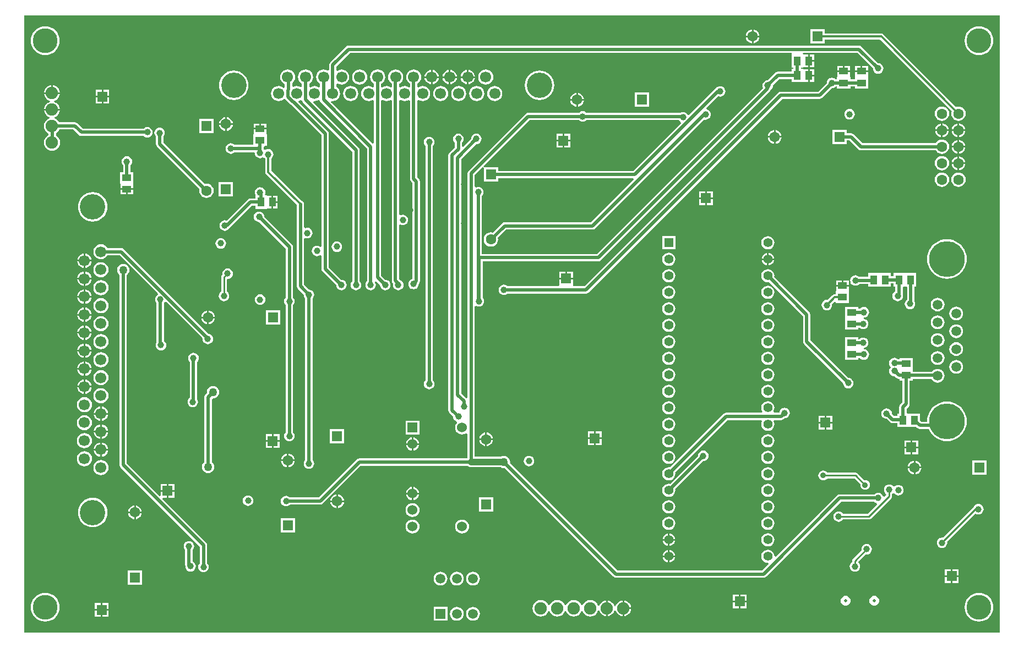
<source format=gbl>
G04*
G04 #@! TF.GenerationSoftware,Altium Limited,Altium Designer,18.0.12 (696)*
G04*
G04 Layer_Physical_Order=4*
G04 Layer_Color=16711680*
%FSLAX44Y44*%
%MOMM*%
G71*
G01*
G75*
%ADD12C,0.5000*%
%ADD15C,0.3000*%
%ADD64R,1.4500X1.1000*%
%ADD65R,1.1000X1.4500*%
%ADD84C,0.2540*%
%ADD85C,0.5080*%
%ADD88R,1.6000X1.6000*%
%ADD89C,1.9000*%
%ADD90C,1.5000*%
%ADD91R,1.5000X1.5000*%
%ADD92C,5.5000*%
%ADD93R,1.5240X1.5240*%
%ADD94C,1.5240*%
%ADD95C,3.9000*%
%ADD96C,1.7000*%
%ADD97C,1.6000*%
%ADD98C,0.5000*%
%ADD99R,1.6000X1.6000*%
%ADD100C,1.4000*%
%ADD101R,1.4000X1.4000*%
%ADD102C,3.8000*%
%ADD103C,0.9000*%
%ADD104C,1.0000*%
%ADD105C,1.2700*%
%ADD106C,1.0000*%
G36*
X1710000Y210000D02*
X210000D01*
Y1160000D01*
X1710000D01*
Y210000D01*
D02*
G37*
%LPC*%
G36*
X1331270Y1137964D02*
Y1128770D01*
X1340464D01*
X1340269Y1130251D01*
X1339207Y1132815D01*
X1337517Y1135017D01*
X1335316Y1136707D01*
X1332751Y1137769D01*
X1331270Y1137964D01*
D02*
G37*
G36*
X1328730Y1137964D02*
X1327249Y1137769D01*
X1324684Y1136707D01*
X1322483Y1135017D01*
X1320793Y1132815D01*
X1319731Y1130251D01*
X1319536Y1128770D01*
X1328730D01*
Y1137964D01*
D02*
G37*
G36*
Y1126230D02*
X1319536D01*
X1319731Y1124749D01*
X1320793Y1122185D01*
X1322483Y1119983D01*
X1324684Y1118293D01*
X1327249Y1117231D01*
X1328730Y1117036D01*
Y1126230D01*
D02*
G37*
G36*
X1340464D02*
X1331270D01*
Y1117036D01*
X1332751Y1117231D01*
X1335316Y1118293D01*
X1337517Y1119983D01*
X1339207Y1122185D01*
X1340269Y1124749D01*
X1340464Y1126230D01*
D02*
G37*
G36*
X1678000Y1143107D02*
X1673687Y1142682D01*
X1669540Y1141424D01*
X1665718Y1139381D01*
X1662368Y1136632D01*
X1659619Y1133282D01*
X1657576Y1129460D01*
X1656318Y1125313D01*
X1655894Y1121000D01*
X1656318Y1116687D01*
X1657576Y1112540D01*
X1659619Y1108718D01*
X1662368Y1105368D01*
X1665718Y1102619D01*
X1669540Y1100576D01*
X1673687Y1099318D01*
X1678000Y1098894D01*
X1682313Y1099318D01*
X1686460Y1100576D01*
X1690282Y1102619D01*
X1693632Y1105368D01*
X1696381Y1108718D01*
X1698424Y1112540D01*
X1699682Y1116687D01*
X1700106Y1121000D01*
X1699682Y1125313D01*
X1698424Y1129460D01*
X1696381Y1133282D01*
X1693632Y1136632D01*
X1690282Y1139381D01*
X1686460Y1141424D01*
X1682313Y1142682D01*
X1678000Y1143107D01*
D02*
G37*
G36*
X242000D02*
X237687Y1142682D01*
X233540Y1141424D01*
X229718Y1139381D01*
X226368Y1136632D01*
X223619Y1133282D01*
X221576Y1129460D01*
X220318Y1125313D01*
X219894Y1121000D01*
X220318Y1116687D01*
X221576Y1112540D01*
X223619Y1108718D01*
X226368Y1105368D01*
X229718Y1102619D01*
X233540Y1100576D01*
X237687Y1099318D01*
X242000Y1098894D01*
X246313Y1099318D01*
X250460Y1100576D01*
X254282Y1102619D01*
X257632Y1105368D01*
X260381Y1108718D01*
X262424Y1112540D01*
X263682Y1116687D01*
X264106Y1121000D01*
X263682Y1125313D01*
X262424Y1129460D01*
X260381Y1133282D01*
X257632Y1136632D01*
X254282Y1139381D01*
X250460Y1141424D01*
X246313Y1142682D01*
X242000Y1143107D01*
D02*
G37*
G36*
X1417770Y1099790D02*
Y1091270D01*
X1424540D01*
Y1099790D01*
X1417770D01*
D02*
G37*
G36*
X1424540Y1088730D02*
X1417770D01*
Y1080210D01*
X1424540D01*
Y1088730D01*
D02*
G37*
G36*
X1479790Y1082040D02*
X1471270D01*
Y1075270D01*
X1479790D01*
Y1082040D01*
D02*
G37*
G36*
X1507290D02*
X1498770D01*
Y1075270D01*
X1507290D01*
Y1082040D01*
D02*
G37*
G36*
X1496230D02*
X1487710D01*
Y1075270D01*
X1496230D01*
Y1082040D01*
D02*
G37*
G36*
X1468730D02*
X1460210D01*
Y1075270D01*
X1468730D01*
Y1082040D01*
D02*
G37*
G36*
X1493454Y1113404D02*
X708508D01*
X706362Y1112977D01*
X704543Y1111761D01*
X680085Y1087303D01*
X678869Y1085484D01*
X678442Y1083338D01*
Y1075692D01*
X676442Y1074706D01*
X676000Y1075045D01*
X673202Y1076204D01*
X670200Y1076599D01*
X667198Y1076204D01*
X664400Y1075045D01*
X661998Y1073202D01*
X660155Y1070800D01*
X658996Y1068002D01*
X658601Y1065000D01*
X658996Y1061998D01*
X660155Y1059200D01*
X661998Y1056798D01*
X664392Y1054961D01*
Y1050185D01*
X662598Y1049301D01*
X662150Y1049645D01*
X659352Y1050804D01*
X656350Y1051199D01*
X653348Y1050804D01*
X650550Y1049645D01*
X649908Y1049152D01*
X647908Y1050138D01*
Y1054792D01*
X648300Y1054955D01*
X650702Y1056798D01*
X652545Y1059200D01*
X653704Y1061998D01*
X654099Y1065000D01*
X653704Y1068002D01*
X652545Y1070800D01*
X650702Y1073202D01*
X648300Y1075045D01*
X645502Y1076204D01*
X642500Y1076599D01*
X639498Y1076204D01*
X636700Y1075045D01*
X634298Y1073202D01*
X632455Y1070800D01*
X631296Y1068002D01*
X630901Y1065000D01*
X631296Y1061998D01*
X632455Y1059200D01*
X634298Y1056798D01*
X636692Y1054961D01*
Y1050185D01*
X634898Y1049301D01*
X634450Y1049645D01*
X631652Y1050804D01*
X628650Y1051199D01*
X625648Y1050804D01*
X623858Y1050062D01*
X621858Y1051266D01*
Y1055920D01*
X623002Y1056798D01*
X624845Y1059200D01*
X626004Y1061998D01*
X626399Y1065000D01*
X626004Y1068002D01*
X624845Y1070800D01*
X623002Y1073202D01*
X620600Y1075045D01*
X617802Y1076204D01*
X614800Y1076599D01*
X611798Y1076204D01*
X609000Y1075045D01*
X606598Y1073202D01*
X604755Y1070800D01*
X603596Y1068002D01*
X603201Y1065000D01*
X603596Y1061998D01*
X604755Y1059200D01*
X606598Y1056798D01*
X609000Y1054955D01*
X610642Y1054275D01*
Y1049075D01*
X610320Y1048799D01*
X608642Y1048193D01*
X606750Y1049645D01*
X603952Y1050804D01*
X600950Y1051199D01*
X597948Y1050804D01*
X595150Y1049645D01*
X592748Y1047802D01*
X590905Y1045400D01*
X589746Y1042602D01*
X589351Y1039600D01*
X589746Y1036598D01*
X590905Y1033800D01*
X592748Y1031398D01*
X595150Y1029555D01*
X597948Y1028396D01*
X600950Y1028001D01*
X603952Y1028396D01*
X606750Y1029555D01*
X608776Y1031110D01*
X610331Y1031105D01*
X611269Y1030872D01*
X611685Y1030250D01*
X619300Y1022635D01*
X620828Y1021614D01*
X666892Y975549D01*
Y804816D01*
X664892Y803830D01*
X664035Y804488D01*
X662088Y805294D01*
X660000Y805569D01*
X657912Y805294D01*
X655965Y804488D01*
X654294Y803206D01*
X653012Y801535D01*
X652206Y799588D01*
X651931Y797500D01*
X652206Y795412D01*
X653012Y793465D01*
X654294Y791794D01*
X655965Y790512D01*
X657912Y789706D01*
X660000Y789431D01*
X662088Y789706D01*
X664035Y790512D01*
X664892Y791170D01*
X666892Y790184D01*
Y770000D01*
X667319Y767854D01*
X668535Y766035D01*
X689447Y745122D01*
X689431Y745000D01*
X689706Y742912D01*
X690512Y740965D01*
X691794Y739294D01*
X693465Y738012D01*
X695412Y737206D01*
X697500Y736931D01*
X699588Y737206D01*
X701535Y738012D01*
X703206Y739294D01*
X704488Y740965D01*
X705294Y742912D01*
X705569Y745000D01*
X705294Y747088D01*
X704488Y749035D01*
X703206Y750706D01*
X701535Y751988D01*
X699588Y752794D01*
X697500Y753069D01*
X697378Y753053D01*
X678108Y772323D01*
Y977872D01*
X677681Y980018D01*
X676465Y981838D01*
X631755Y1026548D01*
X632418Y1028713D01*
X634450Y1029555D01*
X634738Y1029776D01*
X636942Y1028946D01*
X637119Y1028054D01*
X638335Y1026235D01*
X714392Y950177D01*
Y750781D01*
X714294Y750706D01*
X713012Y749035D01*
X712206Y747088D01*
X711931Y745000D01*
X712206Y742912D01*
X713012Y740965D01*
X714294Y739294D01*
X715965Y738012D01*
X717912Y737206D01*
X720000Y736931D01*
X722088Y737206D01*
X724035Y738012D01*
X725706Y739294D01*
X726988Y740965D01*
X727794Y742912D01*
X728069Y745000D01*
X727794Y747088D01*
X726988Y749035D01*
X725706Y750706D01*
X725608Y750781D01*
Y952500D01*
X725181Y954646D01*
X723965Y956465D01*
X654158Y1026272D01*
X655093Y1028166D01*
X656350Y1028001D01*
X659352Y1028396D01*
X662150Y1029555D01*
X662468Y1029799D01*
X664607Y1028920D01*
X664819Y1027854D01*
X666035Y1026035D01*
X736892Y955177D01*
Y750781D01*
X736794Y750706D01*
X735512Y749035D01*
X734706Y747088D01*
X734431Y745000D01*
X734706Y742912D01*
X735512Y740965D01*
X736794Y739294D01*
X738465Y738012D01*
X740412Y737206D01*
X742500Y736931D01*
X744588Y737206D01*
X746535Y738012D01*
X748206Y739294D01*
X749488Y740965D01*
X750294Y742912D01*
X750569Y745000D01*
X750294Y747088D01*
X749488Y749035D01*
X749193Y749418D01*
X749326Y749914D01*
X751557Y750512D01*
X756947Y745122D01*
X756931Y745000D01*
X757206Y742912D01*
X758012Y740965D01*
X759294Y739294D01*
X760965Y738012D01*
X762912Y737206D01*
X765000Y736931D01*
X767088Y737206D01*
X769035Y738012D01*
X770706Y739294D01*
X771988Y740965D01*
X772794Y742912D01*
X773069Y745000D01*
X772794Y747088D01*
X771988Y749035D01*
X770706Y750706D01*
X769035Y751988D01*
X767088Y752794D01*
X765000Y753069D01*
X764878Y753053D01*
X758708Y759223D01*
Y1029062D01*
X760708Y1030048D01*
X761350Y1029555D01*
X764148Y1028396D01*
X767150Y1028001D01*
X770152Y1028396D01*
X772950Y1029555D01*
X773399Y1029899D01*
X775192Y1029015D01*
Y751700D01*
X775619Y749554D01*
X776835Y747735D01*
X777287Y747283D01*
X777206Y747088D01*
X776931Y745000D01*
X777206Y742912D01*
X778012Y740965D01*
X779294Y739294D01*
X780965Y738012D01*
X782912Y737206D01*
X785000Y736931D01*
X787088Y737206D01*
X789035Y738012D01*
X790706Y739294D01*
X791988Y740965D01*
X792794Y742912D01*
X793069Y745000D01*
X792794Y747088D01*
X791988Y749035D01*
X790706Y750706D01*
X789035Y751988D01*
X788024Y752406D01*
X786408Y754023D01*
Y836957D01*
X788408Y837829D01*
X789912Y837206D01*
X792000Y836931D01*
X794088Y837206D01*
X796034Y838012D01*
X797706Y839294D01*
X798988Y840965D01*
X799794Y842912D01*
X800069Y845000D01*
X799794Y847088D01*
X798988Y849035D01*
X797706Y850706D01*
X796034Y851988D01*
X794088Y852794D01*
X792000Y853069D01*
X789912Y852794D01*
X788408Y852171D01*
X786408Y853043D01*
Y1029062D01*
X788408Y1030048D01*
X789050Y1029555D01*
X791848Y1028396D01*
X794850Y1028001D01*
X797852Y1028396D01*
X800650Y1029555D01*
X801098Y1029899D01*
X802892Y1029015D01*
Y908521D01*
X803319Y906375D01*
X804535Y904556D01*
X806972Y902118D01*
Y754368D01*
X806412Y754294D01*
X804465Y753488D01*
X802794Y752206D01*
X801512Y750535D01*
X800706Y748588D01*
X800431Y746500D01*
X800706Y744412D01*
X801512Y742466D01*
X802794Y740794D01*
X804465Y739512D01*
X806412Y738706D01*
X808500Y738431D01*
X810588Y738706D01*
X812534Y739512D01*
X814206Y740794D01*
X815488Y742466D01*
X816294Y744412D01*
X816569Y746500D01*
X816553Y746626D01*
X817761Y748434D01*
X818187Y750580D01*
Y904441D01*
X817761Y906587D01*
X816545Y908406D01*
X814108Y910844D01*
Y1029062D01*
X816108Y1030048D01*
X816750Y1029555D01*
X819548Y1028396D01*
X822550Y1028001D01*
X825552Y1028396D01*
X828350Y1029555D01*
X830752Y1031398D01*
X832595Y1033800D01*
X833754Y1036598D01*
X834149Y1039600D01*
X833754Y1042602D01*
X832595Y1045400D01*
X830752Y1047802D01*
X828350Y1049645D01*
X825552Y1050804D01*
X822550Y1051199D01*
X819548Y1050804D01*
X816750Y1049645D01*
X816108Y1049152D01*
X814108Y1050138D01*
Y1054792D01*
X814500Y1054955D01*
X816902Y1056798D01*
X818745Y1059200D01*
X819904Y1061998D01*
X820299Y1065000D01*
X819904Y1068002D01*
X818745Y1070800D01*
X816902Y1073202D01*
X814500Y1075045D01*
X811702Y1076204D01*
X808700Y1076599D01*
X805698Y1076204D01*
X802900Y1075045D01*
X800498Y1073202D01*
X798655Y1070800D01*
X797496Y1068002D01*
X797101Y1065000D01*
X797496Y1061998D01*
X798655Y1059200D01*
X800498Y1056798D01*
X802892Y1054961D01*
Y1050185D01*
X801098Y1049301D01*
X800650Y1049645D01*
X797852Y1050804D01*
X794850Y1051199D01*
X791848Y1050804D01*
X789050Y1049645D01*
X788408Y1049152D01*
X786408Y1050138D01*
Y1054792D01*
X786800Y1054955D01*
X789202Y1056798D01*
X791045Y1059200D01*
X792204Y1061998D01*
X792599Y1065000D01*
X792204Y1068002D01*
X791045Y1070800D01*
X789202Y1073202D01*
X786800Y1075045D01*
X784002Y1076204D01*
X781000Y1076599D01*
X777998Y1076204D01*
X775200Y1075045D01*
X772798Y1073202D01*
X770955Y1070800D01*
X769796Y1068002D01*
X769401Y1065000D01*
X769796Y1061998D01*
X770955Y1059200D01*
X772798Y1056798D01*
X775192Y1054961D01*
Y1050185D01*
X773399Y1049301D01*
X772950Y1049645D01*
X770152Y1050804D01*
X767150Y1051199D01*
X764148Y1050804D01*
X761350Y1049645D01*
X760708Y1049152D01*
X758708Y1050138D01*
Y1054792D01*
X759100Y1054955D01*
X761502Y1056798D01*
X763345Y1059200D01*
X764504Y1061998D01*
X764899Y1065000D01*
X764504Y1068002D01*
X763345Y1070800D01*
X761502Y1073202D01*
X759100Y1075045D01*
X756302Y1076204D01*
X753300Y1076599D01*
X750298Y1076204D01*
X747500Y1075045D01*
X745098Y1073202D01*
X743255Y1070800D01*
X742096Y1068002D01*
X741701Y1065000D01*
X742096Y1061998D01*
X743255Y1059200D01*
X745098Y1056798D01*
X747492Y1054961D01*
Y1050185D01*
X745698Y1049301D01*
X745250Y1049645D01*
X742452Y1050804D01*
X739450Y1051199D01*
X736448Y1050804D01*
X733650Y1049645D01*
X731248Y1047802D01*
X729405Y1045400D01*
X728246Y1042602D01*
X727851Y1039600D01*
X728246Y1036598D01*
X729405Y1033800D01*
X731248Y1031398D01*
X733650Y1029555D01*
X736448Y1028396D01*
X739450Y1028001D01*
X742452Y1028396D01*
X745250Y1029555D01*
X745698Y1029899D01*
X747492Y1029015D01*
Y963267D01*
X745492Y962438D01*
X681628Y1026302D01*
X682562Y1028197D01*
X684050Y1028001D01*
X687052Y1028396D01*
X689850Y1029555D01*
X692252Y1031398D01*
X694095Y1033800D01*
X695254Y1036598D01*
X695649Y1039600D01*
X695254Y1042602D01*
X694095Y1045400D01*
X692252Y1047802D01*
X689850Y1049645D01*
X689658Y1049725D01*
Y1054308D01*
X691658Y1055294D01*
X692100Y1054955D01*
X694898Y1053796D01*
X697900Y1053401D01*
X700902Y1053796D01*
X703700Y1054955D01*
X706102Y1056798D01*
X707945Y1059200D01*
X709104Y1061998D01*
X709499Y1065000D01*
X709104Y1068002D01*
X707945Y1070800D01*
X706102Y1073202D01*
X703700Y1075045D01*
X700902Y1076204D01*
X697900Y1076599D01*
X694898Y1076204D01*
X692100Y1075045D01*
X691658Y1074706D01*
X689658Y1075692D01*
Y1081015D01*
X710831Y1102188D01*
X1389851D01*
X1390000Y1100250D01*
X1390000Y1100188D01*
Y1079750D01*
X1392852D01*
Y1077750D01*
X1390000D01*
Y1073148D01*
X1368500D01*
X1368500Y1073149D01*
X1366338Y1072719D01*
X1364506Y1071494D01*
X1353071Y1060060D01*
X1353000Y1060069D01*
X1350912Y1059794D01*
X1348965Y1058988D01*
X1347294Y1057706D01*
X1346012Y1056034D01*
X1345206Y1054088D01*
X1344931Y1052000D01*
X1345206Y1049912D01*
X1345892Y1048255D01*
X1219631Y921994D01*
X1090285Y792648D01*
X913649D01*
Y882251D01*
X913706Y882294D01*
X914988Y883966D01*
X915794Y885912D01*
X916069Y888000D01*
X915794Y890088D01*
X914988Y892035D01*
X913706Y893706D01*
X912035Y894988D01*
X910088Y895794D01*
X908000Y896069D01*
X905912Y895794D01*
X904608Y895254D01*
X902608Y896243D01*
Y914362D01*
X914594Y926349D01*
X914726Y926409D01*
X916500Y925426D01*
X916500Y924238D01*
Y904000D01*
X938500D01*
Y909392D01*
X1146076D01*
X1146904Y907392D01*
X1081160Y841648D01*
X948500D01*
X948500Y841649D01*
X946338Y841219D01*
X944506Y839994D01*
X944506Y839994D01*
X930245Y825733D01*
X927500Y826095D01*
X924628Y825717D01*
X921953Y824609D01*
X919655Y822845D01*
X917891Y820547D01*
X916783Y817872D01*
X916405Y815000D01*
X916783Y812128D01*
X917891Y809453D01*
X919655Y807155D01*
X921953Y805391D01*
X924628Y804283D01*
X927500Y803905D01*
X930372Y804283D01*
X933047Y805391D01*
X935345Y807155D01*
X937109Y809453D01*
X938217Y812128D01*
X938595Y815000D01*
X938233Y817745D01*
X950840Y830351D01*
X1083500D01*
X1083500Y830351D01*
X1085662Y830781D01*
X1087494Y832006D01*
X1255258Y999770D01*
X1255412Y999706D01*
X1257500Y999431D01*
X1259588Y999706D01*
X1261535Y1000512D01*
X1263206Y1001794D01*
X1264488Y1003465D01*
X1265294Y1005412D01*
X1265569Y1007500D01*
X1265294Y1009588D01*
X1264488Y1011535D01*
X1263206Y1013206D01*
X1261535Y1014488D01*
X1259588Y1015294D01*
X1259500Y1015306D01*
X1258783Y1017417D01*
X1276964Y1035598D01*
X1277912Y1035206D01*
X1280000Y1034931D01*
X1282088Y1035206D01*
X1284034Y1036012D01*
X1285706Y1037294D01*
X1286988Y1038966D01*
X1287794Y1040912D01*
X1288069Y1043000D01*
X1287794Y1045088D01*
X1286988Y1047035D01*
X1285706Y1048706D01*
X1284034Y1049988D01*
X1282088Y1050794D01*
X1280000Y1051069D01*
X1277912Y1050794D01*
X1275965Y1049988D01*
X1274294Y1048706D01*
X1273474Y1047636D01*
X1272470Y1046965D01*
X1232008Y1006503D01*
X1230413Y1006821D01*
X1229867Y1007191D01*
X1228706Y1008706D01*
X1227035Y1009988D01*
X1225088Y1010794D01*
X1223000Y1011069D01*
X1220912Y1010794D01*
X1219255Y1010108D01*
X1074281D01*
X1074206Y1010206D01*
X1072534Y1011488D01*
X1070588Y1012294D01*
X1068500Y1012569D01*
X1066412Y1012294D01*
X1064465Y1011488D01*
X1062794Y1010206D01*
X1062719Y1010108D01*
X984815D01*
X982669Y1009681D01*
X980850Y1008465D01*
X893035Y920650D01*
X891819Y918831D01*
X891392Y916685D01*
Y571349D01*
X889392Y570538D01*
X881608Y578323D01*
X881608Y938677D01*
X904878Y961947D01*
X905000Y961931D01*
X907088Y962206D01*
X909035Y963012D01*
X910706Y964294D01*
X911988Y965965D01*
X912794Y967912D01*
X913069Y970000D01*
X912794Y972088D01*
X911988Y974035D01*
X910706Y975706D01*
X909035Y976988D01*
X907088Y977794D01*
X905576Y977993D01*
X905000Y978108D01*
X904425Y977993D01*
X902912Y977794D01*
X900965Y976988D01*
X899294Y975706D01*
X898012Y974035D01*
X897206Y972088D01*
X896931Y970000D01*
X896947Y969878D01*
X884956Y957886D01*
X883108Y958651D01*
Y964219D01*
X883206Y964294D01*
X884488Y965965D01*
X885294Y967912D01*
X885569Y970000D01*
X885294Y972088D01*
X884488Y974035D01*
X883206Y975706D01*
X881535Y976988D01*
X879588Y977794D01*
X877500Y978069D01*
X875412Y977794D01*
X873465Y976988D01*
X871794Y975706D01*
X870512Y974035D01*
X869706Y972088D01*
X869431Y970000D01*
X869706Y967912D01*
X870512Y965965D01*
X871794Y964294D01*
X871892Y964219D01*
Y956582D01*
X863720Y948409D01*
X862504Y946590D01*
X862077Y944444D01*
Y937556D01*
X862077Y572556D01*
Y552315D01*
X862504Y550169D01*
X863720Y548350D01*
X869447Y542622D01*
X869431Y542500D01*
X869706Y540412D01*
X870512Y538465D01*
X871794Y536794D01*
X873465Y535512D01*
X874713Y534995D01*
X875065Y534293D01*
X875304Y533215D01*
X875268Y532708D01*
X873923Y530956D01*
X872853Y528372D01*
X872488Y525600D01*
X872853Y522828D01*
X873923Y520244D01*
X875626Y518026D01*
X877844Y516323D01*
X880428Y515253D01*
X883200Y514888D01*
X885972Y515253D01*
X888556Y516323D01*
X889392Y516965D01*
X891392Y515979D01*
Y478281D01*
X891294Y478206D01*
X891219Y478108D01*
X725000D01*
X722854Y477681D01*
X721035Y476465D01*
X662677Y418108D01*
X618281D01*
X618206Y418206D01*
X616535Y419488D01*
X614588Y420294D01*
X612500Y420569D01*
X610412Y420294D01*
X608465Y419488D01*
X606794Y418206D01*
X605512Y416535D01*
X604706Y414588D01*
X604431Y412500D01*
X604706Y410412D01*
X605512Y408465D01*
X606794Y406794D01*
X608465Y405512D01*
X610412Y404706D01*
X612500Y404431D01*
X614588Y404706D01*
X616535Y405512D01*
X618206Y406794D01*
X618281Y406892D01*
X665000D01*
X667146Y407319D01*
X668965Y408535D01*
X727323Y466892D01*
X891219D01*
X891294Y466794D01*
X892965Y465512D01*
X894912Y464706D01*
X897000Y464431D01*
X942657D01*
X942785Y464333D01*
X945059Y463391D01*
X947500Y463069D01*
X948826Y463244D01*
X1116035Y296035D01*
X1117854Y294819D01*
X1120000Y294392D01*
X1346750D01*
X1348896Y294819D01*
X1350715Y296035D01*
X1466073Y411392D01*
X1517219D01*
X1517294Y411294D01*
X1518965Y410012D01*
X1520423Y409408D01*
X1521201Y407358D01*
X1506697Y392854D01*
X1468993D01*
X1467956Y394206D01*
X1466284Y395488D01*
X1464338Y396294D01*
X1462250Y396569D01*
X1460162Y396294D01*
X1458215Y395488D01*
X1456544Y394206D01*
X1455262Y392534D01*
X1454456Y390588D01*
X1454181Y388500D01*
X1454456Y386412D01*
X1455262Y384465D01*
X1456544Y382794D01*
X1458215Y381512D01*
X1460162Y380706D01*
X1462250Y380431D01*
X1464338Y380706D01*
X1466284Y381512D01*
X1467956Y382794D01*
X1468993Y384146D01*
X1508500D01*
X1510166Y384478D01*
X1511579Y385421D01*
X1543078Y416922D01*
X1544022Y418334D01*
X1544354Y420000D01*
Y422953D01*
X1545935Y424267D01*
X1548018Y424023D01*
X1548454Y423454D01*
X1550125Y422172D01*
X1552072Y421366D01*
X1554160Y421091D01*
X1556248Y421366D01*
X1558194Y422172D01*
X1559866Y423454D01*
X1561148Y425126D01*
X1561954Y427072D01*
X1562229Y429160D01*
X1561954Y431248D01*
X1561148Y433195D01*
X1559866Y434866D01*
X1558194Y436148D01*
X1556248Y436954D01*
X1554160Y437229D01*
X1552072Y436954D01*
X1550125Y436148D01*
X1548633Y435003D01*
X1548409Y434871D01*
X1546142Y435137D01*
X1545706Y435706D01*
X1544034Y436988D01*
X1542088Y437794D01*
X1540000Y438069D01*
X1537912Y437794D01*
X1535966Y436988D01*
X1534294Y435706D01*
X1533012Y434035D01*
X1532206Y432088D01*
X1531931Y430000D01*
X1532206Y427912D01*
X1533012Y425965D01*
X1534294Y424294D01*
X1535184Y423612D01*
X1535284Y421441D01*
X1532642Y418799D01*
X1530592Y419577D01*
X1529988Y421035D01*
X1528706Y422706D01*
X1527034Y423988D01*
X1525088Y424794D01*
X1523000Y425069D01*
X1520912Y424794D01*
X1518965Y423988D01*
X1517294Y422706D01*
X1517219Y422608D01*
X1463750D01*
X1461604Y422181D01*
X1459785Y420965D01*
X1365395Y326576D01*
X1363731Y327294D01*
X1363475Y327484D01*
X1363143Y330010D01*
X1362135Y332443D01*
X1360532Y334532D01*
X1358443Y336135D01*
X1356010Y337143D01*
X1353400Y337486D01*
X1350789Y337143D01*
X1348357Y336135D01*
X1346268Y334532D01*
X1344665Y332443D01*
X1343657Y330010D01*
X1343314Y327400D01*
X1343657Y324790D01*
X1344665Y322357D01*
X1346268Y320268D01*
X1348357Y318665D01*
X1350789Y317657D01*
X1353316Y317325D01*
X1353506Y317069D01*
X1354225Y315405D01*
X1344427Y305608D01*
X1122323D01*
X956756Y471174D01*
X956931Y472500D01*
X956609Y474941D01*
X955667Y477215D01*
X954168Y479169D01*
X952215Y480667D01*
X949941Y481609D01*
X947500Y481931D01*
X945059Y481609D01*
X942785Y480667D01*
X942657Y480569D01*
X902608D01*
Y712300D01*
X904608Y713287D01*
X904966Y713012D01*
X906912Y712206D01*
X909000Y711931D01*
X911088Y712206D01*
X913035Y713012D01*
X914706Y714294D01*
X915988Y715965D01*
X916794Y717912D01*
X917069Y720000D01*
X916794Y722088D01*
X915988Y724035D01*
X914706Y725706D01*
X914649Y725750D01*
Y781351D01*
X1092625D01*
X1092625Y781351D01*
X1094787Y781781D01*
X1096619Y783006D01*
X1227619Y914006D01*
X1356994Y1043381D01*
X1356994Y1043381D01*
X1358219Y1045213D01*
X1358385Y1046048D01*
X1358706Y1046294D01*
X1359988Y1047965D01*
X1360794Y1049912D01*
X1361069Y1052000D01*
X1361060Y1052071D01*
X1370840Y1061852D01*
X1390000D01*
Y1057250D01*
X1406651D01*
X1407000Y1057250D01*
X1408809Y1057710D01*
X1409000Y1057710D01*
X1415230D01*
Y1067500D01*
Y1077290D01*
X1408809Y1077290D01*
X1407000Y1077750D01*
X1406651Y1077750D01*
X1404149D01*
Y1079750D01*
X1406651D01*
X1407000Y1079750D01*
X1408809Y1080210D01*
X1409000Y1080210D01*
X1415230D01*
Y1090000D01*
Y1099790D01*
X1409142Y1099790D01*
X1407346Y1101016D01*
X1407493Y1102188D01*
X1491131D01*
X1514947Y1078372D01*
X1514931Y1078250D01*
X1515206Y1076162D01*
X1516012Y1074215D01*
X1517294Y1072544D01*
X1518965Y1071262D01*
X1520912Y1070456D01*
X1523000Y1070181D01*
X1525088Y1070456D01*
X1527034Y1071262D01*
X1528706Y1072544D01*
X1529988Y1074215D01*
X1530794Y1076162D01*
X1531069Y1078250D01*
X1530794Y1080338D01*
X1529988Y1082284D01*
X1528706Y1083956D01*
X1527034Y1085238D01*
X1525088Y1086044D01*
X1523000Y1086319D01*
X1522878Y1086303D01*
X1497419Y1111761D01*
X1495600Y1112977D01*
X1493454Y1113404D01*
D02*
G37*
G36*
X1417770Y1077290D02*
Y1068770D01*
X1424540D01*
Y1077290D01*
X1417770D01*
D02*
G37*
G36*
X893070Y1075968D02*
Y1066270D01*
X902768D01*
X902556Y1067882D01*
X901443Y1070568D01*
X899674Y1072874D01*
X897368Y1074643D01*
X894682Y1075756D01*
X893070Y1075968D01*
D02*
G37*
G36*
X865370D02*
Y1066270D01*
X875068D01*
X874856Y1067882D01*
X873743Y1070568D01*
X871974Y1072874D01*
X869668Y1074643D01*
X866982Y1075756D01*
X865370Y1075968D01*
D02*
G37*
G36*
X837670D02*
Y1066270D01*
X847368D01*
X847156Y1067882D01*
X846043Y1070568D01*
X844274Y1072874D01*
X841968Y1074643D01*
X839282Y1075756D01*
X837670Y1075968D01*
D02*
G37*
G36*
X862830D02*
X861218Y1075756D01*
X858532Y1074643D01*
X856226Y1072874D01*
X854457Y1070568D01*
X853344Y1067882D01*
X853132Y1066270D01*
X862830D01*
Y1075968D01*
D02*
G37*
G36*
X835130D02*
X833518Y1075756D01*
X830832Y1074643D01*
X828526Y1072874D01*
X826757Y1070568D01*
X825644Y1067882D01*
X825432Y1066270D01*
X835130D01*
Y1075968D01*
D02*
G37*
G36*
X890530Y1075968D02*
X888918Y1075756D01*
X886232Y1074643D01*
X883926Y1072874D01*
X882157Y1070568D01*
X881044Y1067882D01*
X880832Y1066270D01*
X890530D01*
Y1075968D01*
D02*
G37*
G36*
X1507290Y1072730D02*
X1497500D01*
X1487710D01*
X1487710Y1066309D01*
X1487250Y1064500D01*
X1487250Y1064151D01*
Y1061608D01*
X1480250D01*
Y1064150D01*
X1480250Y1064500D01*
X1479790Y1066309D01*
X1479790Y1066500D01*
Y1072730D01*
X1470000D01*
X1460210D01*
X1460210Y1066309D01*
X1459750Y1064500D01*
X1459750Y1064151D01*
Y1061608D01*
X1457781D01*
X1457706Y1061706D01*
X1456035Y1062988D01*
X1454088Y1063794D01*
X1452000Y1064069D01*
X1449912Y1063794D01*
X1447966Y1062988D01*
X1446294Y1061706D01*
X1445012Y1060034D01*
X1444206Y1058088D01*
X1443931Y1056000D01*
X1443947Y1055878D01*
X1430677Y1042608D01*
X1373250D01*
X1371104Y1042181D01*
X1369285Y1040965D01*
X1071427Y743108D01*
X1054980D01*
X1053540Y744460D01*
X1053540Y745108D01*
Y753730D01*
X1043000D01*
X1032460D01*
Y745108D01*
X1032460Y744460D01*
X1031020Y743108D01*
X953281D01*
X953206Y743206D01*
X951535Y744488D01*
X949588Y745294D01*
X947500Y745569D01*
X945412Y745294D01*
X943465Y744488D01*
X941794Y743206D01*
X940512Y741535D01*
X939706Y739588D01*
X939431Y737500D01*
X939706Y735412D01*
X940512Y733465D01*
X941794Y731794D01*
X943465Y730512D01*
X945412Y729706D01*
X947500Y729431D01*
X949588Y729706D01*
X951535Y730512D01*
X953206Y731794D01*
X953281Y731892D01*
X1073750D01*
X1075896Y732319D01*
X1077715Y733535D01*
X1375573Y1031392D01*
X1433000D01*
X1435146Y1031819D01*
X1436965Y1033035D01*
X1451878Y1047947D01*
X1452000Y1047931D01*
X1454088Y1048206D01*
X1456035Y1049012D01*
X1457706Y1050294D01*
X1457781Y1050392D01*
X1459750D01*
Y1047500D01*
X1480250D01*
Y1050392D01*
X1487250D01*
Y1047500D01*
X1507750D01*
Y1064150D01*
X1507750Y1064500D01*
X1507290Y1066309D01*
X1507290Y1066500D01*
Y1072730D01*
D02*
G37*
G36*
X1424540Y1066230D02*
X1417770D01*
Y1057710D01*
X1424540D01*
Y1066230D01*
D02*
G37*
G36*
X902768Y1063730D02*
X893070D01*
Y1054032D01*
X894682Y1054244D01*
X897368Y1055357D01*
X899674Y1057126D01*
X901443Y1059432D01*
X902556Y1062118D01*
X902768Y1063730D01*
D02*
G37*
G36*
X875068D02*
X865370D01*
Y1054032D01*
X866982Y1054244D01*
X869668Y1055357D01*
X871974Y1057126D01*
X873743Y1059432D01*
X874856Y1062118D01*
X875068Y1063730D01*
D02*
G37*
G36*
X847368D02*
X837670D01*
Y1054032D01*
X839282Y1054244D01*
X841968Y1055357D01*
X844274Y1057126D01*
X846043Y1059432D01*
X847156Y1062118D01*
X847368Y1063730D01*
D02*
G37*
G36*
X862830D02*
X853132D01*
X853344Y1062118D01*
X854457Y1059432D01*
X856226Y1057126D01*
X858532Y1055357D01*
X861218Y1054244D01*
X862830Y1054032D01*
Y1063730D01*
D02*
G37*
G36*
X835130D02*
X825432D01*
X825644Y1062118D01*
X826757Y1059432D01*
X828526Y1057126D01*
X830832Y1055357D01*
X833518Y1054244D01*
X835130Y1054032D01*
Y1063730D01*
D02*
G37*
G36*
X890530D02*
X880832D01*
X881044Y1062118D01*
X882157Y1059432D01*
X883926Y1057126D01*
X886232Y1055357D01*
X888918Y1054244D01*
X890530Y1054032D01*
Y1063730D01*
D02*
G37*
G36*
X919500Y1076599D02*
X916498Y1076204D01*
X913700Y1075045D01*
X911298Y1073202D01*
X909455Y1070800D01*
X908296Y1068002D01*
X907901Y1065000D01*
X908296Y1061998D01*
X909455Y1059200D01*
X911298Y1056798D01*
X913700Y1054955D01*
X916498Y1053796D01*
X919500Y1053401D01*
X922502Y1053796D01*
X925300Y1054955D01*
X927702Y1056798D01*
X929545Y1059200D01*
X930704Y1061998D01*
X931099Y1065000D01*
X930704Y1068002D01*
X929545Y1070800D01*
X927702Y1073202D01*
X925300Y1075045D01*
X922502Y1076204D01*
X919500Y1076599D01*
D02*
G37*
G36*
X725600D02*
X722598Y1076204D01*
X719800Y1075045D01*
X717398Y1073202D01*
X715555Y1070800D01*
X714396Y1068002D01*
X714001Y1065000D01*
X714396Y1061998D01*
X715555Y1059200D01*
X717398Y1056798D01*
X719800Y1054955D01*
X722598Y1053796D01*
X725600Y1053401D01*
X728602Y1053796D01*
X731400Y1054955D01*
X733802Y1056798D01*
X735645Y1059200D01*
X736804Y1061998D01*
X737199Y1065000D01*
X736804Y1068002D01*
X735645Y1070800D01*
X733802Y1073202D01*
X731400Y1075045D01*
X728602Y1076204D01*
X725600Y1076599D01*
D02*
G37*
G36*
X253770Y1052377D02*
Y1041670D01*
X264477D01*
X264230Y1043543D01*
X263017Y1046472D01*
X261087Y1048987D01*
X258572Y1050917D01*
X255643Y1052130D01*
X253770Y1052377D01*
D02*
G37*
G36*
X251230Y1052377D02*
X249357Y1052130D01*
X246428Y1050917D01*
X243913Y1048987D01*
X241983Y1046472D01*
X240770Y1043543D01*
X240523Y1041670D01*
X251230D01*
Y1052377D01*
D02*
G37*
G36*
X340540Y1045540D02*
X331270D01*
Y1036270D01*
X340540D01*
Y1045540D01*
D02*
G37*
G36*
X328730D02*
X319460D01*
Y1036270D01*
X328730D01*
Y1045540D01*
D02*
G37*
G36*
X1061270Y1040464D02*
Y1031270D01*
X1070464D01*
X1070269Y1032751D01*
X1069207Y1035315D01*
X1067517Y1037517D01*
X1065315Y1039207D01*
X1062751Y1040269D01*
X1061270Y1040464D01*
D02*
G37*
G36*
X1058730D02*
X1057249Y1040269D01*
X1054685Y1039207D01*
X1052483Y1037517D01*
X1050793Y1035315D01*
X1049731Y1032751D01*
X1049536Y1031270D01*
X1058730D01*
Y1040464D01*
D02*
G37*
G36*
X1002350Y1074909D02*
X997940Y1074474D01*
X993698Y1073188D01*
X989790Y1071099D01*
X986364Y1068287D01*
X983552Y1064861D01*
X981462Y1060952D01*
X980176Y1056711D01*
X979742Y1052300D01*
X980176Y1047889D01*
X981462Y1043648D01*
X983552Y1039739D01*
X986364Y1036313D01*
X989790Y1033501D01*
X993698Y1031412D01*
X997940Y1030126D01*
X1002350Y1029691D01*
X1006761Y1030126D01*
X1011002Y1031412D01*
X1014911Y1033501D01*
X1018337Y1036313D01*
X1021149Y1039739D01*
X1023238Y1043648D01*
X1024525Y1047889D01*
X1024959Y1052300D01*
X1024525Y1056711D01*
X1023238Y1060952D01*
X1021149Y1064861D01*
X1018337Y1068287D01*
X1014911Y1071099D01*
X1011002Y1073188D01*
X1006761Y1074474D01*
X1002350Y1074909D01*
D02*
G37*
G36*
X531950D02*
X527539Y1074474D01*
X523298Y1073188D01*
X519389Y1071099D01*
X515963Y1068287D01*
X513152Y1064861D01*
X511062Y1060952D01*
X509776Y1056711D01*
X509341Y1052300D01*
X509776Y1047889D01*
X511062Y1043648D01*
X513152Y1039739D01*
X515963Y1036313D01*
X519389Y1033501D01*
X523298Y1031412D01*
X527539Y1030126D01*
X531950Y1029691D01*
X536361Y1030126D01*
X540602Y1031412D01*
X544511Y1033501D01*
X547937Y1036313D01*
X550749Y1039739D01*
X552838Y1043648D01*
X554124Y1047889D01*
X554559Y1052300D01*
X554124Y1056711D01*
X552838Y1060952D01*
X550749Y1064861D01*
X547937Y1068287D01*
X544511Y1071099D01*
X540602Y1073188D01*
X536361Y1074474D01*
X531950Y1074909D01*
D02*
G37*
G36*
X933350Y1051199D02*
X930348Y1050804D01*
X927550Y1049645D01*
X925148Y1047802D01*
X923305Y1045400D01*
X922146Y1042602D01*
X921751Y1039600D01*
X922146Y1036598D01*
X923305Y1033800D01*
X925148Y1031398D01*
X927550Y1029555D01*
X930348Y1028396D01*
X933350Y1028001D01*
X936352Y1028396D01*
X939150Y1029555D01*
X941552Y1031398D01*
X943395Y1033800D01*
X944554Y1036598D01*
X944949Y1039600D01*
X944554Y1042602D01*
X943395Y1045400D01*
X941552Y1047802D01*
X939150Y1049645D01*
X936352Y1050804D01*
X933350Y1051199D01*
D02*
G37*
G36*
X905650D02*
X902648Y1050804D01*
X899850Y1049645D01*
X897448Y1047802D01*
X895605Y1045400D01*
X894446Y1042602D01*
X894051Y1039600D01*
X894446Y1036598D01*
X895605Y1033800D01*
X897448Y1031398D01*
X899850Y1029555D01*
X902648Y1028396D01*
X905650Y1028001D01*
X908652Y1028396D01*
X911450Y1029555D01*
X913852Y1031398D01*
X915695Y1033800D01*
X916854Y1036598D01*
X917249Y1039600D01*
X916854Y1042602D01*
X915695Y1045400D01*
X913852Y1047802D01*
X911450Y1049645D01*
X908652Y1050804D01*
X905650Y1051199D01*
D02*
G37*
G36*
X877950D02*
X874948Y1050804D01*
X872150Y1049645D01*
X869748Y1047802D01*
X867905Y1045400D01*
X866746Y1042602D01*
X866351Y1039600D01*
X866746Y1036598D01*
X867905Y1033800D01*
X869748Y1031398D01*
X872150Y1029555D01*
X874948Y1028396D01*
X877950Y1028001D01*
X880952Y1028396D01*
X883750Y1029555D01*
X886152Y1031398D01*
X887995Y1033800D01*
X889154Y1036598D01*
X889549Y1039600D01*
X889154Y1042602D01*
X887995Y1045400D01*
X886152Y1047802D01*
X883750Y1049645D01*
X880952Y1050804D01*
X877950Y1051199D01*
D02*
G37*
G36*
X850250D02*
X847248Y1050804D01*
X844450Y1049645D01*
X842048Y1047802D01*
X840205Y1045400D01*
X839046Y1042602D01*
X838651Y1039600D01*
X839046Y1036598D01*
X840205Y1033800D01*
X842048Y1031398D01*
X844450Y1029555D01*
X847248Y1028396D01*
X850250Y1028001D01*
X853252Y1028396D01*
X856050Y1029555D01*
X858452Y1031398D01*
X860295Y1033800D01*
X861454Y1036598D01*
X861849Y1039600D01*
X861454Y1042602D01*
X860295Y1045400D01*
X858452Y1047802D01*
X856050Y1049645D01*
X853252Y1050804D01*
X850250Y1051199D01*
D02*
G37*
G36*
X711750D02*
X708748Y1050804D01*
X705950Y1049645D01*
X703548Y1047802D01*
X701705Y1045400D01*
X700546Y1042602D01*
X700151Y1039600D01*
X700546Y1036598D01*
X701705Y1033800D01*
X703548Y1031398D01*
X705950Y1029555D01*
X708748Y1028396D01*
X711750Y1028001D01*
X714752Y1028396D01*
X717550Y1029555D01*
X719952Y1031398D01*
X721795Y1033800D01*
X722954Y1036598D01*
X723349Y1039600D01*
X722954Y1042602D01*
X721795Y1045400D01*
X719952Y1047802D01*
X717550Y1049645D01*
X714752Y1050804D01*
X711750Y1051199D01*
D02*
G37*
G36*
X340540Y1033730D02*
X331270D01*
Y1024460D01*
X340540D01*
Y1033730D01*
D02*
G37*
G36*
X328730D02*
X319460D01*
Y1024460D01*
X328730D01*
Y1033730D01*
D02*
G37*
G36*
X1070464Y1028730D02*
X1061270D01*
Y1019536D01*
X1062751Y1019731D01*
X1065315Y1020793D01*
X1067517Y1022483D01*
X1069207Y1024685D01*
X1070269Y1027249D01*
X1070464Y1028730D01*
D02*
G37*
G36*
X1058730D02*
X1049536D01*
X1049731Y1027249D01*
X1050793Y1024685D01*
X1052483Y1022483D01*
X1054685Y1020793D01*
X1057249Y1019731D01*
X1058730Y1019536D01*
Y1028730D01*
D02*
G37*
G36*
X1171000Y1041000D02*
X1149000D01*
Y1019000D01*
X1171000D01*
Y1041000D01*
D02*
G37*
G36*
X264477Y1039130D02*
X252500D01*
X240523D01*
X240770Y1037257D01*
X241983Y1034328D01*
X243913Y1031813D01*
X246428Y1029883D01*
X248920Y1028851D01*
X249147Y1027700D01*
X248920Y1026549D01*
X246428Y1025517D01*
X243913Y1023587D01*
X241983Y1021072D01*
X240770Y1018143D01*
X240523Y1016270D01*
X252500D01*
X264477D01*
X264230Y1018143D01*
X263017Y1021072D01*
X261087Y1023587D01*
X258572Y1025517D01*
X256080Y1026549D01*
X255853Y1027700D01*
X256080Y1028851D01*
X258572Y1029883D01*
X261087Y1031813D01*
X263017Y1034328D01*
X264230Y1037257D01*
X264477Y1039130D01*
D02*
G37*
G36*
X1479000Y1015869D02*
X1476912Y1015594D01*
X1474966Y1014788D01*
X1473294Y1013506D01*
X1472012Y1011834D01*
X1471206Y1009888D01*
X1470931Y1007800D01*
X1471206Y1005712D01*
X1472012Y1003765D01*
X1473294Y1002094D01*
X1474966Y1000812D01*
X1476912Y1000006D01*
X1479000Y999731D01*
X1481088Y1000006D01*
X1483035Y1000812D01*
X1484706Y1002094D01*
X1485988Y1003765D01*
X1486794Y1005712D01*
X1487069Y1007800D01*
X1486794Y1009888D01*
X1485988Y1011834D01*
X1484706Y1013506D01*
X1483035Y1014788D01*
X1481088Y1015594D01*
X1479000Y1015869D01*
D02*
G37*
G36*
X1441000Y1138500D02*
X1419000D01*
Y1116500D01*
X1441000D01*
Y1122912D01*
X1525698D01*
X1636154Y1012455D01*
X1635757Y1011496D01*
X1635379Y1008624D01*
X1635757Y1005753D01*
X1636865Y1003077D01*
X1638629Y1000779D01*
X1640926Y999016D01*
X1643602Y997907D01*
X1646474Y997529D01*
X1649345Y997907D01*
X1652021Y999016D01*
X1654319Y1000779D01*
X1656082Y1003077D01*
X1657191Y1005753D01*
X1657569Y1008624D01*
X1657191Y1011496D01*
X1656082Y1014172D01*
X1654319Y1016469D01*
X1652021Y1018233D01*
X1649345Y1019341D01*
X1646474Y1019719D01*
X1643602Y1019341D01*
X1642643Y1018944D01*
X1530842Y1130744D01*
X1529354Y1131739D01*
X1527598Y1132088D01*
X1441000D01*
Y1138500D01*
D02*
G37*
G36*
X1621074Y1019719D02*
X1618202Y1019341D01*
X1615526Y1018233D01*
X1613228Y1016469D01*
X1611465Y1014172D01*
X1610357Y1011496D01*
X1609979Y1008624D01*
X1610357Y1005753D01*
X1611465Y1003077D01*
X1613228Y1000779D01*
X1615526Y999016D01*
X1618202Y997907D01*
X1621074Y997529D01*
X1623945Y997907D01*
X1626621Y999016D01*
X1628919Y1000779D01*
X1630682Y1003077D01*
X1631791Y1005753D01*
X1632169Y1008624D01*
X1631791Y1011496D01*
X1630682Y1014172D01*
X1628919Y1016469D01*
X1626621Y1018233D01*
X1623945Y1019341D01*
X1621074Y1019719D01*
D02*
G37*
G36*
X521270Y1003164D02*
Y993970D01*
X530464D01*
X530269Y995452D01*
X529207Y998016D01*
X527517Y1000217D01*
X525316Y1001907D01*
X522752Y1002969D01*
X521270Y1003164D01*
D02*
G37*
G36*
X518730Y1003164D02*
X517248Y1002969D01*
X514684Y1001907D01*
X512483Y1000217D01*
X510793Y998016D01*
X509731Y995452D01*
X509536Y993970D01*
X518730D01*
Y1003164D01*
D02*
G37*
G36*
X582290Y993540D02*
X573770D01*
Y986770D01*
X582290D01*
Y993540D01*
D02*
G37*
G36*
X571230D02*
X562710D01*
Y986770D01*
X571230D01*
Y993540D01*
D02*
G37*
G36*
X1647744Y993688D02*
Y984494D01*
X1656938D01*
X1656743Y985976D01*
X1655681Y988540D01*
X1653991Y990742D01*
X1651789Y992431D01*
X1649225Y993493D01*
X1647744Y993688D01*
D02*
G37*
G36*
X1622344D02*
Y984494D01*
X1631538D01*
X1631342Y985976D01*
X1630280Y988540D01*
X1628591Y990742D01*
X1626389Y992431D01*
X1623825Y993493D01*
X1622344Y993688D01*
D02*
G37*
G36*
X1645204D02*
X1643722Y993493D01*
X1641158Y992431D01*
X1638957Y990742D01*
X1637267Y988540D01*
X1636205Y985976D01*
X1636010Y984494D01*
X1645204D01*
Y993688D01*
D02*
G37*
G36*
X1619804D02*
X1618322Y993493D01*
X1615758Y992431D01*
X1613557Y990742D01*
X1611867Y988540D01*
X1610805Y985976D01*
X1610610Y984494D01*
X1619804D01*
Y993688D01*
D02*
G37*
G36*
X518730Y991430D02*
X509536D01*
X509731Y989949D01*
X510793Y987384D01*
X512483Y985183D01*
X514684Y983493D01*
X517248Y982431D01*
X518730Y982236D01*
Y991430D01*
D02*
G37*
G36*
X530464D02*
X521270D01*
Y982236D01*
X522752Y982431D01*
X525316Y983493D01*
X527517Y985183D01*
X529207Y987384D01*
X530269Y989949D01*
X530464Y991430D01*
D02*
G37*
G36*
X501000Y1001000D02*
X479000D01*
Y979000D01*
X501000D01*
Y1001000D01*
D02*
G37*
G36*
X1365270Y983464D02*
Y974270D01*
X1374464D01*
X1374269Y975751D01*
X1373207Y978316D01*
X1371517Y980517D01*
X1369315Y982207D01*
X1366752Y983269D01*
X1365270Y983464D01*
D02*
G37*
G36*
X1362730Y983464D02*
X1361248Y983269D01*
X1358685Y982207D01*
X1356483Y980517D01*
X1354793Y978316D01*
X1353731Y975751D01*
X1353536Y974270D01*
X1362730D01*
Y983464D01*
D02*
G37*
G36*
X1656938Y981954D02*
X1647744D01*
Y972760D01*
X1649225Y972956D01*
X1651789Y974018D01*
X1653991Y975707D01*
X1655681Y977909D01*
X1656743Y980473D01*
X1656938Y981954D01*
D02*
G37*
G36*
X1631537D02*
X1622344D01*
Y972760D01*
X1623825Y972956D01*
X1626389Y974018D01*
X1628591Y975707D01*
X1630280Y977909D01*
X1631342Y980473D01*
X1631537Y981954D01*
D02*
G37*
G36*
X1645204D02*
X1636010D01*
X1636205Y980473D01*
X1637267Y977909D01*
X1638957Y975707D01*
X1641158Y974018D01*
X1643722Y972956D01*
X1645204Y972760D01*
Y981954D01*
D02*
G37*
G36*
X1619804D02*
X1610610D01*
X1610805Y980473D01*
X1611867Y977909D01*
X1613557Y975707D01*
X1615758Y974018D01*
X1618322Y972956D01*
X1619804Y972760D01*
Y981954D01*
D02*
G37*
G36*
X264477Y1013730D02*
X252500D01*
X240523D01*
X240770Y1011857D01*
X241983Y1008928D01*
X243913Y1006413D01*
X246428Y1004483D01*
X248497Y1003626D01*
X248484Y1001467D01*
X246196Y1000519D01*
X243585Y998515D01*
X241581Y995904D01*
X240322Y992863D01*
X239892Y989600D01*
X240322Y986337D01*
X241581Y983296D01*
X243585Y980685D01*
X246196Y978681D01*
X247392Y978186D01*
Y975614D01*
X246196Y975119D01*
X243585Y973115D01*
X241581Y970504D01*
X240322Y967463D01*
X239892Y964200D01*
X240322Y960937D01*
X241581Y957896D01*
X243585Y955285D01*
X246196Y953281D01*
X249237Y952022D01*
X252500Y951592D01*
X255763Y952022D01*
X258804Y953281D01*
X261415Y955285D01*
X263419Y957896D01*
X264678Y960937D01*
X265108Y964200D01*
X264678Y967463D01*
X263419Y970504D01*
X261415Y973115D01*
X258804Y975119D01*
X258608Y975200D01*
Y978600D01*
X258804Y978681D01*
X261415Y980685D01*
X263419Y983296D01*
X263873Y984392D01*
X285177D01*
X293535Y976035D01*
X295354Y974819D01*
X297500Y974392D01*
X393219D01*
X393294Y974294D01*
X394966Y973012D01*
X396912Y972206D01*
X399000Y971931D01*
X401088Y972206D01*
X403035Y973012D01*
X404706Y974294D01*
X405988Y975965D01*
X406794Y977912D01*
X407069Y980000D01*
X406794Y982088D01*
X405988Y984035D01*
X404706Y985706D01*
X403035Y986988D01*
X401088Y987794D01*
X399000Y988069D01*
X396912Y987794D01*
X394966Y986988D01*
X393294Y985706D01*
X393219Y985608D01*
X299823D01*
X291465Y993965D01*
X289646Y995181D01*
X287500Y995608D01*
X263541D01*
X263419Y995904D01*
X261415Y998515D01*
X258804Y1000519D01*
X256516Y1001467D01*
X256503Y1003626D01*
X258572Y1004483D01*
X261087Y1006413D01*
X263017Y1008928D01*
X264230Y1011857D01*
X264477Y1013730D01*
D02*
G37*
G36*
X1374464Y971730D02*
X1365270D01*
Y962536D01*
X1366752Y962731D01*
X1369315Y963793D01*
X1371517Y965483D01*
X1373207Y967684D01*
X1374269Y970248D01*
X1374464Y971730D01*
D02*
G37*
G36*
X1362730D02*
X1353536D01*
X1353731Y970248D01*
X1354793Y967684D01*
X1356483Y965483D01*
X1358685Y963793D01*
X1361248Y962731D01*
X1362730Y962536D01*
Y971730D01*
D02*
G37*
G36*
X582290Y984230D02*
X562710D01*
X562710Y977809D01*
X562250Y976000D01*
X562250Y975651D01*
Y960608D01*
X533281D01*
X533206Y960706D01*
X531535Y961988D01*
X529588Y962794D01*
X527500Y963069D01*
X525412Y962794D01*
X523465Y961988D01*
X521794Y960706D01*
X520512Y959035D01*
X519706Y957088D01*
X519431Y955000D01*
X519706Y952912D01*
X520512Y950965D01*
X521794Y949294D01*
X523465Y948012D01*
X525412Y947206D01*
X527500Y946931D01*
X529588Y947206D01*
X531535Y948012D01*
X533206Y949294D01*
X533281Y949392D01*
X563260D01*
X564449Y948036D01*
X564724Y945948D01*
X565530Y944002D01*
X566813Y942331D01*
X568484Y941049D01*
X570430Y940242D01*
X572518Y939967D01*
X574607Y940242D01*
X576553Y941049D01*
X579132Y940507D01*
X579294Y940294D01*
X580412Y939437D01*
Y919000D01*
X580761Y917244D01*
X581756Y915756D01*
X628892Y868619D01*
Y743000D01*
X629319Y740854D01*
X630535Y739035D01*
X639447Y730122D01*
X639431Y730000D01*
X639706Y727912D01*
X640512Y725965D01*
X641794Y724294D01*
X641892Y724219D01*
Y475781D01*
X641794Y475706D01*
X640512Y474035D01*
X639706Y472088D01*
X639431Y470000D01*
X639706Y467912D01*
X640512Y465965D01*
X641794Y464294D01*
X643465Y463012D01*
X645412Y462206D01*
X647500Y461931D01*
X649588Y462206D01*
X651535Y463012D01*
X653206Y464294D01*
X654488Y465965D01*
X655294Y467912D01*
X655569Y470000D01*
X655294Y472088D01*
X654488Y474035D01*
X653206Y475706D01*
X653108Y475781D01*
Y724219D01*
X653206Y724294D01*
X654488Y725965D01*
X655294Y727912D01*
X655569Y730000D01*
X655294Y732088D01*
X654488Y734035D01*
X653206Y735706D01*
X651535Y736988D01*
X649588Y737794D01*
X647500Y738069D01*
X647378Y738053D01*
X640108Y745323D01*
Y816257D01*
X642108Y817539D01*
X642912Y817206D01*
X645000Y816931D01*
X647088Y817206D01*
X649035Y818012D01*
X650706Y819294D01*
X651988Y820965D01*
X652794Y822912D01*
X653069Y825000D01*
X652794Y827088D01*
X651988Y829035D01*
X650706Y830706D01*
X649035Y831988D01*
X647088Y832794D01*
X645000Y833069D01*
X642912Y832794D01*
X642108Y832461D01*
X640108Y833743D01*
Y869500D01*
X639681Y871646D01*
X638465Y873465D01*
X636646Y874681D01*
X635600Y874889D01*
X589588Y920900D01*
Y939437D01*
X590706Y940294D01*
X591988Y941965D01*
X592794Y943912D01*
X593069Y946000D01*
X592794Y948088D01*
X591988Y950034D01*
X590706Y951706D01*
X589035Y952988D01*
X587088Y953794D01*
X585000Y954069D01*
X582912Y953794D01*
X580965Y952988D01*
X578387Y953530D01*
X578224Y953742D01*
X578126Y953817D01*
Y957482D01*
X579377Y959000D01*
X582750D01*
Y975650D01*
X582750Y976000D01*
X582290Y977809D01*
X582290Y978000D01*
Y984230D01*
D02*
G37*
G36*
X1647744Y968288D02*
Y959094D01*
X1656938D01*
X1656743Y960576D01*
X1655681Y963140D01*
X1653991Y965341D01*
X1651789Y967031D01*
X1649225Y968093D01*
X1647744Y968288D01*
D02*
G37*
G36*
X1645204D02*
X1643722Y968093D01*
X1641158Y967031D01*
X1638957Y965341D01*
X1637267Y963140D01*
X1636205Y960576D01*
X1636010Y959094D01*
X1645204D01*
Y968288D01*
D02*
G37*
G36*
X1656938Y956554D02*
X1647744D01*
Y947361D01*
X1649225Y947556D01*
X1651789Y948618D01*
X1653991Y950307D01*
X1655681Y952509D01*
X1656743Y955073D01*
X1656938Y956554D01*
D02*
G37*
G36*
X1645204D02*
X1636010D01*
X1636205Y955073D01*
X1637267Y952509D01*
X1638957Y950307D01*
X1641158Y948618D01*
X1643722Y947556D01*
X1645204Y947361D01*
Y956554D01*
D02*
G37*
G36*
X1475000Y984000D02*
X1453000D01*
Y962000D01*
X1475000D01*
Y967392D01*
X1479029D01*
X1492563Y953859D01*
X1494382Y952643D01*
X1496528Y952216D01*
X1611512D01*
X1613228Y949979D01*
X1615526Y948216D01*
X1618202Y947107D01*
X1621074Y946729D01*
X1623945Y947107D01*
X1626621Y948216D01*
X1628919Y949979D01*
X1630682Y952277D01*
X1631791Y954953D01*
X1632169Y957824D01*
X1631791Y960696D01*
X1630682Y963372D01*
X1628919Y965669D01*
X1626621Y967433D01*
X1623945Y968541D01*
X1621074Y968919D01*
X1618202Y968541D01*
X1615526Y967433D01*
X1613228Y965669D01*
X1611512Y963432D01*
X1498851D01*
X1485317Y976965D01*
X1483498Y978181D01*
X1481352Y978608D01*
X1475000D01*
Y984000D01*
D02*
G37*
G36*
X1647744Y942888D02*
Y933694D01*
X1656938D01*
X1656743Y935176D01*
X1655681Y937740D01*
X1653991Y939941D01*
X1651789Y941631D01*
X1649225Y942693D01*
X1647744Y942888D01*
D02*
G37*
G36*
X1645204D02*
X1643722Y942693D01*
X1641158Y941631D01*
X1638957Y939941D01*
X1637267Y937740D01*
X1636205Y935176D01*
X1636010Y933694D01*
X1645204D01*
Y942888D01*
D02*
G37*
G36*
X1656938Y931154D02*
X1647744D01*
Y921961D01*
X1649225Y922156D01*
X1651789Y923218D01*
X1653991Y924907D01*
X1655681Y927109D01*
X1656743Y929673D01*
X1656938Y931154D01*
D02*
G37*
G36*
X1645204D02*
X1636010D01*
X1636205Y929673D01*
X1637267Y927109D01*
X1638957Y924907D01*
X1641158Y923218D01*
X1643722Y922156D01*
X1645204Y921961D01*
Y931154D01*
D02*
G37*
G36*
X1621074Y943519D02*
X1618202Y943141D01*
X1615526Y942033D01*
X1613228Y940269D01*
X1611465Y937972D01*
X1610357Y935296D01*
X1609979Y932424D01*
X1610357Y929553D01*
X1611465Y926877D01*
X1613228Y924579D01*
X1615526Y922816D01*
X1618202Y921707D01*
X1621074Y921329D01*
X1623945Y921707D01*
X1626621Y922816D01*
X1628919Y924579D01*
X1630682Y926877D01*
X1631791Y929553D01*
X1632169Y932424D01*
X1631791Y935296D01*
X1630682Y937972D01*
X1628919Y940269D01*
X1626621Y942033D01*
X1623945Y943141D01*
X1621074Y943519D01*
D02*
G37*
G36*
X1646474Y918119D02*
X1643602Y917741D01*
X1640926Y916633D01*
X1638629Y914870D01*
X1636865Y912572D01*
X1635757Y909896D01*
X1635379Y907024D01*
X1635757Y904153D01*
X1636865Y901477D01*
X1638629Y899179D01*
X1640926Y897416D01*
X1643602Y896307D01*
X1646474Y895929D01*
X1649345Y896307D01*
X1652021Y897416D01*
X1654319Y899179D01*
X1656082Y901477D01*
X1657191Y904153D01*
X1657569Y907024D01*
X1657191Y909896D01*
X1656082Y912572D01*
X1654319Y914870D01*
X1652021Y916633D01*
X1649345Y917741D01*
X1646474Y918119D01*
D02*
G37*
G36*
X1621074D02*
X1618202Y917741D01*
X1615526Y916633D01*
X1613228Y914870D01*
X1611465Y912572D01*
X1610357Y909896D01*
X1609979Y907024D01*
X1610357Y904153D01*
X1611465Y901477D01*
X1613228Y899179D01*
X1615526Y897416D01*
X1618202Y896307D01*
X1621074Y895929D01*
X1623945Y896307D01*
X1626621Y897416D01*
X1628919Y899179D01*
X1630682Y901477D01*
X1631791Y904153D01*
X1632169Y907024D01*
X1631791Y909896D01*
X1630682Y912572D01*
X1628919Y914870D01*
X1626621Y916633D01*
X1623945Y917741D01*
X1621074Y918119D01*
D02*
G37*
G36*
X367500Y943069D02*
X365412Y942794D01*
X363465Y941988D01*
X361794Y940706D01*
X360512Y939035D01*
X359706Y937088D01*
X359431Y935000D01*
X359706Y932912D01*
X360512Y930965D01*
X361794Y929294D01*
X361892Y929219D01*
Y919000D01*
X357250D01*
Y902349D01*
X357250Y902000D01*
X357710Y900191D01*
X357710Y900000D01*
Y893770D01*
X377290D01*
X377290Y900191D01*
X377750Y902000D01*
X377750Y902349D01*
Y919000D01*
X373108D01*
Y929219D01*
X373206Y929294D01*
X374488Y930965D01*
X375294Y932912D01*
X375569Y935000D01*
X375294Y937088D01*
X374488Y939035D01*
X373206Y940706D01*
X371535Y941988D01*
X369588Y942794D01*
X367500Y943069D01*
D02*
G37*
G36*
X377290Y891230D02*
X368770D01*
Y884460D01*
X377290D01*
Y891230D01*
D02*
G37*
G36*
X366230D02*
X357710D01*
Y884460D01*
X366230D01*
Y891230D01*
D02*
G37*
G36*
X531000Y903700D02*
X509000D01*
Y881700D01*
X531000D01*
Y903700D01*
D02*
G37*
G36*
X1268704Y889228D02*
X1259434D01*
Y879958D01*
X1268704D01*
Y889228D01*
D02*
G37*
G36*
X1256894D02*
X1247624D01*
Y879958D01*
X1256894D01*
Y889228D01*
D02*
G37*
G36*
X418000Y987069D02*
X415912Y986794D01*
X413965Y985988D01*
X412294Y984706D01*
X411012Y983035D01*
X410206Y981088D01*
X409931Y979000D01*
X410206Y976912D01*
X411012Y974966D01*
X412294Y973294D01*
X412392Y973219D01*
Y962000D01*
X412819Y959854D01*
X414035Y958035D01*
X479273Y892796D01*
X478905Y890000D01*
X479283Y887128D01*
X480392Y884453D01*
X482155Y882155D01*
X484453Y880391D01*
X487128Y879283D01*
X490000Y878905D01*
X492872Y879283D01*
X495547Y880391D01*
X497845Y882155D01*
X499608Y884453D01*
X500717Y887128D01*
X501095Y890000D01*
X500717Y892872D01*
X499608Y895547D01*
X497845Y897845D01*
X495547Y899609D01*
X492872Y900717D01*
X490000Y901095D01*
X487204Y900727D01*
X423608Y964323D01*
Y973219D01*
X423706Y973294D01*
X424988Y974966D01*
X425794Y976912D01*
X426069Y979000D01*
X425794Y981088D01*
X424988Y983035D01*
X423706Y984706D01*
X422034Y985988D01*
X420088Y986794D01*
X418000Y987069D01*
D02*
G37*
G36*
X592770Y882290D02*
Y873770D01*
X599540D01*
Y882290D01*
X592770D01*
D02*
G37*
G36*
X1268704Y877418D02*
X1259434D01*
Y868148D01*
X1268704D01*
Y877418D01*
D02*
G37*
G36*
X1256894D02*
X1247624D01*
Y868148D01*
X1256894D01*
Y877418D01*
D02*
G37*
G36*
X599540Y871230D02*
X592770D01*
Y862710D01*
X599540D01*
Y871230D01*
D02*
G37*
G36*
X572500Y895569D02*
X570412Y895294D01*
X568465Y894488D01*
X566794Y893206D01*
X565512Y891535D01*
X564706Y889588D01*
X564431Y887500D01*
X564706Y885412D01*
X564983Y884743D01*
X565000Y882750D01*
X565000Y882750D01*
X565000Y882750D01*
Y878108D01*
X557500D01*
X555354Y877681D01*
X553535Y876465D01*
X521063Y843994D01*
X520338Y844294D01*
X518250Y844569D01*
X516162Y844294D01*
X514216Y843488D01*
X512544Y842206D01*
X511262Y840535D01*
X510456Y838588D01*
X510181Y836500D01*
X510456Y834412D01*
X511262Y832466D01*
X512544Y830794D01*
X514216Y829512D01*
X516162Y828706D01*
X518250Y828431D01*
X520338Y828706D01*
X522285Y829512D01*
X523956Y830794D01*
X525108Y832296D01*
X525465Y832535D01*
X559823Y866892D01*
X565000D01*
Y862250D01*
X581651D01*
X582000Y862250D01*
X583809Y862710D01*
X584000Y862710D01*
X590230D01*
Y872500D01*
Y882290D01*
X583809Y882290D01*
X582000Y882750D01*
X581356Y882750D01*
X580020Y884750D01*
X580294Y885412D01*
X580569Y887500D01*
X580294Y889588D01*
X579488Y891535D01*
X578206Y893206D01*
X576535Y894488D01*
X574588Y895294D01*
X572500Y895569D01*
D02*
G37*
G36*
X315000Y887809D02*
X310589Y887375D01*
X306348Y886088D01*
X302439Y883999D01*
X299013Y881187D01*
X296201Y877761D01*
X294112Y873852D01*
X292826Y869611D01*
X292391Y865200D01*
X292826Y860789D01*
X294112Y856548D01*
X296201Y852639D01*
X299013Y849213D01*
X302439Y846402D01*
X306348Y844312D01*
X310589Y843026D01*
X315000Y842591D01*
X319411Y843026D01*
X323652Y844312D01*
X327561Y846402D01*
X330987Y849213D01*
X333798Y852639D01*
X335888Y856548D01*
X337174Y860789D01*
X337609Y865200D01*
X337174Y869611D01*
X335888Y873852D01*
X333798Y877761D01*
X330987Y881187D01*
X327561Y883999D01*
X323652Y886088D01*
X319411Y887375D01*
X315000Y887809D01*
D02*
G37*
G36*
X512000Y817069D02*
X509912Y816794D01*
X507966Y815988D01*
X506294Y814706D01*
X505012Y813035D01*
X504206Y811088D01*
X503931Y809000D01*
X504206Y806912D01*
X505012Y804966D01*
X506294Y803294D01*
X507966Y802012D01*
X509912Y801206D01*
X512000Y800931D01*
X514088Y801206D01*
X516035Y802012D01*
X517706Y803294D01*
X518988Y804966D01*
X519794Y806912D01*
X520069Y809000D01*
X519794Y811088D01*
X518988Y813035D01*
X517706Y814706D01*
X516035Y815988D01*
X514088Y816794D01*
X512000Y817069D01*
D02*
G37*
G36*
X1211000Y820000D02*
X1191000D01*
Y800000D01*
X1211000D01*
Y820000D01*
D02*
G37*
G36*
X1353400Y820086D02*
X1350789Y819743D01*
X1348357Y818735D01*
X1346268Y817132D01*
X1344665Y815043D01*
X1343657Y812610D01*
X1343314Y810000D01*
X1343657Y807390D01*
X1344665Y804957D01*
X1346268Y802868D01*
X1348357Y801265D01*
X1350789Y800257D01*
X1353400Y799914D01*
X1356010Y800257D01*
X1358443Y801265D01*
X1360532Y802868D01*
X1362135Y804957D01*
X1363143Y807390D01*
X1363486Y810000D01*
X1363143Y812610D01*
X1362135Y815043D01*
X1360532Y817132D01*
X1358443Y818735D01*
X1356010Y819743D01*
X1353400Y820086D01*
D02*
G37*
G36*
X690500Y812069D02*
X688412Y811794D01*
X686466Y810988D01*
X684794Y809706D01*
X683512Y808035D01*
X682706Y806088D01*
X682431Y804000D01*
X682706Y801912D01*
X683512Y799966D01*
X684794Y798294D01*
X686466Y797012D01*
X688412Y796206D01*
X690500Y795931D01*
X692588Y796206D01*
X694535Y797012D01*
X696206Y798294D01*
X697488Y799966D01*
X698294Y801912D01*
X698569Y804000D01*
X698294Y806088D01*
X697488Y808035D01*
X696206Y809706D01*
X694535Y810988D01*
X692588Y811794D01*
X690500Y812069D01*
D02*
G37*
G36*
X1354670Y794055D02*
Y785870D01*
X1362855D01*
X1362695Y787091D01*
X1361733Y789411D01*
X1360204Y791404D01*
X1358211Y792933D01*
X1355891Y793894D01*
X1354670Y794055D01*
D02*
G37*
G36*
X1352130D02*
X1350910Y793894D01*
X1348589Y792933D01*
X1346596Y791404D01*
X1345067Y789411D01*
X1344106Y787091D01*
X1343945Y785870D01*
X1352130D01*
Y794055D01*
D02*
G37*
G36*
X303570Y793318D02*
Y783620D01*
X313268D01*
X313056Y785232D01*
X311943Y787917D01*
X310174Y790224D01*
X307868Y791993D01*
X305182Y793106D01*
X303570Y793318D01*
D02*
G37*
G36*
X301030D02*
X299418Y793106D01*
X296732Y791993D01*
X294426Y790224D01*
X292657Y787917D01*
X291544Y785232D01*
X291332Y783620D01*
X301030D01*
Y793318D01*
D02*
G37*
G36*
X1362855Y783330D02*
X1354670D01*
Y775145D01*
X1355891Y775306D01*
X1358211Y776267D01*
X1360204Y777796D01*
X1361733Y779789D01*
X1362695Y782110D01*
X1362855Y783330D01*
D02*
G37*
G36*
X1352130D02*
X1343945D01*
X1344106Y782110D01*
X1345067Y779789D01*
X1346596Y777796D01*
X1348589Y776267D01*
X1350910Y775306D01*
X1352130Y775145D01*
Y783330D01*
D02*
G37*
G36*
X1201000Y794686D02*
X1198390Y794343D01*
X1195957Y793335D01*
X1193868Y791732D01*
X1192265Y789643D01*
X1191257Y787210D01*
X1190914Y784600D01*
X1191257Y781990D01*
X1192265Y779557D01*
X1193868Y777468D01*
X1195957Y775865D01*
X1198390Y774857D01*
X1201000Y774514D01*
X1203611Y774857D01*
X1206043Y775865D01*
X1208132Y777468D01*
X1209735Y779557D01*
X1210743Y781990D01*
X1211086Y784600D01*
X1210743Y787210D01*
X1209735Y789643D01*
X1208132Y791732D01*
X1206043Y793335D01*
X1203611Y794343D01*
X1201000Y794686D01*
D02*
G37*
G36*
X313268Y781080D02*
X303570D01*
Y771382D01*
X305182Y771594D01*
X307868Y772707D01*
X310174Y774476D01*
X311943Y776782D01*
X313056Y779468D01*
X313268Y781080D01*
D02*
G37*
G36*
X301030D02*
X291332D01*
X291544Y779468D01*
X292657Y776782D01*
X294426Y774476D01*
X296732Y772707D01*
X299418Y771594D01*
X301030Y771382D01*
Y781080D01*
D02*
G37*
G36*
X1525000Y763250D02*
X1523500Y763250D01*
X1507500D01*
Y757608D01*
X1493781D01*
X1493706Y757706D01*
X1492034Y758988D01*
X1490088Y759794D01*
X1488000Y760069D01*
X1485912Y759794D01*
X1483965Y758988D01*
X1482294Y757706D01*
X1481012Y756034D01*
X1480206Y754088D01*
X1479931Y752000D01*
X1480206Y749912D01*
X1481012Y747965D01*
X1482294Y746294D01*
X1483965Y745012D01*
X1485912Y744206D01*
X1488000Y743931D01*
X1490088Y744206D01*
X1492034Y745012D01*
X1493706Y746294D01*
X1493781Y746392D01*
X1507500D01*
Y742750D01*
X1523500D01*
X1525000Y742750D01*
X1526500Y742750D01*
X1542500D01*
Y747392D01*
X1546500D01*
Y742750D01*
X1549392D01*
Y735165D01*
X1548965Y734988D01*
X1547294Y733706D01*
X1546012Y732035D01*
X1545206Y730088D01*
X1544931Y728000D01*
X1545206Y725912D01*
X1546012Y723966D01*
X1547294Y722294D01*
X1548965Y721012D01*
X1550912Y720206D01*
X1553000Y719931D01*
X1555088Y720206D01*
X1557034Y721012D01*
X1558706Y722294D01*
X1559988Y723966D01*
X1560794Y725912D01*
X1561069Y728000D01*
X1560794Y730088D01*
X1560608Y730538D01*
Y741336D01*
X1562022Y742750D01*
X1564000Y742750D01*
X1565978Y742750D01*
X1567392Y741336D01*
Y722548D01*
X1566294Y721706D01*
X1565012Y720034D01*
X1564206Y718088D01*
X1563931Y716000D01*
X1564206Y713912D01*
X1565012Y711965D01*
X1566294Y710294D01*
X1567966Y709012D01*
X1569912Y708206D01*
X1572000Y707931D01*
X1574088Y708206D01*
X1576035Y709012D01*
X1577706Y710294D01*
X1578988Y711965D01*
X1579794Y713912D01*
X1580069Y716000D01*
X1579794Y718088D01*
X1578988Y720034D01*
X1578608Y720530D01*
Y742750D01*
X1581500D01*
Y763250D01*
X1565500D01*
X1564000Y763250D01*
X1562500Y763250D01*
X1546500D01*
Y758608D01*
X1542500D01*
Y763250D01*
X1526500D01*
X1525000Y763250D01*
D02*
G37*
G36*
X327700Y780099D02*
X324698Y779704D01*
X321900Y778545D01*
X319498Y776702D01*
X317655Y774299D01*
X316496Y771502D01*
X316101Y768500D01*
X316496Y765498D01*
X317655Y762700D01*
X319498Y760298D01*
X321900Y758455D01*
X324698Y757296D01*
X327700Y756901D01*
X330702Y757296D01*
X333500Y758455D01*
X335902Y760298D01*
X337745Y762700D01*
X338904Y765498D01*
X339299Y768500D01*
X338904Y771502D01*
X337745Y774299D01*
X335902Y776702D01*
X333500Y778545D01*
X330702Y779704D01*
X327700Y780099D01*
D02*
G37*
G36*
X1053540Y765540D02*
X1044270D01*
Y756270D01*
X1053540D01*
Y765540D01*
D02*
G37*
G36*
X1041730D02*
X1032460D01*
Y756270D01*
X1041730D01*
Y765540D01*
D02*
G37*
G36*
X303570Y765618D02*
Y755920D01*
X313268D01*
X313056Y757532D01*
X311943Y760218D01*
X310174Y762524D01*
X307868Y764293D01*
X305182Y765406D01*
X303570Y765618D01*
D02*
G37*
G36*
X301030D02*
X299418Y765406D01*
X296732Y764293D01*
X294426Y762524D01*
X292657Y760218D01*
X291544Y757532D01*
X291332Y755920D01*
X301030D01*
Y765618D01*
D02*
G37*
G36*
X1628776Y815644D02*
X1623990Y815268D01*
X1619322Y814147D01*
X1614886Y812310D01*
X1610793Y809801D01*
X1607143Y806684D01*
X1604025Y803033D01*
X1601516Y798940D01*
X1599679Y794504D01*
X1598558Y789836D01*
X1598182Y785050D01*
X1598558Y780264D01*
X1599679Y775596D01*
X1601516Y771161D01*
X1604025Y767067D01*
X1607143Y763417D01*
X1610793Y760299D01*
X1614886Y757790D01*
X1619322Y755953D01*
X1623990Y754832D01*
X1628776Y754456D01*
X1633562Y754832D01*
X1638230Y755953D01*
X1642666Y757790D01*
X1646759Y760299D01*
X1650409Y763417D01*
X1653527Y767067D01*
X1656036Y771161D01*
X1657873Y775596D01*
X1658994Y780264D01*
X1659370Y785050D01*
X1658994Y789836D01*
X1657873Y794504D01*
X1656036Y798940D01*
X1653527Y803033D01*
X1650409Y806684D01*
X1646759Y809801D01*
X1642666Y812310D01*
X1638230Y814147D01*
X1633562Y815268D01*
X1628776Y815644D01*
D02*
G37*
G36*
X1201000Y769286D02*
X1198390Y768943D01*
X1195957Y767935D01*
X1193868Y766332D01*
X1192265Y764243D01*
X1191257Y761811D01*
X1190914Y759200D01*
X1191257Y756590D01*
X1192265Y754157D01*
X1193868Y752068D01*
X1195957Y750465D01*
X1198390Y749457D01*
X1201000Y749114D01*
X1203611Y749457D01*
X1206043Y750465D01*
X1208132Y752068D01*
X1209735Y754157D01*
X1210743Y756590D01*
X1211086Y759200D01*
X1210743Y761811D01*
X1209735Y764243D01*
X1208132Y766332D01*
X1206043Y767935D01*
X1203611Y768943D01*
X1201000Y769286D01*
D02*
G37*
G36*
X1477790Y752040D02*
X1469270D01*
Y745270D01*
X1477790D01*
Y752040D01*
D02*
G37*
G36*
X1466730D02*
X1458210D01*
Y745270D01*
X1466730D01*
Y752040D01*
D02*
G37*
G36*
X313268Y753380D02*
X303570D01*
Y743682D01*
X305182Y743894D01*
X307868Y745006D01*
X310174Y746776D01*
X311943Y749082D01*
X313056Y751768D01*
X313268Y753380D01*
D02*
G37*
G36*
X301030D02*
X291332D01*
X291544Y751768D01*
X292657Y749082D01*
X294426Y746776D01*
X296732Y745006D01*
X299418Y743894D01*
X301030Y743682D01*
Y753380D01*
D02*
G37*
G36*
X327700Y752399D02*
X324698Y752004D01*
X321900Y750845D01*
X319498Y749002D01*
X317655Y746600D01*
X316496Y743802D01*
X316101Y740800D01*
X316496Y737798D01*
X317655Y735000D01*
X319498Y732598D01*
X321900Y730755D01*
X324698Y729596D01*
X327700Y729201D01*
X330702Y729596D01*
X333500Y730755D01*
X335902Y732598D01*
X337745Y735000D01*
X338904Y737798D01*
X339299Y740800D01*
X338904Y743802D01*
X337745Y746600D01*
X335902Y749002D01*
X333500Y750845D01*
X330702Y752004D01*
X327700Y752399D01*
D02*
G37*
G36*
X303570Y737918D02*
Y728220D01*
X313268D01*
X313056Y729832D01*
X311943Y732517D01*
X310174Y734824D01*
X307868Y736593D01*
X305182Y737706D01*
X303570Y737918D01*
D02*
G37*
G36*
X301030D02*
X299418Y737706D01*
X296732Y736593D01*
X294426Y734824D01*
X292657Y732517D01*
X291544Y729832D01*
X291332Y728220D01*
X301030D01*
Y737918D01*
D02*
G37*
G36*
X1353400Y743886D02*
X1350789Y743543D01*
X1348357Y742535D01*
X1346268Y740932D01*
X1344665Y738843D01*
X1343657Y736411D01*
X1343314Y733800D01*
X1343657Y731189D01*
X1344665Y728757D01*
X1346268Y726668D01*
X1348357Y725065D01*
X1350789Y724057D01*
X1353400Y723714D01*
X1356010Y724057D01*
X1358443Y725065D01*
X1360532Y726668D01*
X1362135Y728757D01*
X1363143Y731189D01*
X1363486Y733800D01*
X1363143Y736411D01*
X1362135Y738843D01*
X1360532Y740932D01*
X1358443Y742535D01*
X1356010Y743543D01*
X1353400Y743886D01*
D02*
G37*
G36*
X1201000D02*
X1198390Y743543D01*
X1195957Y742535D01*
X1193868Y740932D01*
X1192265Y738843D01*
X1191257Y736411D01*
X1190914Y733800D01*
X1191257Y731189D01*
X1192265Y728757D01*
X1193868Y726668D01*
X1195957Y725065D01*
X1198390Y724057D01*
X1201000Y723714D01*
X1203611Y724057D01*
X1206043Y725065D01*
X1208132Y726668D01*
X1209735Y728757D01*
X1210743Y731189D01*
X1211086Y733800D01*
X1210743Y736411D01*
X1209735Y738843D01*
X1208132Y740932D01*
X1206043Y742535D01*
X1203611Y743543D01*
X1201000Y743886D01*
D02*
G37*
G36*
X1477790Y742730D02*
X1458210D01*
X1458210Y736309D01*
X1457750Y734500D01*
X1457750Y734151D01*
Y730588D01*
X1456000D01*
X1454244Y730239D01*
X1452756Y729244D01*
X1445397Y721885D01*
X1444000Y722069D01*
X1441912Y721794D01*
X1439966Y720988D01*
X1438294Y719706D01*
X1437012Y718035D01*
X1436206Y716088D01*
X1435931Y714000D01*
X1436206Y711912D01*
X1437012Y709966D01*
X1438294Y708294D01*
X1439966Y707012D01*
X1441912Y706206D01*
X1444000Y705931D01*
X1446088Y706206D01*
X1448035Y707012D01*
X1449706Y708294D01*
X1450988Y709966D01*
X1451794Y711912D01*
X1452069Y714000D01*
X1451885Y715396D01*
X1455902Y719414D01*
X1457750Y718648D01*
Y717500D01*
X1478250D01*
Y734150D01*
X1478250Y734500D01*
X1477790Y736309D01*
X1477790Y736500D01*
Y742730D01*
D02*
G37*
G36*
X522500Y770569D02*
X520412Y770294D01*
X518465Y769488D01*
X516794Y768206D01*
X515512Y766535D01*
X514706Y764588D01*
X514431Y762500D01*
X514653Y760810D01*
X513922Y760079D01*
X512978Y758666D01*
X512646Y757000D01*
Y734743D01*
X511294Y733706D01*
X510012Y732035D01*
X509206Y730088D01*
X508931Y728000D01*
X509206Y725912D01*
X510012Y723966D01*
X511294Y722294D01*
X512966Y721012D01*
X514912Y720206D01*
X517000Y719931D01*
X519088Y720206D01*
X521035Y721012D01*
X522706Y722294D01*
X523988Y723966D01*
X524794Y725912D01*
X525069Y728000D01*
X524794Y730088D01*
X523988Y732035D01*
X522706Y733706D01*
X521354Y734743D01*
Y753426D01*
X522500Y754431D01*
X524588Y754706D01*
X526535Y755512D01*
X528206Y756794D01*
X529488Y758465D01*
X530294Y760412D01*
X530569Y762500D01*
X530294Y764588D01*
X529488Y766535D01*
X528206Y768206D01*
X526535Y769488D01*
X524588Y770294D01*
X522500Y770569D01*
D02*
G37*
G36*
X313268Y725680D02*
X303570D01*
Y715982D01*
X305182Y716194D01*
X307868Y717307D01*
X310174Y719076D01*
X311943Y721382D01*
X313056Y724068D01*
X313268Y725680D01*
D02*
G37*
G36*
X301030D02*
X291332D01*
X291544Y724068D01*
X292657Y721382D01*
X294426Y719076D01*
X296732Y717307D01*
X299418Y716194D01*
X301030Y715982D01*
Y725680D01*
D02*
G37*
G36*
X572500Y730569D02*
X570412Y730294D01*
X568465Y729488D01*
X566794Y728206D01*
X565512Y726535D01*
X564706Y724588D01*
X564431Y722500D01*
X564706Y720412D01*
X565512Y718465D01*
X566794Y716794D01*
X568465Y715512D01*
X570412Y714706D01*
X572500Y714431D01*
X574588Y714706D01*
X576535Y715512D01*
X578206Y716794D01*
X579488Y718465D01*
X580294Y720412D01*
X580569Y722500D01*
X580294Y724588D01*
X579488Y726535D01*
X578206Y728206D01*
X576535Y729488D01*
X574588Y730294D01*
X572500Y730569D01*
D02*
G37*
G36*
X1614552Y725491D02*
X1611811Y725130D01*
X1609257Y724072D01*
X1607063Y722389D01*
X1605380Y720195D01*
X1604322Y717641D01*
X1603961Y714900D01*
X1604322Y712159D01*
X1605380Y709605D01*
X1607063Y707411D01*
X1609257Y705728D01*
X1611811Y704670D01*
X1614552Y704309D01*
X1617293Y704670D01*
X1619847Y705728D01*
X1622041Y707411D01*
X1623724Y709605D01*
X1624782Y712159D01*
X1625143Y714900D01*
X1624782Y717641D01*
X1623724Y720195D01*
X1622041Y722389D01*
X1619847Y724072D01*
X1617293Y725130D01*
X1614552Y725491D01*
D02*
G37*
G36*
X327700Y724699D02*
X324698Y724304D01*
X321900Y723145D01*
X319498Y721302D01*
X317655Y718900D01*
X316496Y716102D01*
X316101Y713100D01*
X316496Y710098D01*
X317655Y707300D01*
X319498Y704898D01*
X321900Y703055D01*
X324698Y701896D01*
X327700Y701501D01*
X330702Y701896D01*
X333500Y703055D01*
X335902Y704898D01*
X337745Y707300D01*
X338904Y710098D01*
X339299Y713100D01*
X338904Y716102D01*
X337745Y718900D01*
X335902Y721302D01*
X333500Y723145D01*
X330702Y724304D01*
X327700Y724699D01*
D02*
G37*
G36*
X303570Y710218D02*
Y700520D01*
X313268D01*
X313056Y702132D01*
X311943Y704818D01*
X310174Y707124D01*
X307868Y708893D01*
X305182Y710006D01*
X303570Y710218D01*
D02*
G37*
G36*
X301030D02*
X299418Y710006D01*
X296732Y708893D01*
X294426Y707124D01*
X292657Y704818D01*
X291544Y702132D01*
X291332Y700520D01*
X301030D01*
Y710218D01*
D02*
G37*
G36*
X1353400Y718486D02*
X1350789Y718143D01*
X1348357Y717135D01*
X1346268Y715532D01*
X1344665Y713443D01*
X1343657Y711011D01*
X1343314Y708400D01*
X1343657Y705789D01*
X1344665Y703357D01*
X1346268Y701268D01*
X1348357Y699665D01*
X1350789Y698657D01*
X1353400Y698314D01*
X1356010Y698657D01*
X1358443Y699665D01*
X1360532Y701268D01*
X1362135Y703357D01*
X1363143Y705789D01*
X1363486Y708400D01*
X1363143Y711011D01*
X1362135Y713443D01*
X1360532Y715532D01*
X1358443Y717135D01*
X1356010Y718143D01*
X1353400Y718486D01*
D02*
G37*
G36*
X1201000D02*
X1198390Y718143D01*
X1195957Y717135D01*
X1193868Y715532D01*
X1192265Y713443D01*
X1191257Y711011D01*
X1190914Y708400D01*
X1191257Y705789D01*
X1192265Y703357D01*
X1193868Y701268D01*
X1195957Y699665D01*
X1198390Y698657D01*
X1201000Y698314D01*
X1203611Y698657D01*
X1206043Y699665D01*
X1208132Y701268D01*
X1209735Y703357D01*
X1210743Y705789D01*
X1211086Y708400D01*
X1210743Y711011D01*
X1209735Y713443D01*
X1208132Y715532D01*
X1206043Y717135D01*
X1203611Y718143D01*
X1201000Y718486D01*
D02*
G37*
G36*
X493770Y705464D02*
Y696270D01*
X502964D01*
X502769Y697751D01*
X501707Y700315D01*
X500017Y702517D01*
X497816Y704207D01*
X495252Y705269D01*
X493770Y705464D01*
D02*
G37*
G36*
X491230D02*
X489748Y705269D01*
X487184Y704207D01*
X484983Y702517D01*
X483293Y700315D01*
X482231Y697751D01*
X482036Y696270D01*
X491230D01*
Y705464D01*
D02*
G37*
G36*
X1643000Y711791D02*
X1640259Y711430D01*
X1637705Y710372D01*
X1635511Y708689D01*
X1633828Y706495D01*
X1632770Y703941D01*
X1632409Y701200D01*
X1632770Y698459D01*
X1633828Y695905D01*
X1635511Y693711D01*
X1637705Y692028D01*
X1640259Y690970D01*
X1643000Y690609D01*
X1645741Y690970D01*
X1648295Y692028D01*
X1650489Y693711D01*
X1652172Y695905D01*
X1653230Y698459D01*
X1653591Y701200D01*
X1653230Y703941D01*
X1652172Y706495D01*
X1650489Y708689D01*
X1648295Y710372D01*
X1645741Y711430D01*
X1643000Y711791D01*
D02*
G37*
G36*
X313268Y697980D02*
X303570D01*
Y688282D01*
X305182Y688494D01*
X307868Y689606D01*
X310174Y691376D01*
X311943Y693682D01*
X313056Y696368D01*
X313268Y697980D01*
D02*
G37*
G36*
X301030D02*
X291332D01*
X291544Y696368D01*
X292657Y693682D01*
X294426Y691376D01*
X296732Y689606D01*
X299418Y688494D01*
X301030Y688282D01*
Y697980D01*
D02*
G37*
G36*
X502964Y693730D02*
X493770D01*
Y684536D01*
X495252Y684731D01*
X497816Y685793D01*
X500017Y687483D01*
X501707Y689685D01*
X502769Y692249D01*
X502964Y693730D01*
D02*
G37*
G36*
X491230D02*
X482036D01*
X482231Y692249D01*
X483293Y689685D01*
X484983Y687483D01*
X487184Y685793D01*
X489748Y684731D01*
X491230Y684536D01*
Y693730D01*
D02*
G37*
G36*
X603500Y706000D02*
X581500D01*
Y684000D01*
X603500D01*
Y706000D01*
D02*
G37*
G36*
X1492250Y711500D02*
X1471750D01*
Y695500D01*
X1471750Y694000D01*
X1471750Y692500D01*
Y676500D01*
X1492250D01*
Y679392D01*
X1494219D01*
X1494294Y679294D01*
X1495966Y678012D01*
X1497912Y677206D01*
X1500000Y676931D01*
X1502088Y677206D01*
X1504034Y678012D01*
X1505706Y679294D01*
X1506988Y680965D01*
X1507794Y682912D01*
X1508069Y685000D01*
X1507794Y687088D01*
X1506988Y689035D01*
X1505706Y690706D01*
X1504034Y691988D01*
X1502088Y692794D01*
X1500798Y692964D01*
X1501000Y694931D01*
X1503088Y695206D01*
X1505034Y696012D01*
X1506706Y697294D01*
X1507988Y698966D01*
X1508794Y700912D01*
X1509069Y703000D01*
X1508794Y705088D01*
X1507988Y707035D01*
X1506706Y708706D01*
X1505034Y709988D01*
X1503088Y710794D01*
X1501000Y711069D01*
X1498912Y710794D01*
X1496965Y709988D01*
X1495294Y708706D01*
X1495219Y708608D01*
X1492250D01*
Y711500D01*
D02*
G37*
G36*
X1614552Y698091D02*
X1611811Y697730D01*
X1609257Y696672D01*
X1607063Y694989D01*
X1605380Y692795D01*
X1604322Y690241D01*
X1603961Y687500D01*
X1604322Y684759D01*
X1605380Y682205D01*
X1607063Y680011D01*
X1609257Y678328D01*
X1611811Y677270D01*
X1614552Y676909D01*
X1617293Y677270D01*
X1619847Y678328D01*
X1622041Y680011D01*
X1623724Y682205D01*
X1624782Y684759D01*
X1625143Y687500D01*
X1624782Y690241D01*
X1623724Y692795D01*
X1622041Y694989D01*
X1619847Y696672D01*
X1617293Y697730D01*
X1614552Y698091D01*
D02*
G37*
G36*
X327700Y696999D02*
X324698Y696604D01*
X321900Y695445D01*
X319498Y693602D01*
X317655Y691199D01*
X316496Y688402D01*
X316101Y685400D01*
X316496Y682398D01*
X317655Y679600D01*
X319498Y677198D01*
X321900Y675355D01*
X324698Y674196D01*
X327700Y673801D01*
X330702Y674196D01*
X333500Y675355D01*
X335902Y677198D01*
X337745Y679600D01*
X338904Y682398D01*
X339299Y685400D01*
X338904Y688402D01*
X337745Y691199D01*
X335902Y693602D01*
X333500Y695445D01*
X330702Y696604D01*
X327700Y696999D01*
D02*
G37*
G36*
X1353400Y693086D02*
X1350789Y692743D01*
X1348357Y691735D01*
X1346268Y690132D01*
X1344665Y688043D01*
X1343657Y685611D01*
X1343314Y683000D01*
X1343657Y680389D01*
X1344665Y677957D01*
X1346268Y675868D01*
X1348357Y674265D01*
X1350789Y673257D01*
X1353400Y672914D01*
X1356010Y673257D01*
X1358443Y674265D01*
X1360532Y675868D01*
X1362135Y677957D01*
X1363143Y680389D01*
X1363486Y683000D01*
X1363143Y685611D01*
X1362135Y688043D01*
X1360532Y690132D01*
X1358443Y691735D01*
X1356010Y692743D01*
X1353400Y693086D01*
D02*
G37*
G36*
X1201000D02*
X1198390Y692743D01*
X1195957Y691735D01*
X1193868Y690132D01*
X1192265Y688043D01*
X1191257Y685611D01*
X1190914Y683000D01*
X1191257Y680389D01*
X1192265Y677957D01*
X1193868Y675868D01*
X1195957Y674265D01*
X1198390Y673257D01*
X1201000Y672914D01*
X1203611Y673257D01*
X1206043Y674265D01*
X1208132Y675868D01*
X1209735Y677957D01*
X1210743Y680389D01*
X1211086Y683000D01*
X1210743Y685611D01*
X1209735Y688043D01*
X1208132Y690132D01*
X1206043Y691735D01*
X1203611Y692743D01*
X1201000Y693086D01*
D02*
G37*
G36*
X303570Y682518D02*
Y672820D01*
X313268D01*
X313056Y674432D01*
X311943Y677117D01*
X310174Y679424D01*
X307868Y681193D01*
X305182Y682306D01*
X303570Y682518D01*
D02*
G37*
G36*
X301030D02*
X299418Y682306D01*
X296732Y681193D01*
X294426Y679424D01*
X292657Y677117D01*
X291544Y674432D01*
X291332Y672820D01*
X301030D01*
Y682518D01*
D02*
G37*
G36*
X1643000Y684391D02*
X1640259Y684030D01*
X1637705Y682972D01*
X1635511Y681289D01*
X1633828Y679095D01*
X1632770Y676541D01*
X1632409Y673800D01*
X1632770Y671059D01*
X1633828Y668505D01*
X1635511Y666311D01*
X1637705Y664628D01*
X1640259Y663570D01*
X1643000Y663209D01*
X1645741Y663570D01*
X1648295Y664628D01*
X1650489Y666311D01*
X1652172Y668505D01*
X1653230Y671059D01*
X1653591Y673800D01*
X1653230Y676541D01*
X1652172Y679095D01*
X1650489Y681289D01*
X1648295Y682972D01*
X1645741Y684030D01*
X1643000Y684391D01*
D02*
G37*
G36*
X313268Y670280D02*
X303570D01*
Y660582D01*
X305182Y660794D01*
X307868Y661907D01*
X310174Y663676D01*
X311943Y665982D01*
X313056Y668668D01*
X313268Y670280D01*
D02*
G37*
G36*
X301030D02*
X291332D01*
X291544Y668668D01*
X292657Y665982D01*
X294426Y663676D01*
X296732Y661907D01*
X299418Y660794D01*
X301030Y660582D01*
Y670280D01*
D02*
G37*
G36*
X327700Y807799D02*
X324698Y807404D01*
X321900Y806245D01*
X319498Y804402D01*
X317655Y802000D01*
X316496Y799202D01*
X316101Y796200D01*
X316496Y793198D01*
X317655Y790400D01*
X319498Y787998D01*
X321900Y786155D01*
X324698Y784996D01*
X327700Y784601D01*
X330702Y784996D01*
X333500Y786155D01*
X335902Y787998D01*
X337745Y790400D01*
X337825Y790592D01*
X356662D01*
X415497Y731758D01*
X415179Y730163D01*
X414809Y729617D01*
X413294Y728456D01*
X412012Y726785D01*
X411206Y724838D01*
X410931Y722750D01*
X411206Y720662D01*
X412012Y718716D01*
X413294Y717044D01*
X413352Y717001D01*
Y656977D01*
X413012Y656535D01*
X412206Y654588D01*
X411931Y652500D01*
X412206Y650412D01*
X413012Y648465D01*
X414294Y646794D01*
X415965Y645512D01*
X417912Y644706D01*
X420000Y644431D01*
X422088Y644706D01*
X424035Y645512D01*
X425706Y646794D01*
X426988Y648465D01*
X427794Y650412D01*
X428069Y652500D01*
X427794Y654588D01*
X426988Y656535D01*
X425706Y658206D01*
X424649Y659017D01*
Y717001D01*
X424706Y717044D01*
X425868Y718559D01*
X426413Y718929D01*
X428008Y719247D01*
X484085Y663169D01*
X483931Y662000D01*
X484206Y659912D01*
X485012Y657965D01*
X486294Y656294D01*
X487966Y655012D01*
X489912Y654206D01*
X492000Y653931D01*
X494088Y654206D01*
X496035Y655012D01*
X497706Y656294D01*
X498988Y657965D01*
X499794Y659912D01*
X500069Y662000D01*
X499794Y664088D01*
X498988Y666034D01*
X497706Y667706D01*
X496035Y668988D01*
X494088Y669794D01*
X493205Y669910D01*
X362950Y800165D01*
X361131Y801381D01*
X358985Y801808D01*
X337825D01*
X337745Y802000D01*
X335902Y804402D01*
X333500Y806245D01*
X330702Y807404D01*
X327700Y807799D01*
D02*
G37*
G36*
X1614552Y670691D02*
X1611811Y670330D01*
X1609257Y669272D01*
X1607063Y667589D01*
X1605380Y665395D01*
X1604322Y662841D01*
X1603961Y660100D01*
X1604322Y657359D01*
X1605380Y654805D01*
X1607063Y652611D01*
X1609257Y650928D01*
X1611811Y649870D01*
X1614552Y649509D01*
X1617293Y649870D01*
X1619847Y650928D01*
X1622041Y652611D01*
X1623724Y654805D01*
X1624782Y657359D01*
X1625143Y660100D01*
X1624782Y662841D01*
X1623724Y665395D01*
X1622041Y667589D01*
X1619847Y669272D01*
X1617293Y670330D01*
X1614552Y670691D01*
D02*
G37*
G36*
X1353400Y667686D02*
X1350789Y667343D01*
X1348357Y666335D01*
X1346268Y664732D01*
X1344665Y662643D01*
X1343657Y660210D01*
X1343314Y657600D01*
X1343657Y654989D01*
X1344665Y652557D01*
X1346268Y650468D01*
X1348357Y648865D01*
X1350789Y647857D01*
X1353400Y647514D01*
X1356010Y647857D01*
X1358443Y648865D01*
X1360532Y650468D01*
X1362135Y652557D01*
X1363143Y654989D01*
X1363486Y657600D01*
X1363143Y660210D01*
X1362135Y662643D01*
X1360532Y664732D01*
X1358443Y666335D01*
X1356010Y667343D01*
X1353400Y667686D01*
D02*
G37*
G36*
X1201000D02*
X1198390Y667343D01*
X1195957Y666335D01*
X1193868Y664732D01*
X1192265Y662643D01*
X1191257Y660210D01*
X1190914Y657600D01*
X1191257Y654989D01*
X1192265Y652557D01*
X1193868Y650468D01*
X1195957Y648865D01*
X1198390Y647857D01*
X1201000Y647514D01*
X1203611Y647857D01*
X1206043Y648865D01*
X1208132Y650468D01*
X1209735Y652557D01*
X1210743Y654989D01*
X1211086Y657600D01*
X1210743Y660210D01*
X1209735Y662643D01*
X1208132Y664732D01*
X1206043Y666335D01*
X1203611Y667343D01*
X1201000Y667686D01*
D02*
G37*
G36*
X327700Y669299D02*
X324698Y668904D01*
X321900Y667745D01*
X319498Y665902D01*
X317655Y663500D01*
X316496Y660702D01*
X316101Y657700D01*
X316496Y654698D01*
X317655Y651900D01*
X319498Y649498D01*
X321900Y647655D01*
X324698Y646496D01*
X327700Y646101D01*
X330702Y646496D01*
X333500Y647655D01*
X335902Y649498D01*
X337745Y651900D01*
X338904Y654698D01*
X339299Y657700D01*
X338904Y660702D01*
X337745Y663500D01*
X335902Y665902D01*
X333500Y667745D01*
X330702Y668904D01*
X327700Y669299D01*
D02*
G37*
G36*
X303570Y654818D02*
Y645120D01*
X313268D01*
X313056Y646732D01*
X311943Y649417D01*
X310174Y651724D01*
X307868Y653493D01*
X305182Y654606D01*
X303570Y654818D01*
D02*
G37*
G36*
X301030D02*
X299418Y654606D01*
X296732Y653493D01*
X294426Y651724D01*
X292657Y649417D01*
X291544Y646732D01*
X291332Y645120D01*
X301030D01*
Y654818D01*
D02*
G37*
G36*
X1643000Y656991D02*
X1640259Y656630D01*
X1637705Y655572D01*
X1635511Y653889D01*
X1633828Y651695D01*
X1632770Y649141D01*
X1632409Y646400D01*
X1632770Y643659D01*
X1633828Y641105D01*
X1635511Y638911D01*
X1637705Y637228D01*
X1640259Y636170D01*
X1643000Y635809D01*
X1645741Y636170D01*
X1648295Y637228D01*
X1650489Y638911D01*
X1652172Y641105D01*
X1653230Y643659D01*
X1653591Y646400D01*
X1653230Y649141D01*
X1652172Y651695D01*
X1650489Y653889D01*
X1648295Y655572D01*
X1645741Y656630D01*
X1643000Y656991D01*
D02*
G37*
G36*
X301030Y642580D02*
X291332D01*
X291544Y640968D01*
X292657Y638282D01*
X294426Y635976D01*
X296732Y634207D01*
X299418Y633094D01*
X301030Y632882D01*
Y642580D01*
D02*
G37*
G36*
X313268D02*
X303570D01*
Y632882D01*
X305182Y633094D01*
X307868Y634207D01*
X310174Y635976D01*
X311943Y638282D01*
X313056Y640968D01*
X313268Y642580D01*
D02*
G37*
G36*
X1492250Y664500D02*
X1471750D01*
Y648500D01*
X1471750Y647000D01*
X1471750Y645500D01*
Y629500D01*
X1492250D01*
Y632392D01*
X1495219D01*
X1495294Y632294D01*
X1496965Y631012D01*
X1498912Y630206D01*
X1501000Y629931D01*
X1503088Y630206D01*
X1505034Y631012D01*
X1506706Y632294D01*
X1507988Y633965D01*
X1508794Y635912D01*
X1509069Y638000D01*
X1508794Y640088D01*
X1507988Y642035D01*
X1506706Y643706D01*
X1505034Y644988D01*
X1503088Y645794D01*
X1501000Y646069D01*
X1500798Y648036D01*
X1502088Y648206D01*
X1504034Y649012D01*
X1505706Y650294D01*
X1506988Y651965D01*
X1507794Y653912D01*
X1508069Y656000D01*
X1507794Y658088D01*
X1506988Y660034D01*
X1505706Y661706D01*
X1504034Y662988D01*
X1502088Y663794D01*
X1500000Y664069D01*
X1497912Y663794D01*
X1495966Y662988D01*
X1494294Y661706D01*
X1494219Y661608D01*
X1492250D01*
Y664500D01*
D02*
G37*
G36*
X1353400Y642286D02*
X1350789Y641943D01*
X1348357Y640935D01*
X1346268Y639332D01*
X1344665Y637243D01*
X1343657Y634810D01*
X1343314Y632200D01*
X1343657Y629590D01*
X1344665Y627157D01*
X1346268Y625068D01*
X1348357Y623465D01*
X1350789Y622457D01*
X1353400Y622114D01*
X1356010Y622457D01*
X1358443Y623465D01*
X1360532Y625068D01*
X1362135Y627157D01*
X1363143Y629590D01*
X1363486Y632200D01*
X1363143Y634810D01*
X1362135Y637243D01*
X1360532Y639332D01*
X1358443Y640935D01*
X1356010Y641943D01*
X1353400Y642286D01*
D02*
G37*
G36*
X1201000D02*
X1198390Y641943D01*
X1195957Y640935D01*
X1193868Y639332D01*
X1192265Y637243D01*
X1191257Y634810D01*
X1190914Y632200D01*
X1191257Y629590D01*
X1192265Y627157D01*
X1193868Y625068D01*
X1195957Y623465D01*
X1198390Y622457D01*
X1201000Y622114D01*
X1203611Y622457D01*
X1206043Y623465D01*
X1208132Y625068D01*
X1209735Y627157D01*
X1210743Y629590D01*
X1211086Y632200D01*
X1210743Y634810D01*
X1209735Y637243D01*
X1208132Y639332D01*
X1206043Y640935D01*
X1203611Y641943D01*
X1201000Y642286D01*
D02*
G37*
G36*
X1614552Y643291D02*
X1611811Y642930D01*
X1609257Y641872D01*
X1607063Y640189D01*
X1605380Y637995D01*
X1604322Y635441D01*
X1603961Y632700D01*
X1604322Y629959D01*
X1605380Y627405D01*
X1607063Y625211D01*
X1609257Y623528D01*
X1611811Y622470D01*
X1614552Y622109D01*
X1617293Y622470D01*
X1619847Y623528D01*
X1622041Y625211D01*
X1623724Y627405D01*
X1624782Y629959D01*
X1625143Y632700D01*
X1624782Y635441D01*
X1623724Y637995D01*
X1622041Y640189D01*
X1619847Y641872D01*
X1617293Y642930D01*
X1614552Y643291D01*
D02*
G37*
G36*
X327700Y641599D02*
X324698Y641204D01*
X321900Y640045D01*
X319498Y638202D01*
X317655Y635799D01*
X316496Y633002D01*
X316101Y630000D01*
X316496Y626998D01*
X317655Y624200D01*
X319498Y621798D01*
X321900Y619955D01*
X324698Y618796D01*
X327700Y618401D01*
X330702Y618796D01*
X333500Y619955D01*
X335902Y621798D01*
X337745Y624200D01*
X338904Y626998D01*
X339299Y630000D01*
X338904Y633002D01*
X337745Y635799D01*
X335902Y638202D01*
X333500Y640045D01*
X330702Y641204D01*
X327700Y641599D01*
D02*
G37*
G36*
X303570Y627118D02*
Y617420D01*
X313268D01*
X313056Y619032D01*
X311943Y621717D01*
X310174Y624024D01*
X307868Y625793D01*
X305182Y626906D01*
X303570Y627118D01*
D02*
G37*
G36*
X301030D02*
X299418Y626906D01*
X296732Y625793D01*
X294426Y624024D01*
X292657Y621717D01*
X291544Y619032D01*
X291332Y617420D01*
X301030D01*
Y627118D01*
D02*
G37*
G36*
X1643000Y629591D02*
X1640259Y629230D01*
X1637705Y628172D01*
X1635511Y626489D01*
X1633828Y624295D01*
X1632770Y621741D01*
X1632409Y619000D01*
X1632770Y616259D01*
X1633828Y613705D01*
X1635511Y611511D01*
X1637705Y609828D01*
X1640259Y608770D01*
X1643000Y608409D01*
X1645741Y608770D01*
X1648295Y609828D01*
X1650489Y611511D01*
X1652172Y613705D01*
X1653230Y616259D01*
X1653591Y619000D01*
X1653230Y621741D01*
X1652172Y624295D01*
X1650489Y626489D01*
X1648295Y628172D01*
X1645741Y629230D01*
X1643000Y629591D01*
D02*
G37*
G36*
X313268Y614880D02*
X303570D01*
Y605182D01*
X305182Y605394D01*
X307868Y606507D01*
X310174Y608276D01*
X311943Y610582D01*
X313056Y613268D01*
X313268Y614880D01*
D02*
G37*
G36*
X301030D02*
X291332D01*
X291544Y613268D01*
X292657Y610582D01*
X294426Y608276D01*
X296732Y606507D01*
X299418Y605394D01*
X301030Y605182D01*
Y614880D01*
D02*
G37*
G36*
X1353400Y616886D02*
X1350789Y616543D01*
X1348357Y615535D01*
X1346268Y613932D01*
X1344665Y611843D01*
X1343657Y609411D01*
X1343314Y606800D01*
X1343657Y604189D01*
X1344665Y601757D01*
X1346268Y599668D01*
X1348357Y598065D01*
X1350789Y597057D01*
X1353400Y596714D01*
X1356010Y597057D01*
X1358443Y598065D01*
X1360532Y599668D01*
X1362135Y601757D01*
X1363143Y604189D01*
X1363486Y606800D01*
X1363143Y609411D01*
X1362135Y611843D01*
X1360532Y613932D01*
X1358443Y615535D01*
X1356010Y616543D01*
X1353400Y616886D01*
D02*
G37*
G36*
X1201000D02*
X1198390Y616543D01*
X1195957Y615535D01*
X1193868Y613932D01*
X1192265Y611843D01*
X1191257Y609411D01*
X1190914Y606800D01*
X1191257Y604189D01*
X1192265Y601757D01*
X1193868Y599668D01*
X1195957Y598065D01*
X1198390Y597057D01*
X1201000Y596714D01*
X1203611Y597057D01*
X1206043Y598065D01*
X1208132Y599668D01*
X1209735Y601757D01*
X1210743Y604189D01*
X1211086Y606800D01*
X1210743Y609411D01*
X1209735Y611843D01*
X1208132Y613932D01*
X1206043Y615535D01*
X1203611Y616543D01*
X1201000Y616886D01*
D02*
G37*
G36*
X1548000Y633069D02*
X1545912Y632794D01*
X1543965Y631988D01*
X1542294Y630706D01*
X1541012Y629035D01*
X1540206Y627088D01*
X1539931Y625000D01*
X1540206Y622912D01*
X1541012Y620965D01*
X1542294Y619294D01*
Y618406D01*
X1541012Y616735D01*
X1540206Y614788D01*
X1539931Y612700D01*
X1540206Y610612D01*
X1541012Y608666D01*
X1542294Y606994D01*
X1543965Y605712D01*
X1545912Y604906D01*
X1548000Y604631D01*
X1548122Y604647D01*
X1550735Y602035D01*
X1552554Y600819D01*
X1554700Y600392D01*
X1555750D01*
Y597500D01*
X1560392D01*
Y564323D01*
X1557035Y560965D01*
X1555819Y559146D01*
X1555392Y557000D01*
Y547250D01*
X1552500D01*
Y543608D01*
X1547323D01*
X1544053Y546878D01*
X1544069Y547000D01*
X1543794Y549088D01*
X1542988Y551035D01*
X1541706Y552706D01*
X1540034Y553988D01*
X1538088Y554794D01*
X1536000Y555069D01*
X1533912Y554794D01*
X1531965Y553988D01*
X1530294Y552706D01*
X1529012Y551035D01*
X1528206Y549088D01*
X1527931Y547000D01*
X1528206Y544912D01*
X1529012Y542966D01*
X1530294Y541294D01*
X1531965Y540012D01*
X1533912Y539206D01*
X1536000Y538931D01*
X1536122Y538947D01*
X1541035Y534035D01*
X1542854Y532819D01*
X1545000Y532392D01*
X1552500D01*
Y526750D01*
X1568500D01*
X1570000Y526750D01*
X1571500Y526750D01*
X1581319D01*
X1583035Y525035D01*
X1584854Y523819D01*
X1587000Y523392D01*
X1600633D01*
X1601516Y521260D01*
X1604025Y517167D01*
X1607143Y513517D01*
X1610793Y510399D01*
X1614886Y507890D01*
X1619322Y506053D01*
X1623990Y504932D01*
X1628776Y504556D01*
X1633562Y504932D01*
X1638230Y506053D01*
X1642666Y507890D01*
X1646759Y510399D01*
X1650409Y513517D01*
X1653527Y517167D01*
X1656036Y521260D01*
X1657873Y525696D01*
X1658994Y530364D01*
X1659370Y535150D01*
X1658994Y539936D01*
X1657873Y544604D01*
X1656036Y549039D01*
X1653527Y553133D01*
X1650409Y556783D01*
X1646759Y559901D01*
X1642666Y562410D01*
X1638230Y564247D01*
X1633562Y565368D01*
X1628776Y565744D01*
X1623990Y565368D01*
X1619322Y564247D01*
X1614886Y562410D01*
X1610793Y559901D01*
X1607143Y556783D01*
X1604025Y553133D01*
X1601516Y549039D01*
X1599679Y544604D01*
X1598558Y539936D01*
X1598182Y535150D01*
X1597681Y534608D01*
X1589323D01*
X1587500Y536431D01*
Y547250D01*
X1571500D01*
X1570000Y547250D01*
X1568022Y547250D01*
X1566608Y548664D01*
Y554677D01*
X1569965Y558035D01*
X1571181Y559854D01*
X1571608Y562000D01*
Y597500D01*
X1576250D01*
Y600392D01*
X1605220D01*
X1605380Y600005D01*
X1607063Y597811D01*
X1609257Y596128D01*
X1611811Y595070D01*
X1614552Y594709D01*
X1617293Y595070D01*
X1619847Y596128D01*
X1622041Y597811D01*
X1623724Y600005D01*
X1624782Y602559D01*
X1625143Y605300D01*
X1624782Y608041D01*
X1623724Y610595D01*
X1622041Y612789D01*
X1619847Y614472D01*
X1617293Y615530D01*
X1614552Y615891D01*
X1611811Y615530D01*
X1609257Y614472D01*
X1607063Y612789D01*
X1606157Y611608D01*
X1576510D01*
X1576250Y613608D01*
X1576250Y614500D01*
X1576250D01*
Y615500D01*
X1576250D01*
Y632500D01*
X1555750D01*
Y630608D01*
X1553781D01*
X1553706Y630706D01*
X1552034Y631988D01*
X1550088Y632794D01*
X1548000Y633069D01*
D02*
G37*
G36*
X327700Y613899D02*
X324698Y613504D01*
X321900Y612345D01*
X319498Y610502D01*
X317655Y608100D01*
X316496Y605302D01*
X316101Y602300D01*
X316496Y599298D01*
X317655Y596500D01*
X319498Y594098D01*
X321900Y592255D01*
X324698Y591096D01*
X327700Y590701D01*
X330702Y591096D01*
X333500Y592255D01*
X335902Y594098D01*
X337745Y596500D01*
X338904Y599298D01*
X339299Y602300D01*
X338904Y605302D01*
X337745Y608100D01*
X335902Y610502D01*
X333500Y612345D01*
X330702Y613504D01*
X327700Y613899D01*
D02*
G37*
G36*
X303570Y599418D02*
Y589720D01*
X313268D01*
X313056Y591332D01*
X311943Y594017D01*
X310174Y596324D01*
X307868Y598093D01*
X305182Y599206D01*
X303570Y599418D01*
D02*
G37*
G36*
X301030D02*
X299418Y599206D01*
X296732Y598093D01*
X294426Y596324D01*
X292657Y594017D01*
X291544Y591332D01*
X291332Y589720D01*
X301030D01*
Y599418D01*
D02*
G37*
G36*
X1353400Y769286D02*
X1350789Y768943D01*
X1348357Y767935D01*
X1346268Y766332D01*
X1344665Y764243D01*
X1343657Y761811D01*
X1343314Y759200D01*
X1343657Y756590D01*
X1344665Y754157D01*
X1346268Y752068D01*
X1348357Y750465D01*
X1350789Y749457D01*
X1353400Y749114D01*
X1355305Y749364D01*
X1407496Y697173D01*
Y657896D01*
X1407923Y655750D01*
X1409139Y653931D01*
X1468947Y594122D01*
X1468931Y594000D01*
X1469206Y591912D01*
X1470012Y589966D01*
X1471294Y588294D01*
X1472966Y587012D01*
X1474912Y586206D01*
X1477000Y585931D01*
X1479088Y586206D01*
X1481035Y587012D01*
X1482706Y588294D01*
X1483988Y589966D01*
X1484794Y591912D01*
X1485069Y594000D01*
X1484794Y596088D01*
X1483988Y598035D01*
X1482706Y599706D01*
X1481035Y600988D01*
X1479088Y601794D01*
X1477000Y602069D01*
X1476878Y602053D01*
X1418712Y660219D01*
Y699496D01*
X1418285Y701642D01*
X1417069Y703461D01*
X1363235Y757295D01*
X1363486Y759200D01*
X1363143Y761811D01*
X1362135Y764243D01*
X1360532Y766332D01*
X1358443Y767935D01*
X1356010Y768943D01*
X1353400Y769286D01*
D02*
G37*
G36*
X832500Y973069D02*
X830412Y972794D01*
X828465Y971988D01*
X826794Y970706D01*
X825512Y969035D01*
X824706Y967088D01*
X824431Y965000D01*
X824706Y962912D01*
X825512Y960965D01*
X826794Y959294D01*
X826892Y959219D01*
Y598281D01*
X826794Y598206D01*
X825512Y596535D01*
X824706Y594588D01*
X824431Y592500D01*
X824706Y590412D01*
X825512Y588465D01*
X826794Y586794D01*
X828465Y585512D01*
X830412Y584706D01*
X832500Y584431D01*
X834588Y584706D01*
X836535Y585512D01*
X838206Y586794D01*
X839488Y588465D01*
X840294Y590412D01*
X840569Y592500D01*
X840294Y594588D01*
X839488Y596535D01*
X838206Y598206D01*
X838108Y598281D01*
Y959219D01*
X838206Y959294D01*
X839488Y960965D01*
X840294Y962912D01*
X840569Y965000D01*
X840294Y967088D01*
X839488Y969035D01*
X838206Y970706D01*
X836535Y971988D01*
X834588Y972794D01*
X832500Y973069D01*
D02*
G37*
G36*
X313268Y587180D02*
X303570D01*
Y577482D01*
X305182Y577694D01*
X307868Y578806D01*
X310174Y580576D01*
X311943Y582882D01*
X313056Y585568D01*
X313268Y587180D01*
D02*
G37*
G36*
X301030D02*
X291332D01*
X291544Y585568D01*
X292657Y582882D01*
X294426Y580576D01*
X296732Y578806D01*
X299418Y577694D01*
X301030Y577482D01*
Y587180D01*
D02*
G37*
G36*
X1353400Y591486D02*
X1350789Y591143D01*
X1348357Y590135D01*
X1346268Y588532D01*
X1344665Y586443D01*
X1343657Y584011D01*
X1343314Y581400D01*
X1343657Y578789D01*
X1344665Y576357D01*
X1346268Y574268D01*
X1348357Y572665D01*
X1350789Y571657D01*
X1353400Y571314D01*
X1356010Y571657D01*
X1358443Y572665D01*
X1360532Y574268D01*
X1362135Y576357D01*
X1363143Y578789D01*
X1363486Y581400D01*
X1363143Y584011D01*
X1362135Y586443D01*
X1360532Y588532D01*
X1358443Y590135D01*
X1356010Y591143D01*
X1353400Y591486D01*
D02*
G37*
G36*
X1201000D02*
X1198390Y591143D01*
X1195957Y590135D01*
X1193868Y588532D01*
X1192265Y586443D01*
X1191257Y584011D01*
X1190914Y581400D01*
X1191257Y578789D01*
X1192265Y576357D01*
X1193868Y574268D01*
X1195957Y572665D01*
X1198390Y571657D01*
X1201000Y571314D01*
X1203611Y571657D01*
X1206043Y572665D01*
X1208132Y574268D01*
X1209735Y576357D01*
X1210743Y578789D01*
X1211086Y581400D01*
X1210743Y584011D01*
X1209735Y586443D01*
X1208132Y588532D01*
X1206043Y590135D01*
X1203611Y591143D01*
X1201000Y591486D01*
D02*
G37*
G36*
X500000Y589431D02*
X497559Y589109D01*
X495285Y588167D01*
X493331Y586669D01*
X491833Y584715D01*
X490891Y582441D01*
X490569Y580000D01*
X490744Y578674D01*
X488535Y576465D01*
X487319Y574646D01*
X486892Y572500D01*
Y472482D01*
X485831Y471669D01*
X484333Y469715D01*
X483391Y467441D01*
X483069Y465000D01*
X483391Y462559D01*
X484333Y460285D01*
X485831Y458331D01*
X487785Y456833D01*
X490059Y455891D01*
X492500Y455569D01*
X494941Y455891D01*
X497215Y456833D01*
X499169Y458331D01*
X500667Y460285D01*
X501609Y462559D01*
X501931Y465000D01*
X501609Y467441D01*
X500667Y469715D01*
X499169Y471669D01*
X498108Y472482D01*
Y568937D01*
X499942Y570577D01*
X500000Y570569D01*
X502441Y570891D01*
X504715Y571833D01*
X506669Y573331D01*
X508167Y575285D01*
X509109Y577559D01*
X509431Y580000D01*
X509109Y582441D01*
X508167Y584715D01*
X506669Y586669D01*
X504715Y588167D01*
X502441Y589109D01*
X500000Y589431D01*
D02*
G37*
G36*
X327700Y586199D02*
X324698Y585804D01*
X321900Y584645D01*
X319498Y582802D01*
X317655Y580400D01*
X316496Y577602D01*
X316101Y574600D01*
X316496Y571598D01*
X317655Y568800D01*
X319498Y566398D01*
X321900Y564555D01*
X324698Y563396D01*
X327700Y563001D01*
X330702Y563396D01*
X333500Y564555D01*
X335902Y566398D01*
X337745Y568800D01*
X338904Y571598D01*
X339299Y574600D01*
X338904Y577602D01*
X337745Y580400D01*
X335902Y582802D01*
X333500Y584645D01*
X330702Y585804D01*
X327700Y586199D01*
D02*
G37*
G36*
X470000Y640569D02*
X467912Y640294D01*
X465965Y639488D01*
X464294Y638206D01*
X463012Y636535D01*
X462206Y634588D01*
X461931Y632500D01*
X462206Y630412D01*
X463012Y628465D01*
X464294Y626794D01*
X464392Y626719D01*
Y571548D01*
X463294Y570706D01*
X462012Y569035D01*
X461206Y567088D01*
X460931Y565000D01*
X461206Y562912D01*
X462012Y560965D01*
X463294Y559294D01*
X464966Y558012D01*
X466912Y557206D01*
X469000Y556931D01*
X471088Y557206D01*
X473035Y558012D01*
X474706Y559294D01*
X475988Y560965D01*
X476794Y562912D01*
X477069Y565000D01*
X476794Y567088D01*
X475988Y569035D01*
X475608Y569530D01*
Y626719D01*
X475706Y626794D01*
X476988Y628465D01*
X477794Y630412D01*
X478069Y632500D01*
X477794Y634588D01*
X476988Y636535D01*
X475706Y638206D01*
X474035Y639488D01*
X472088Y640294D01*
X470000Y640569D01*
D02*
G37*
G36*
X302300Y572349D02*
X299298Y571954D01*
X296500Y570795D01*
X294098Y568952D01*
X292255Y566549D01*
X291096Y563752D01*
X290701Y560750D01*
X291096Y557748D01*
X292255Y554950D01*
X294098Y552548D01*
X296500Y550705D01*
X299298Y549546D01*
X302300Y549151D01*
X305302Y549546D01*
X308100Y550705D01*
X310502Y552548D01*
X312345Y554950D01*
X313504Y557748D01*
X313899Y560750D01*
X313504Y563752D01*
X312345Y566549D01*
X310502Y568952D01*
X308100Y570795D01*
X305302Y571954D01*
X302300Y572349D01*
D02*
G37*
G36*
X328970Y557868D02*
Y548170D01*
X338668D01*
X338456Y549782D01*
X337343Y552467D01*
X335574Y554774D01*
X333268Y556543D01*
X330582Y557656D01*
X328970Y557868D01*
D02*
G37*
G36*
X326430D02*
X324818Y557656D01*
X322132Y556543D01*
X319826Y554774D01*
X318057Y552467D01*
X316944Y549782D01*
X316732Y548170D01*
X326430D01*
Y557868D01*
D02*
G37*
G36*
X1201000Y566086D02*
X1198390Y565743D01*
X1195957Y564735D01*
X1193868Y563132D01*
X1192265Y561043D01*
X1191257Y558610D01*
X1190914Y556000D01*
X1191257Y553390D01*
X1192265Y550957D01*
X1193868Y548868D01*
X1195957Y547265D01*
X1198390Y546257D01*
X1201000Y545914D01*
X1203611Y546257D01*
X1206043Y547265D01*
X1208132Y548868D01*
X1209735Y550957D01*
X1210743Y553390D01*
X1211086Y556000D01*
X1210743Y558610D01*
X1209735Y561043D01*
X1208132Y563132D01*
X1206043Y564735D01*
X1203611Y565743D01*
X1201000Y566086D01*
D02*
G37*
G36*
X1353400D02*
X1350789Y565743D01*
X1348357Y564735D01*
X1346268Y563132D01*
X1344665Y561043D01*
X1343657Y558610D01*
X1343314Y556000D01*
X1343657Y553390D01*
X1344665Y550957D01*
X1345125Y550358D01*
X1344138Y548358D01*
X1289350D01*
X1287204Y547931D01*
X1285385Y546715D01*
X1202905Y464235D01*
X1201000Y464486D01*
X1198390Y464143D01*
X1195957Y463135D01*
X1193868Y461532D01*
X1192265Y459443D01*
X1191257Y457010D01*
X1190914Y454400D01*
X1191257Y451790D01*
X1192265Y449357D01*
X1193868Y447268D01*
X1195957Y445665D01*
X1198390Y444657D01*
X1201000Y444314D01*
X1203611Y444657D01*
X1206043Y445665D01*
X1208132Y447268D01*
X1209735Y449357D01*
X1210743Y451790D01*
X1211086Y454400D01*
X1210835Y456305D01*
X1291673Y537142D01*
X1343551D01*
X1344458Y535142D01*
X1343657Y533210D01*
X1343314Y530600D01*
X1343657Y527990D01*
X1344665Y525557D01*
X1346268Y523468D01*
X1348357Y521865D01*
X1350789Y520857D01*
X1353400Y520514D01*
X1356010Y520857D01*
X1358443Y521865D01*
X1360532Y523468D01*
X1362135Y525557D01*
X1363143Y527990D01*
X1363486Y530600D01*
X1363143Y533210D01*
X1362342Y535142D01*
X1363249Y537142D01*
X1373750D01*
X1375896Y537569D01*
X1377715Y538785D01*
X1378878Y539947D01*
X1379000Y539931D01*
X1381088Y540206D01*
X1383035Y541012D01*
X1384706Y542294D01*
X1385988Y543965D01*
X1386794Y545912D01*
X1387069Y548000D01*
X1386794Y550088D01*
X1385988Y552034D01*
X1384706Y553706D01*
X1383035Y554988D01*
X1381088Y555794D01*
X1379000Y556069D01*
X1376912Y555794D01*
X1374966Y554988D01*
X1373294Y553706D01*
X1372012Y552034D01*
X1371206Y550088D01*
X1370978Y548358D01*
X1362661D01*
X1361675Y550358D01*
X1362135Y550957D01*
X1363143Y553390D01*
X1363486Y556000D01*
X1363143Y558610D01*
X1362135Y561043D01*
X1360532Y563132D01*
X1358443Y564735D01*
X1356010Y565743D01*
X1353400Y566086D01*
D02*
G37*
G36*
X338668Y545630D02*
X328970D01*
Y535932D01*
X330582Y536144D01*
X333268Y537257D01*
X335574Y539026D01*
X337343Y541332D01*
X338456Y544018D01*
X338668Y545630D01*
D02*
G37*
G36*
X326430D02*
X316732D01*
X316944Y544018D01*
X318057Y541332D01*
X319826Y539026D01*
X322132Y537257D01*
X324818Y536144D01*
X326430Y535932D01*
Y545630D01*
D02*
G37*
G36*
X1452540Y543540D02*
X1443270D01*
Y534270D01*
X1452540D01*
Y543540D01*
D02*
G37*
G36*
X1440730D02*
X1431460D01*
Y534270D01*
X1440730D01*
Y543540D01*
D02*
G37*
G36*
X1452540Y531730D02*
X1443270D01*
Y522460D01*
X1452540D01*
Y531730D01*
D02*
G37*
G36*
X1440730D02*
X1431460D01*
Y522460D01*
X1440730D01*
Y531730D01*
D02*
G37*
G36*
X302300Y544649D02*
X299298Y544254D01*
X296500Y543095D01*
X294098Y541252D01*
X292255Y538849D01*
X291096Y536052D01*
X290701Y533050D01*
X291096Y530048D01*
X292255Y527250D01*
X294098Y524848D01*
X296500Y523005D01*
X299298Y521846D01*
X302300Y521451D01*
X305302Y521846D01*
X308100Y523005D01*
X310502Y524848D01*
X312345Y527250D01*
X313504Y530048D01*
X313899Y533050D01*
X313504Y536052D01*
X312345Y538849D01*
X310502Y541252D01*
X308100Y543095D01*
X305302Y544254D01*
X302300Y544649D01*
D02*
G37*
G36*
X1201000Y540686D02*
X1198390Y540343D01*
X1195957Y539335D01*
X1193868Y537732D01*
X1192265Y535643D01*
X1191257Y533210D01*
X1190914Y530600D01*
X1191257Y527990D01*
X1192265Y525557D01*
X1193868Y523468D01*
X1195957Y521865D01*
X1198390Y520857D01*
X1201000Y520514D01*
X1203611Y520857D01*
X1206043Y521865D01*
X1208132Y523468D01*
X1209735Y525557D01*
X1210743Y527990D01*
X1211086Y530600D01*
X1210743Y533210D01*
X1209735Y535643D01*
X1208132Y537732D01*
X1206043Y539335D01*
X1203611Y540343D01*
X1201000Y540686D01*
D02*
G37*
G36*
X328970Y530168D02*
Y520470D01*
X338668D01*
X338456Y522082D01*
X337343Y524767D01*
X335574Y527074D01*
X333268Y528843D01*
X330582Y529956D01*
X328970Y530168D01*
D02*
G37*
G36*
X326430D02*
X324818Y529956D01*
X322132Y528843D01*
X319826Y527074D01*
X318057Y524767D01*
X316944Y522082D01*
X316732Y520470D01*
X326430D01*
Y530168D01*
D02*
G37*
G36*
X817620Y536220D02*
X796380D01*
Y514980D01*
X817620D01*
Y536220D01*
D02*
G37*
G36*
X1097540Y519540D02*
X1088270D01*
Y510270D01*
X1097540D01*
Y519540D01*
D02*
G37*
G36*
X1085730D02*
X1076460D01*
Y510270D01*
X1085730D01*
Y519540D01*
D02*
G37*
G36*
X921270Y517964D02*
Y508770D01*
X930464D01*
X930269Y510252D01*
X929207Y512816D01*
X927517Y515017D01*
X925315Y516707D01*
X922751Y517769D01*
X921270Y517964D01*
D02*
G37*
G36*
X918730Y517964D02*
X917249Y517769D01*
X914685Y516707D01*
X912483Y515017D01*
X910793Y512816D01*
X909731Y510252D01*
X909536Y508770D01*
X918730D01*
Y517964D01*
D02*
G37*
G36*
X338668Y517930D02*
X328970D01*
Y508232D01*
X330582Y508444D01*
X333268Y509557D01*
X335574Y511326D01*
X337343Y513632D01*
X338456Y516318D01*
X338668Y517930D01*
D02*
G37*
G36*
X326430D02*
X316732D01*
X316944Y516318D01*
X318057Y513632D01*
X319826Y511326D01*
X322132Y509557D01*
X324818Y508444D01*
X326430Y508232D01*
Y517930D01*
D02*
G37*
G36*
X602540Y515540D02*
X593270D01*
Y506270D01*
X602540D01*
Y515540D01*
D02*
G37*
G36*
X590730D02*
X581460D01*
Y506270D01*
X590730D01*
Y515540D01*
D02*
G37*
G36*
X571000Y858069D02*
X568912Y857794D01*
X566965Y856988D01*
X565294Y855706D01*
X564012Y854035D01*
X563206Y852088D01*
X562931Y850000D01*
X563206Y847912D01*
X564012Y845965D01*
X565294Y844294D01*
X566965Y843012D01*
X568912Y842206D01*
X571000Y841931D01*
X571071Y841940D01*
X611852Y801160D01*
Y725750D01*
X611794Y725706D01*
X610512Y724035D01*
X609706Y722088D01*
X609431Y720000D01*
X609706Y717912D01*
X610512Y715965D01*
X611794Y714294D01*
X611852Y714250D01*
Y518250D01*
X611794Y518206D01*
X610512Y516535D01*
X609706Y514588D01*
X609431Y512500D01*
X609706Y510412D01*
X610512Y508465D01*
X611794Y506794D01*
X613465Y505512D01*
X615412Y504706D01*
X617500Y504431D01*
X619588Y504706D01*
X621535Y505512D01*
X623206Y506794D01*
X624488Y508465D01*
X625294Y510412D01*
X625569Y512500D01*
X625294Y514588D01*
X624488Y516535D01*
X623206Y518206D01*
X623148Y518250D01*
Y714250D01*
X623206Y714294D01*
X624488Y715965D01*
X625294Y717912D01*
X625569Y720000D01*
X625294Y722088D01*
X624488Y724035D01*
X623206Y725706D01*
X623148Y725750D01*
Y803500D01*
X622719Y805662D01*
X621494Y807494D01*
X621494Y807494D01*
X579060Y849929D01*
X579069Y850000D01*
X578794Y852088D01*
X577988Y854035D01*
X576706Y855706D01*
X575034Y856988D01*
X573088Y857794D01*
X571000Y858069D01*
D02*
G37*
G36*
X808270Y510280D02*
Y501470D01*
X817081D01*
X816898Y502852D01*
X815875Y505324D01*
X814246Y507446D01*
X812124Y509075D01*
X809652Y510098D01*
X808270Y510280D01*
D02*
G37*
G36*
X805730D02*
X804348Y510098D01*
X801876Y509075D01*
X799754Y507446D01*
X798125Y505324D01*
X797102Y502852D01*
X796919Y501470D01*
X805730D01*
Y510280D01*
D02*
G37*
G36*
X702000Y523000D02*
X680000D01*
Y501000D01*
X702000D01*
Y523000D01*
D02*
G37*
G36*
X1097540Y507730D02*
X1088270D01*
Y498460D01*
X1097540D01*
Y507730D01*
D02*
G37*
G36*
X1085730D02*
X1076460D01*
Y498460D01*
X1085730D01*
Y507730D01*
D02*
G37*
G36*
X930464Y506230D02*
X921270D01*
Y497036D01*
X922751Y497231D01*
X925315Y498293D01*
X927517Y499983D01*
X929207Y502184D01*
X930269Y504748D01*
X930464Y506230D01*
D02*
G37*
G36*
X918730D02*
X909536D01*
X909731Y504748D01*
X910793Y502184D01*
X912483Y499983D01*
X914685Y498293D01*
X917249Y497231D01*
X918730Y497036D01*
Y506230D01*
D02*
G37*
G36*
X1584540Y505540D02*
X1575270D01*
Y496270D01*
X1584540D01*
Y505540D01*
D02*
G37*
G36*
X1572730D02*
X1563460D01*
Y496270D01*
X1572730D01*
Y505540D01*
D02*
G37*
G36*
X1353400Y515286D02*
X1350789Y514943D01*
X1348357Y513935D01*
X1346268Y512332D01*
X1344665Y510243D01*
X1343657Y507811D01*
X1343314Y505200D01*
X1343657Y502589D01*
X1344665Y500157D01*
X1346268Y498068D01*
X1348357Y496465D01*
X1350789Y495457D01*
X1353400Y495114D01*
X1356010Y495457D01*
X1358443Y496465D01*
X1360532Y498068D01*
X1362135Y500157D01*
X1363143Y502589D01*
X1363486Y505200D01*
X1363143Y507811D01*
X1362135Y510243D01*
X1360532Y512332D01*
X1358443Y513935D01*
X1356010Y514943D01*
X1353400Y515286D01*
D02*
G37*
G36*
X1201000D02*
X1198390Y514943D01*
X1195957Y513935D01*
X1193868Y512332D01*
X1192265Y510243D01*
X1191257Y507811D01*
X1190914Y505200D01*
X1191257Y502589D01*
X1192265Y500157D01*
X1193868Y498068D01*
X1195957Y496465D01*
X1198390Y495457D01*
X1201000Y495114D01*
X1203611Y495457D01*
X1206043Y496465D01*
X1208132Y498068D01*
X1209735Y500157D01*
X1210743Y502589D01*
X1211086Y505200D01*
X1210743Y507811D01*
X1209735Y510243D01*
X1208132Y512332D01*
X1206043Y513935D01*
X1203611Y514943D01*
X1201000Y515286D01*
D02*
G37*
G36*
X602540Y503730D02*
X593270D01*
Y494460D01*
X602540D01*
Y503730D01*
D02*
G37*
G36*
X590730D02*
X581460D01*
Y494460D01*
X590730D01*
Y503730D01*
D02*
G37*
G36*
X302300Y516949D02*
X299298Y516554D01*
X296500Y515395D01*
X294098Y513552D01*
X292255Y511149D01*
X291096Y508352D01*
X290701Y505350D01*
X291096Y502348D01*
X292255Y499550D01*
X294098Y497148D01*
X296500Y495305D01*
X299298Y494146D01*
X302300Y493751D01*
X305302Y494146D01*
X308100Y495305D01*
X310502Y497148D01*
X312345Y499550D01*
X313504Y502348D01*
X313899Y505350D01*
X313504Y508352D01*
X312345Y511149D01*
X310502Y513552D01*
X308100Y515395D01*
X305302Y516554D01*
X302300Y516949D01*
D02*
G37*
G36*
X328970Y502468D02*
Y492770D01*
X338668D01*
X338456Y494382D01*
X337343Y497067D01*
X335574Y499374D01*
X333268Y501143D01*
X330582Y502256D01*
X328970Y502468D01*
D02*
G37*
G36*
X326430D02*
X324818Y502256D01*
X322132Y501143D01*
X319826Y499374D01*
X318057Y497067D01*
X316944Y494382D01*
X316732Y492770D01*
X326430D01*
Y502468D01*
D02*
G37*
G36*
X817081Y498930D02*
X808270D01*
Y490120D01*
X809652Y490302D01*
X812124Y491325D01*
X814246Y492954D01*
X815875Y495076D01*
X816898Y497548D01*
X817081Y498930D01*
D02*
G37*
G36*
X805730D02*
X796919D01*
X797102Y497548D01*
X798125Y495076D01*
X799754Y492954D01*
X801876Y491325D01*
X804348Y490302D01*
X805730Y490120D01*
Y498930D01*
D02*
G37*
G36*
X1584540Y493730D02*
X1575270D01*
Y484460D01*
X1584540D01*
Y493730D01*
D02*
G37*
G36*
X1572730D02*
X1563460D01*
Y484460D01*
X1572730D01*
Y493730D01*
D02*
G37*
G36*
X326430Y490230D02*
X316732D01*
X316944Y488618D01*
X318057Y485932D01*
X319826Y483626D01*
X322132Y481856D01*
X324818Y480744D01*
X326430Y480532D01*
Y490230D01*
D02*
G37*
G36*
X338668D02*
X328970D01*
Y480532D01*
X330582Y480744D01*
X333268Y481856D01*
X335574Y483626D01*
X337343Y485932D01*
X338456Y488618D01*
X338668Y490230D01*
D02*
G37*
G36*
X616270Y485464D02*
Y476270D01*
X625464D01*
X625269Y477752D01*
X624207Y480316D01*
X622517Y482517D01*
X620315Y484207D01*
X617752Y485269D01*
X616270Y485464D01*
D02*
G37*
G36*
X613730D02*
X612248Y485269D01*
X609684Y484207D01*
X607483Y482517D01*
X605793Y480316D01*
X604731Y477752D01*
X604536Y476270D01*
X613730D01*
Y485464D01*
D02*
G37*
G36*
X1254000Y490069D02*
X1251912Y489794D01*
X1249966Y488988D01*
X1248294Y487706D01*
X1247012Y486035D01*
X1246206Y484088D01*
X1245931Y482000D01*
X1245947Y481878D01*
X1202905Y438835D01*
X1201000Y439086D01*
X1198390Y438743D01*
X1195957Y437735D01*
X1193868Y436132D01*
X1192265Y434043D01*
X1191257Y431610D01*
X1190914Y429000D01*
X1191257Y426390D01*
X1192265Y423957D01*
X1193868Y421868D01*
X1195957Y420265D01*
X1198390Y419257D01*
X1201000Y418914D01*
X1203611Y419257D01*
X1206043Y420265D01*
X1208132Y421868D01*
X1209735Y423957D01*
X1210743Y426390D01*
X1211086Y429000D01*
X1210835Y430905D01*
X1253878Y473947D01*
X1254000Y473931D01*
X1256088Y474206D01*
X1258035Y475012D01*
X1259706Y476294D01*
X1260988Y477966D01*
X1261794Y479912D01*
X1262069Y482000D01*
X1261794Y484088D01*
X1260988Y486035D01*
X1259706Y487706D01*
X1258035Y488988D01*
X1256088Y489794D01*
X1254000Y490069D01*
D02*
G37*
G36*
X1353400Y489886D02*
X1350789Y489543D01*
X1348357Y488535D01*
X1346268Y486932D01*
X1344665Y484843D01*
X1343657Y482411D01*
X1343314Y479800D01*
X1343657Y477189D01*
X1344665Y474757D01*
X1346268Y472668D01*
X1348357Y471065D01*
X1350789Y470057D01*
X1353400Y469714D01*
X1356010Y470057D01*
X1358443Y471065D01*
X1360532Y472668D01*
X1362135Y474757D01*
X1363143Y477189D01*
X1363486Y479800D01*
X1363143Y482411D01*
X1362135Y484843D01*
X1360532Y486932D01*
X1358443Y488535D01*
X1356010Y489543D01*
X1353400Y489886D01*
D02*
G37*
G36*
X1201000D02*
X1198390Y489543D01*
X1195957Y488535D01*
X1193868Y486932D01*
X1192265Y484843D01*
X1191257Y482411D01*
X1190914Y479800D01*
X1191257Y477189D01*
X1192265Y474757D01*
X1193868Y472668D01*
X1195957Y471065D01*
X1198390Y470057D01*
X1201000Y469714D01*
X1203611Y470057D01*
X1206043Y471065D01*
X1208132Y472668D01*
X1209735Y474757D01*
X1210743Y477189D01*
X1211086Y479800D01*
X1210743Y482411D01*
X1209735Y484843D01*
X1208132Y486932D01*
X1206043Y488535D01*
X1203611Y489543D01*
X1201000Y489886D01*
D02*
G37*
G36*
X302300Y489249D02*
X299298Y488854D01*
X296500Y487695D01*
X294098Y485852D01*
X292255Y483450D01*
X291096Y480652D01*
X290701Y477650D01*
X291096Y474648D01*
X292255Y471850D01*
X294098Y469448D01*
X296500Y467605D01*
X299298Y466446D01*
X302300Y466051D01*
X305302Y466446D01*
X308100Y467605D01*
X310502Y469448D01*
X312345Y471850D01*
X313504Y474648D01*
X313899Y477650D01*
X313504Y480652D01*
X312345Y483450D01*
X310502Y485852D01*
X308100Y487695D01*
X305302Y488854D01*
X302300Y489249D01*
D02*
G37*
G36*
X986000Y482069D02*
X983912Y481794D01*
X981965Y480988D01*
X980294Y479706D01*
X979012Y478035D01*
X978206Y476088D01*
X977931Y474000D01*
X978206Y471912D01*
X979012Y469966D01*
X980294Y468294D01*
X981965Y467012D01*
X983912Y466206D01*
X986000Y465931D01*
X988088Y466206D01*
X990034Y467012D01*
X991706Y468294D01*
X992988Y469966D01*
X993794Y471912D01*
X994069Y474000D01*
X993794Y476088D01*
X992988Y478035D01*
X991706Y479706D01*
X990034Y480988D01*
X988088Y481794D01*
X986000Y482069D01*
D02*
G37*
G36*
X1580270Y474464D02*
Y465270D01*
X1589464D01*
X1589269Y466752D01*
X1588207Y469315D01*
X1586517Y471517D01*
X1584315Y473207D01*
X1581752Y474269D01*
X1580270Y474464D01*
D02*
G37*
G36*
X1577730Y474464D02*
X1576248Y474269D01*
X1573685Y473207D01*
X1571483Y471517D01*
X1569793Y469315D01*
X1568731Y466752D01*
X1568536Y465270D01*
X1577730D01*
Y474464D01*
D02*
G37*
G36*
X625464Y473730D02*
X616270D01*
Y464536D01*
X617752Y464731D01*
X620315Y465793D01*
X622517Y467483D01*
X624207Y469685D01*
X625269Y472248D01*
X625464Y473730D01*
D02*
G37*
G36*
X613730D02*
X604536D01*
X604731Y472248D01*
X605793Y469685D01*
X607483Y467483D01*
X609684Y465793D01*
X612248Y464731D01*
X613730Y464536D01*
Y473730D01*
D02*
G37*
G36*
X1577730Y462730D02*
X1568536D01*
X1568731Y461249D01*
X1569793Y458685D01*
X1571483Y456483D01*
X1573685Y454793D01*
X1576248Y453731D01*
X1577730Y453536D01*
Y462730D01*
D02*
G37*
G36*
X1589464D02*
X1580270D01*
Y453536D01*
X1581752Y453731D01*
X1584315Y454793D01*
X1586517Y456483D01*
X1588207Y458685D01*
X1589269Y461249D01*
X1589464Y462730D01*
D02*
G37*
G36*
X1690000Y475000D02*
X1668000D01*
Y453000D01*
X1690000D01*
Y475000D01*
D02*
G37*
G36*
X327700Y475399D02*
X324698Y475004D01*
X321900Y473845D01*
X319498Y472002D01*
X317655Y469599D01*
X316496Y466802D01*
X316101Y463800D01*
X316496Y460798D01*
X317655Y458000D01*
X319498Y455598D01*
X321900Y453755D01*
X324698Y452596D01*
X327700Y452201D01*
X330702Y452596D01*
X333500Y453755D01*
X335902Y455598D01*
X337745Y458000D01*
X338904Y460798D01*
X339299Y463800D01*
X338904Y466802D01*
X337745Y469599D01*
X335902Y472002D01*
X333500Y473845D01*
X330702Y475004D01*
X327700Y475399D01*
D02*
G37*
G36*
X1353400Y464486D02*
X1350789Y464143D01*
X1348357Y463135D01*
X1346268Y461532D01*
X1344665Y459443D01*
X1343657Y457010D01*
X1343314Y454400D01*
X1343657Y451790D01*
X1344665Y449357D01*
X1346268Y447268D01*
X1348357Y445665D01*
X1350789Y444657D01*
X1353400Y444314D01*
X1356010Y444657D01*
X1358443Y445665D01*
X1360532Y447268D01*
X1362135Y449357D01*
X1363143Y451790D01*
X1363486Y454400D01*
X1363143Y457010D01*
X1362135Y459443D01*
X1360532Y461532D01*
X1358443Y463135D01*
X1356010Y464143D01*
X1353400Y464486D01*
D02*
G37*
G36*
X1438500Y459315D02*
X1436542Y459057D01*
X1434718Y458301D01*
X1433151Y457099D01*
X1431949Y455532D01*
X1431193Y453708D01*
X1430935Y451750D01*
X1431193Y449792D01*
X1431949Y447968D01*
X1433151Y446401D01*
X1434718Y445199D01*
X1436542Y444443D01*
X1438500Y444185D01*
X1440458Y444443D01*
X1442282Y445199D01*
X1443849Y446401D01*
X1444613Y447396D01*
X1486697D01*
X1495599Y438494D01*
X1495435Y437250D01*
X1495693Y435292D01*
X1496449Y433468D01*
X1497651Y431901D01*
X1499218Y430699D01*
X1501042Y429943D01*
X1503000Y429685D01*
X1504958Y429943D01*
X1506782Y430699D01*
X1508349Y431901D01*
X1509551Y433468D01*
X1510307Y435292D01*
X1510565Y437250D01*
X1510307Y439208D01*
X1509551Y441032D01*
X1508349Y442599D01*
X1506782Y443801D01*
X1504958Y444557D01*
X1503000Y444815D01*
X1501756Y444651D01*
X1491579Y454828D01*
X1490166Y455772D01*
X1488500Y456104D01*
X1444613D01*
X1443849Y457099D01*
X1442282Y458301D01*
X1440458Y459057D01*
X1438500Y459315D01*
D02*
G37*
G36*
X440540Y438540D02*
X431270D01*
Y429270D01*
X440540D01*
Y438540D01*
D02*
G37*
G36*
X428730D02*
X419460D01*
Y429270D01*
X428730D01*
Y438540D01*
D02*
G37*
G36*
X808270Y434081D02*
Y425270D01*
X817081D01*
X816898Y426652D01*
X815875Y429124D01*
X814246Y431246D01*
X812124Y432875D01*
X809652Y433899D01*
X808270Y434081D01*
D02*
G37*
G36*
X805730D02*
X804348Y433899D01*
X801876Y432875D01*
X799754Y431246D01*
X798125Y429124D01*
X797102Y426652D01*
X796919Y425270D01*
X805730D01*
Y434081D01*
D02*
G37*
G36*
X1353400Y439086D02*
X1350789Y438743D01*
X1348357Y437735D01*
X1346268Y436132D01*
X1344665Y434043D01*
X1343657Y431610D01*
X1343314Y429000D01*
X1343657Y426390D01*
X1344665Y423957D01*
X1346268Y421868D01*
X1348357Y420265D01*
X1350789Y419257D01*
X1353400Y418914D01*
X1356010Y419257D01*
X1358443Y420265D01*
X1360532Y421868D01*
X1362135Y423957D01*
X1363143Y426390D01*
X1363486Y429000D01*
X1363143Y431610D01*
X1362135Y434043D01*
X1360532Y436132D01*
X1358443Y437735D01*
X1356010Y438743D01*
X1353400Y439086D01*
D02*
G37*
G36*
X440540Y426730D02*
X431270D01*
Y417460D01*
X440540D01*
Y426730D01*
D02*
G37*
G36*
X817081Y422730D02*
X808270D01*
Y413919D01*
X809652Y414101D01*
X812124Y415125D01*
X814246Y416754D01*
X815875Y418876D01*
X816898Y421348D01*
X817081Y422730D01*
D02*
G37*
G36*
X805730D02*
X796919D01*
X797102Y421348D01*
X798125Y418876D01*
X799754Y416754D01*
X801876Y415125D01*
X804348Y414101D01*
X805730Y413919D01*
Y422730D01*
D02*
G37*
G36*
X692270Y422464D02*
Y413270D01*
X701464D01*
X701269Y414752D01*
X700207Y417315D01*
X698517Y419517D01*
X696315Y421207D01*
X693752Y422269D01*
X692270Y422464D01*
D02*
G37*
G36*
X689730D02*
X688249Y422269D01*
X685685Y421207D01*
X683483Y419517D01*
X681793Y417315D01*
X680731Y414752D01*
X680536Y413270D01*
X689730D01*
Y422464D01*
D02*
G37*
G36*
X554000Y421069D02*
X551912Y420794D01*
X549966Y419988D01*
X548294Y418706D01*
X547012Y417034D01*
X546206Y415088D01*
X545931Y413000D01*
X546206Y410912D01*
X547012Y408965D01*
X548294Y407294D01*
X549966Y406012D01*
X551912Y405206D01*
X554000Y404931D01*
X556088Y405206D01*
X558035Y406012D01*
X559706Y407294D01*
X560988Y408965D01*
X561794Y410912D01*
X562069Y413000D01*
X561794Y415088D01*
X560988Y417034D01*
X559706Y418706D01*
X558035Y419988D01*
X556088Y420794D01*
X554000Y421069D01*
D02*
G37*
G36*
X701464Y410730D02*
X692270D01*
Y401536D01*
X693752Y401731D01*
X696315Y402793D01*
X698517Y404483D01*
X700207Y406684D01*
X701269Y409249D01*
X701464Y410730D01*
D02*
G37*
G36*
X689730D02*
X680536D01*
X680731Y409249D01*
X681793Y406684D01*
X683483Y404483D01*
X685685Y402793D01*
X688249Y401731D01*
X689730Y401536D01*
Y410730D01*
D02*
G37*
G36*
X931000Y418500D02*
X909000D01*
Y396500D01*
X931000D01*
Y418500D01*
D02*
G37*
G36*
X381270Y405464D02*
Y396270D01*
X390464D01*
X390269Y397752D01*
X389207Y400316D01*
X387517Y402517D01*
X385316Y404207D01*
X382752Y405269D01*
X381270Y405464D01*
D02*
G37*
G36*
X378730D02*
X377248Y405269D01*
X374684Y404207D01*
X372483Y402517D01*
X370793Y400316D01*
X369731Y397752D01*
X369536Y396270D01*
X378730D01*
Y405464D01*
D02*
G37*
G36*
X1353400Y413686D02*
X1350789Y413343D01*
X1348357Y412335D01*
X1346268Y410732D01*
X1344665Y408643D01*
X1343657Y406211D01*
X1343314Y403600D01*
X1343657Y400989D01*
X1344665Y398557D01*
X1346268Y396468D01*
X1348357Y394865D01*
X1350789Y393857D01*
X1353400Y393514D01*
X1356010Y393857D01*
X1358443Y394865D01*
X1360532Y396468D01*
X1362135Y398557D01*
X1363143Y400989D01*
X1363486Y403600D01*
X1363143Y406211D01*
X1362135Y408643D01*
X1360532Y410732D01*
X1358443Y412335D01*
X1356010Y413343D01*
X1353400Y413686D01*
D02*
G37*
G36*
X1201000D02*
X1198390Y413343D01*
X1195957Y412335D01*
X1193868Y410732D01*
X1192265Y408643D01*
X1191257Y406211D01*
X1190914Y403600D01*
X1191257Y400989D01*
X1192265Y398557D01*
X1193868Y396468D01*
X1195957Y394865D01*
X1198390Y393857D01*
X1201000Y393514D01*
X1203611Y393857D01*
X1206043Y394865D01*
X1208132Y396468D01*
X1209735Y398557D01*
X1210743Y400989D01*
X1211086Y403600D01*
X1210743Y406211D01*
X1209735Y408643D01*
X1208132Y410732D01*
X1206043Y412335D01*
X1203611Y413343D01*
X1201000Y413686D01*
D02*
G37*
G36*
X1677000Y408069D02*
X1674912Y407794D01*
X1672966Y406988D01*
X1671294Y405706D01*
X1670012Y404035D01*
X1669635Y403123D01*
X1622596Y356085D01*
X1621200Y356269D01*
X1619112Y355994D01*
X1617166Y355188D01*
X1615494Y353906D01*
X1614212Y352234D01*
X1613406Y350288D01*
X1613131Y348200D01*
X1613406Y346112D01*
X1614212Y344165D01*
X1615494Y342494D01*
X1617166Y341212D01*
X1619112Y340406D01*
X1621200Y340131D01*
X1623288Y340406D01*
X1625235Y341212D01*
X1626906Y342494D01*
X1628188Y344165D01*
X1628994Y346112D01*
X1629269Y348200D01*
X1629085Y349596D01*
X1672702Y393214D01*
X1672966Y393012D01*
X1674912Y392206D01*
X1677000Y391931D01*
X1679088Y392206D01*
X1681035Y393012D01*
X1682706Y394294D01*
X1683988Y395965D01*
X1684794Y397912D01*
X1685069Y400000D01*
X1684794Y402088D01*
X1683988Y404035D01*
X1682706Y405706D01*
X1681035Y406988D01*
X1679088Y407794D01*
X1677000Y408069D01*
D02*
G37*
G36*
X807000Y409312D02*
X804228Y408947D01*
X801644Y407877D01*
X799426Y406174D01*
X797723Y403956D01*
X796653Y401372D01*
X796288Y398600D01*
X796653Y395828D01*
X797723Y393244D01*
X799426Y391026D01*
X801644Y389323D01*
X804228Y388253D01*
X807000Y387888D01*
X809772Y388253D01*
X812356Y389323D01*
X814574Y391026D01*
X816277Y393244D01*
X817347Y395828D01*
X817712Y398600D01*
X817347Y401372D01*
X816277Y403956D01*
X814574Y406174D01*
X812356Y407877D01*
X809772Y408947D01*
X807000Y409312D01*
D02*
G37*
G36*
X390464Y393730D02*
X381270D01*
Y384536D01*
X382752Y384731D01*
X385316Y385793D01*
X387517Y387483D01*
X389207Y389684D01*
X390269Y392248D01*
X390464Y393730D01*
D02*
G37*
G36*
X378730D02*
X369536D01*
X369731Y392248D01*
X370793Y389684D01*
X372483Y387483D01*
X374684Y385793D01*
X377248Y384731D01*
X378730Y384536D01*
Y393730D01*
D02*
G37*
G36*
X315000Y417409D02*
X310589Y416974D01*
X306348Y415688D01*
X302439Y413598D01*
X299013Y410787D01*
X296201Y407361D01*
X294112Y403452D01*
X292826Y399211D01*
X292391Y394800D01*
X292826Y390389D01*
X294112Y386148D01*
X296201Y382239D01*
X299013Y378813D01*
X302439Y376001D01*
X306348Y373912D01*
X310589Y372625D01*
X315000Y372191D01*
X319411Y372625D01*
X323652Y373912D01*
X327561Y376001D01*
X330987Y378813D01*
X333798Y382239D01*
X335888Y386148D01*
X337174Y390389D01*
X337609Y394800D01*
X337174Y399211D01*
X335888Y403452D01*
X333798Y407361D01*
X330987Y410787D01*
X327561Y413598D01*
X323652Y415688D01*
X319411Y416974D01*
X315000Y417409D01*
D02*
G37*
G36*
X1353400Y388286D02*
X1350789Y387943D01*
X1348357Y386935D01*
X1346268Y385332D01*
X1344665Y383243D01*
X1343657Y380811D01*
X1343314Y378200D01*
X1343657Y375589D01*
X1344665Y373157D01*
X1346268Y371068D01*
X1348357Y369465D01*
X1350789Y368457D01*
X1353400Y368114D01*
X1356010Y368457D01*
X1358443Y369465D01*
X1360532Y371068D01*
X1362135Y373157D01*
X1363143Y375589D01*
X1363486Y378200D01*
X1363143Y380811D01*
X1362135Y383243D01*
X1360532Y385332D01*
X1358443Y386935D01*
X1356010Y387943D01*
X1353400Y388286D01*
D02*
G37*
G36*
X1201000D02*
X1198390Y387943D01*
X1195957Y386935D01*
X1193868Y385332D01*
X1192265Y383243D01*
X1191257Y380811D01*
X1190914Y378200D01*
X1191257Y375589D01*
X1192265Y373157D01*
X1193868Y371068D01*
X1195957Y369465D01*
X1198390Y368457D01*
X1201000Y368114D01*
X1203611Y368457D01*
X1206043Y369465D01*
X1208132Y371068D01*
X1209735Y373157D01*
X1210743Y375589D01*
X1211086Y378200D01*
X1210743Y380811D01*
X1209735Y383243D01*
X1208132Y385332D01*
X1206043Y386935D01*
X1203611Y387943D01*
X1201000Y388286D01*
D02*
G37*
G36*
X626000Y386000D02*
X604000D01*
Y364000D01*
X626000D01*
Y386000D01*
D02*
G37*
G36*
X883200Y383912D02*
X880428Y383547D01*
X877844Y382477D01*
X875626Y380774D01*
X873923Y378556D01*
X872853Y375972D01*
X872488Y373200D01*
X872853Y370428D01*
X873923Y367844D01*
X875626Y365626D01*
X877844Y363923D01*
X880428Y362853D01*
X883200Y362488D01*
X885972Y362853D01*
X888556Y363923D01*
X890774Y365626D01*
X892477Y367844D01*
X893547Y370428D01*
X893912Y373200D01*
X893547Y375972D01*
X892477Y378556D01*
X890774Y380774D01*
X888556Y382477D01*
X885972Y383547D01*
X883200Y383912D01*
D02*
G37*
G36*
X807000D02*
X804228Y383547D01*
X801644Y382477D01*
X799426Y380774D01*
X797723Y378556D01*
X796653Y375972D01*
X796288Y373200D01*
X796653Y370428D01*
X797723Y367844D01*
X799426Y365626D01*
X801644Y363923D01*
X804228Y362853D01*
X807000Y362488D01*
X809772Y362853D01*
X812356Y363923D01*
X814574Y365626D01*
X816277Y367844D01*
X817347Y370428D01*
X817712Y373200D01*
X817347Y375972D01*
X816277Y378556D01*
X814574Y380774D01*
X812356Y382477D01*
X809772Y383547D01*
X807000Y383912D01*
D02*
G37*
G36*
X1202270Y362255D02*
Y354070D01*
X1210455D01*
X1210294Y355290D01*
X1209333Y357611D01*
X1207804Y359604D01*
X1205811Y361133D01*
X1203491Y362094D01*
X1202270Y362255D01*
D02*
G37*
G36*
X1199730D02*
X1198510Y362094D01*
X1196189Y361133D01*
X1194196Y359604D01*
X1192667Y357611D01*
X1191706Y355290D01*
X1191545Y354070D01*
X1199730D01*
Y362255D01*
D02*
G37*
G36*
X1210455Y351530D02*
X1202270D01*
Y343345D01*
X1203491Y343506D01*
X1205811Y344467D01*
X1207804Y345996D01*
X1209333Y347989D01*
X1210294Y350310D01*
X1210455Y351530D01*
D02*
G37*
G36*
X1199730D02*
X1191545D01*
X1191706Y350310D01*
X1192667Y347989D01*
X1194196Y345996D01*
X1196189Y344467D01*
X1198510Y343506D01*
X1199730Y343345D01*
Y351530D01*
D02*
G37*
G36*
X1353400Y362886D02*
X1350789Y362543D01*
X1348357Y361535D01*
X1346268Y359932D01*
X1344665Y357843D01*
X1343657Y355410D01*
X1343314Y352800D01*
X1343657Y350190D01*
X1344665Y347757D01*
X1346268Y345668D01*
X1348357Y344065D01*
X1350789Y343057D01*
X1353400Y342714D01*
X1356010Y343057D01*
X1358443Y344065D01*
X1360532Y345668D01*
X1362135Y347757D01*
X1363143Y350190D01*
X1363486Y352800D01*
X1363143Y355410D01*
X1362135Y357843D01*
X1360532Y359932D01*
X1358443Y361535D01*
X1356010Y362543D01*
X1353400Y362886D01*
D02*
G37*
G36*
X1505250Y346319D02*
X1503162Y346044D01*
X1501216Y345238D01*
X1499544Y343956D01*
X1498262Y342285D01*
X1497456Y340338D01*
X1497181Y338250D01*
X1497403Y336560D01*
X1484171Y323329D01*
X1483228Y321916D01*
X1482896Y320250D01*
Y318493D01*
X1481544Y317456D01*
X1480262Y315784D01*
X1479456Y313838D01*
X1479181Y311750D01*
X1479456Y309662D01*
X1480262Y307715D01*
X1481544Y306044D01*
X1483215Y304762D01*
X1485162Y303956D01*
X1487250Y303681D01*
X1489338Y303956D01*
X1491284Y304762D01*
X1492956Y306044D01*
X1494238Y307715D01*
X1495044Y309662D01*
X1495319Y311750D01*
X1495044Y313838D01*
X1494238Y315784D01*
X1492956Y317456D01*
X1492833Y317550D01*
X1492702Y319545D01*
X1503560Y330403D01*
X1505250Y330181D01*
X1507338Y330456D01*
X1509285Y331262D01*
X1510956Y332544D01*
X1512238Y334216D01*
X1513044Y336162D01*
X1513319Y338250D01*
X1513044Y340338D01*
X1512238Y342285D01*
X1510956Y343956D01*
X1509285Y345238D01*
X1507338Y346044D01*
X1505250Y346319D01*
D02*
G37*
G36*
X1202270Y336855D02*
Y328670D01*
X1210455D01*
X1210294Y329891D01*
X1209333Y332211D01*
X1207804Y334204D01*
X1205811Y335733D01*
X1203491Y336694D01*
X1202270Y336855D01*
D02*
G37*
G36*
X1199730D02*
X1198510Y336694D01*
X1196189Y335733D01*
X1194196Y334204D01*
X1192667Y332211D01*
X1191706Y329891D01*
X1191545Y328670D01*
X1199730D01*
Y336855D01*
D02*
G37*
G36*
X1210455Y326130D02*
X1202270D01*
Y317945D01*
X1203491Y318106D01*
X1205811Y319067D01*
X1207804Y320596D01*
X1209333Y322589D01*
X1210294Y324910D01*
X1210455Y326130D01*
D02*
G37*
G36*
X1199730D02*
X1191545D01*
X1191706Y324910D01*
X1192667Y322589D01*
X1194196Y320596D01*
X1196189Y319067D01*
X1198510Y318106D01*
X1199730Y317945D01*
Y326130D01*
D02*
G37*
G36*
X463000Y350819D02*
X460912Y350544D01*
X458965Y349738D01*
X457294Y348456D01*
X456012Y346785D01*
X455206Y344838D01*
X454931Y342750D01*
X455206Y340662D01*
X456012Y338716D01*
X457294Y337044D01*
X457351Y337001D01*
Y314500D01*
X457351Y314500D01*
X457597Y313264D01*
X457431Y312000D01*
X457706Y309912D01*
X458512Y307966D01*
X459794Y306294D01*
X461465Y305012D01*
X463412Y304206D01*
X465500Y303931D01*
X467588Y304206D01*
X469534Y305012D01*
X471206Y306294D01*
X472488Y307966D01*
X473294Y309912D01*
X473569Y312000D01*
X473294Y314088D01*
X472488Y316035D01*
X471206Y317706D01*
X469534Y318988D01*
X468648Y319355D01*
Y337001D01*
X468706Y337044D01*
X469988Y338716D01*
X470794Y340662D01*
X471069Y342750D01*
X470794Y344838D01*
X469988Y346785D01*
X468706Y348456D01*
X467034Y349738D01*
X465088Y350544D01*
X463000Y350819D01*
D02*
G37*
G36*
X362000Y777431D02*
X359559Y777109D01*
X357285Y776167D01*
X355331Y774669D01*
X353833Y772715D01*
X352891Y770441D01*
X352569Y768000D01*
X352891Y765559D01*
X353833Y763285D01*
X355331Y761331D01*
X356392Y760518D01*
Y468000D01*
X356819Y465854D01*
X358035Y464035D01*
X479892Y342177D01*
Y316781D01*
X479794Y316706D01*
X478512Y315035D01*
X477706Y313088D01*
X477431Y311000D01*
X477706Y308912D01*
X478512Y306966D01*
X479794Y305294D01*
X481465Y304012D01*
X483412Y303206D01*
X485500Y302931D01*
X487588Y303206D01*
X489534Y304012D01*
X491206Y305294D01*
X492488Y306966D01*
X493294Y308912D01*
X493569Y311000D01*
X493294Y313088D01*
X492488Y315035D01*
X491206Y316706D01*
X491108Y316781D01*
Y344500D01*
X490681Y346646D01*
X489465Y348465D01*
X422318Y415612D01*
X423084Y417460D01*
X428730D01*
Y426730D01*
X419460D01*
Y421084D01*
X417612Y420318D01*
X367608Y470323D01*
Y760518D01*
X368669Y761331D01*
X370167Y763285D01*
X371109Y765559D01*
X371431Y768000D01*
X371109Y770441D01*
X370167Y772715D01*
X368669Y774669D01*
X366715Y776167D01*
X364441Y777109D01*
X362000Y777431D01*
D02*
G37*
G36*
X1646540Y307540D02*
X1637270D01*
Y298270D01*
X1646540D01*
Y307540D01*
D02*
G37*
G36*
X1634730D02*
X1625460D01*
Y298270D01*
X1634730D01*
Y307540D01*
D02*
G37*
G36*
X1646540Y295730D02*
X1637270D01*
Y286460D01*
X1646540D01*
Y295730D01*
D02*
G37*
G36*
X1634730D02*
X1625460D01*
Y286460D01*
X1634730D01*
Y295730D01*
D02*
G37*
G36*
X391000Y306000D02*
X369000D01*
Y284000D01*
X391000D01*
Y306000D01*
D02*
G37*
G36*
X900000Y303591D02*
X897259Y303230D01*
X894705Y302172D01*
X892511Y300489D01*
X890828Y298295D01*
X889770Y295741D01*
X889409Y293000D01*
X889770Y290259D01*
X890828Y287705D01*
X892511Y285511D01*
X894705Y283828D01*
X897259Y282770D01*
X900000Y282409D01*
X902741Y282770D01*
X905295Y283828D01*
X907489Y285511D01*
X909172Y287705D01*
X910230Y290259D01*
X910591Y293000D01*
X910230Y295741D01*
X909172Y298295D01*
X907489Y300489D01*
X905295Y302172D01*
X902741Y303230D01*
X900000Y303591D01*
D02*
G37*
G36*
X875000D02*
X872259Y303230D01*
X869705Y302172D01*
X867511Y300489D01*
X865828Y298295D01*
X864770Y295741D01*
X864409Y293000D01*
X864770Y290259D01*
X865828Y287705D01*
X867511Y285511D01*
X869705Y283828D01*
X872259Y282770D01*
X875000Y282409D01*
X877741Y282770D01*
X880295Y283828D01*
X882489Y285511D01*
X884172Y287705D01*
X885230Y290259D01*
X885591Y293000D01*
X885230Y295741D01*
X884172Y298295D01*
X882489Y300489D01*
X880295Y302172D01*
X877741Y303230D01*
X875000Y303591D01*
D02*
G37*
G36*
X850000D02*
X847259Y303230D01*
X844705Y302172D01*
X842511Y300489D01*
X840828Y298295D01*
X839770Y295741D01*
X839409Y293000D01*
X839770Y290259D01*
X840828Y287705D01*
X842511Y285511D01*
X844705Y283828D01*
X847259Y282770D01*
X850000Y282409D01*
X852741Y282770D01*
X855295Y283828D01*
X857489Y285511D01*
X859172Y287705D01*
X860230Y290259D01*
X860591Y293000D01*
X860230Y295741D01*
X859172Y298295D01*
X857489Y300489D01*
X855295Y302172D01*
X852741Y303230D01*
X850000Y303591D01*
D02*
G37*
G36*
X1320540Y268540D02*
X1311270D01*
Y259270D01*
X1320540D01*
Y268540D01*
D02*
G37*
G36*
X1308730D02*
X1299460D01*
Y259270D01*
X1308730D01*
Y268540D01*
D02*
G37*
G36*
X1080200Y260108D02*
X1076937Y259678D01*
X1073896Y258419D01*
X1071285Y256415D01*
X1069281Y253804D01*
X1068582Y252117D01*
X1066418D01*
X1065719Y253804D01*
X1063715Y256415D01*
X1061104Y258419D01*
X1058063Y259678D01*
X1054800Y260108D01*
X1051537Y259678D01*
X1048496Y258419D01*
X1045885Y256415D01*
X1043881Y253804D01*
X1043182Y252117D01*
X1041018D01*
X1040319Y253804D01*
X1038315Y256415D01*
X1035704Y258419D01*
X1032663Y259678D01*
X1029400Y260108D01*
X1026137Y259678D01*
X1023096Y258419D01*
X1020485Y256415D01*
X1018481Y253804D01*
X1017782Y252117D01*
X1015618D01*
X1014919Y253804D01*
X1012915Y256415D01*
X1010304Y258419D01*
X1007263Y259678D01*
X1004000Y260108D01*
X1000737Y259678D01*
X997696Y258419D01*
X995085Y256415D01*
X993081Y253804D01*
X991822Y250763D01*
X991392Y247500D01*
X991822Y244237D01*
X993081Y241196D01*
X995085Y238585D01*
X997696Y236581D01*
X1000737Y235322D01*
X1004000Y234892D01*
X1007263Y235322D01*
X1010304Y236581D01*
X1012915Y238585D01*
X1014919Y241196D01*
X1015618Y242883D01*
X1017782D01*
X1018481Y241196D01*
X1020485Y238585D01*
X1023096Y236581D01*
X1026137Y235322D01*
X1029400Y234892D01*
X1032663Y235322D01*
X1035704Y236581D01*
X1038315Y238585D01*
X1040319Y241196D01*
X1041018Y242883D01*
X1043182D01*
X1043881Y241196D01*
X1045885Y238585D01*
X1048496Y236581D01*
X1051537Y235322D01*
X1054800Y234892D01*
X1058063Y235322D01*
X1061104Y236581D01*
X1063715Y238585D01*
X1065719Y241196D01*
X1066418Y242883D01*
X1068582D01*
X1069281Y241196D01*
X1071285Y238585D01*
X1073896Y236581D01*
X1076937Y235322D01*
X1080200Y234892D01*
X1083463Y235322D01*
X1086504Y236581D01*
X1089115Y238585D01*
X1091119Y241196D01*
X1092067Y243484D01*
X1094226Y243497D01*
X1095083Y241428D01*
X1097013Y238913D01*
X1099528Y236983D01*
X1102457Y235770D01*
X1104330Y235523D01*
Y247500D01*
Y259477D01*
X1102457Y259230D01*
X1099528Y258017D01*
X1097013Y256087D01*
X1095083Y253572D01*
X1094226Y251503D01*
X1092067Y251516D01*
X1091119Y253804D01*
X1089115Y256415D01*
X1086504Y258419D01*
X1083463Y259678D01*
X1080200Y260108D01*
D02*
G37*
G36*
X1517000Y266565D02*
X1515042Y266307D01*
X1513218Y265551D01*
X1511651Y264349D01*
X1510449Y262782D01*
X1509693Y260958D01*
X1509435Y259000D01*
X1509693Y257042D01*
X1510449Y255218D01*
X1511651Y253651D01*
X1513218Y252449D01*
X1515042Y251693D01*
X1517000Y251435D01*
X1518958Y251693D01*
X1520782Y252449D01*
X1522349Y253651D01*
X1523551Y255218D01*
X1524307Y257042D01*
X1524565Y259000D01*
X1524307Y260958D01*
X1523551Y262782D01*
X1522349Y264349D01*
X1520782Y265551D01*
X1518958Y266307D01*
X1517000Y266565D01*
D02*
G37*
G36*
X1473000D02*
X1471042Y266307D01*
X1469218Y265551D01*
X1467651Y264349D01*
X1466449Y262782D01*
X1465693Y260958D01*
X1465435Y259000D01*
X1465693Y257042D01*
X1466449Y255218D01*
X1467651Y253651D01*
X1469218Y252449D01*
X1471042Y251693D01*
X1473000Y251435D01*
X1474958Y251693D01*
X1476782Y252449D01*
X1478349Y253651D01*
X1479551Y255218D01*
X1480307Y257042D01*
X1480565Y259000D01*
X1480307Y260958D01*
X1479551Y262782D01*
X1478349Y264349D01*
X1476782Y265551D01*
X1474958Y266307D01*
X1473000Y266565D01*
D02*
G37*
G36*
X1129730Y259477D02*
X1127857Y259230D01*
X1124928Y258017D01*
X1122413Y256087D01*
X1120483Y253572D01*
X1119451Y251080D01*
X1118300Y250854D01*
X1117149Y251080D01*
X1116117Y253572D01*
X1114187Y256087D01*
X1111672Y258017D01*
X1108743Y259230D01*
X1106870Y259477D01*
Y247500D01*
Y235523D01*
X1108743Y235770D01*
X1111672Y236983D01*
X1114187Y238913D01*
X1116117Y241428D01*
X1117149Y243920D01*
X1118300Y244146D01*
X1119451Y243920D01*
X1120483Y241428D01*
X1122413Y238913D01*
X1124928Y236983D01*
X1127857Y235770D01*
X1129730Y235523D01*
Y247500D01*
Y259477D01*
D02*
G37*
G36*
X1132270D02*
Y248770D01*
X1142977D01*
X1142730Y250643D01*
X1141517Y253572D01*
X1139587Y256087D01*
X1137072Y258017D01*
X1134143Y259230D01*
X1132270Y259477D01*
D02*
G37*
G36*
X1320540Y256730D02*
X1311270D01*
Y247460D01*
X1320540D01*
Y256730D01*
D02*
G37*
G36*
X1308730D02*
X1299460D01*
Y247460D01*
X1308730D01*
Y256730D01*
D02*
G37*
G36*
X339540Y255540D02*
X330270D01*
Y246270D01*
X339540D01*
Y255540D01*
D02*
G37*
G36*
X327730D02*
X318460D01*
Y246270D01*
X327730D01*
Y255540D01*
D02*
G37*
G36*
X1142977Y246230D02*
X1132270D01*
Y235523D01*
X1134143Y235770D01*
X1137072Y236983D01*
X1139587Y238913D01*
X1141517Y241428D01*
X1142730Y244357D01*
X1142977Y246230D01*
D02*
G37*
G36*
X339540Y243730D02*
X330270D01*
Y234460D01*
X339540D01*
Y243730D01*
D02*
G37*
G36*
X327730D02*
X318460D01*
Y234460D01*
X327730D01*
Y243730D01*
D02*
G37*
G36*
X860500Y249500D02*
X839500D01*
Y228500D01*
X860500D01*
Y249500D01*
D02*
G37*
G36*
X900000Y249591D02*
X897259Y249230D01*
X894705Y248172D01*
X892511Y246489D01*
X890828Y244295D01*
X889770Y241741D01*
X889409Y239000D01*
X889770Y236259D01*
X890828Y233705D01*
X892511Y231511D01*
X894705Y229828D01*
X897259Y228770D01*
X900000Y228409D01*
X902741Y228770D01*
X905295Y229828D01*
X907489Y231511D01*
X909172Y233705D01*
X910230Y236259D01*
X910591Y239000D01*
X910230Y241741D01*
X909172Y244295D01*
X907489Y246489D01*
X905295Y248172D01*
X902741Y249230D01*
X900000Y249591D01*
D02*
G37*
G36*
X875000D02*
X872259Y249230D01*
X869705Y248172D01*
X867511Y246489D01*
X865828Y244295D01*
X864770Y241741D01*
X864409Y239000D01*
X864770Y236259D01*
X865828Y233705D01*
X867511Y231511D01*
X869705Y229828D01*
X872259Y228770D01*
X875000Y228409D01*
X877741Y228770D01*
X880295Y229828D01*
X882489Y231511D01*
X884172Y233705D01*
X885230Y236259D01*
X885591Y239000D01*
X885230Y241741D01*
X884172Y244295D01*
X882489Y246489D01*
X880295Y248172D01*
X877741Y249230D01*
X875000Y249591D01*
D02*
G37*
G36*
X1678000Y271106D02*
X1673687Y270682D01*
X1669540Y269424D01*
X1665718Y267381D01*
X1662368Y264632D01*
X1659619Y261282D01*
X1657576Y257460D01*
X1656318Y253313D01*
X1655894Y249000D01*
X1656318Y244687D01*
X1657576Y240540D01*
X1659619Y236718D01*
X1662368Y233368D01*
X1665718Y230619D01*
X1669540Y228576D01*
X1673687Y227318D01*
X1678000Y226894D01*
X1682313Y227318D01*
X1686460Y228576D01*
X1690282Y230619D01*
X1693632Y233368D01*
X1696381Y236718D01*
X1698424Y240540D01*
X1699682Y244687D01*
X1700106Y249000D01*
X1699682Y253313D01*
X1698424Y257460D01*
X1696381Y261282D01*
X1693632Y264632D01*
X1690282Y267381D01*
X1686460Y269424D01*
X1682313Y270682D01*
X1678000Y271106D01*
D02*
G37*
G36*
X242000D02*
X237687Y270682D01*
X233540Y269424D01*
X229718Y267381D01*
X226368Y264632D01*
X223619Y261282D01*
X221576Y257460D01*
X220318Y253313D01*
X219894Y249000D01*
X220318Y244687D01*
X221576Y240540D01*
X223619Y236718D01*
X226368Y233368D01*
X229718Y230619D01*
X233540Y228576D01*
X237687Y227318D01*
X242000Y226894D01*
X246313Y227318D01*
X250460Y228576D01*
X254282Y230619D01*
X257632Y233368D01*
X260381Y236718D01*
X262424Y240540D01*
X263682Y244687D01*
X264106Y249000D01*
X263682Y253313D01*
X262424Y257460D01*
X260381Y261282D01*
X257632Y264632D01*
X254282Y267381D01*
X250460Y269424D01*
X246313Y270682D01*
X242000Y271106D01*
D02*
G37*
%LPD*%
G36*
X1217294Y997294D02*
X1218809Y996133D01*
X1219179Y995587D01*
X1219497Y993992D01*
X1146112Y920608D01*
X938500D01*
Y926000D01*
X918405D01*
X917074Y926000D01*
X916091Y927774D01*
X916151Y927906D01*
X987138Y998892D01*
X1062719D01*
X1062794Y998794D01*
X1064465Y997512D01*
X1066412Y996706D01*
X1068500Y996431D01*
X1070588Y996706D01*
X1072534Y997512D01*
X1074206Y998794D01*
X1074281Y998892D01*
X1216068D01*
X1217294Y997294D01*
D02*
G37*
%LPC*%
G36*
X1049540Y977540D02*
X1040270D01*
Y968270D01*
X1049540D01*
Y977540D01*
D02*
G37*
G36*
X1037730D02*
X1028460D01*
Y968270D01*
X1037730D01*
Y977540D01*
D02*
G37*
G36*
X1049540Y965730D02*
X1040270D01*
Y956460D01*
X1049540D01*
Y965730D01*
D02*
G37*
G36*
X1037730D02*
X1028460D01*
Y956460D01*
X1037730D01*
Y965730D01*
D02*
G37*
%LPD*%
D12*
X1463750Y417000D02*
X1523000D01*
X634500Y743000D02*
Y869500D01*
Y743000D02*
X647500Y730000D01*
X1148435Y915000D02*
X1276435Y1043000D01*
X927500Y915000D02*
X1148435D01*
X1276435Y1043000D02*
X1280000D01*
X1373750Y542750D02*
X1379000Y548000D01*
X1289350Y542750D02*
X1373750D01*
X1201000Y454400D02*
X1289350Y542750D01*
X708508Y1107796D02*
X1493454D01*
X1523000Y1078250D01*
X1373250Y1037000D02*
X1433000D01*
X1073750Y737500D02*
X1373250Y1037000D01*
X947500Y737500D02*
X1073750D01*
X808500Y908521D02*
Y1065000D01*
Y908521D02*
X812580Y904441D01*
Y750580D02*
Y904441D01*
X808500Y746500D02*
X812580Y750580D01*
X612500Y1062900D02*
X616250Y1059150D01*
Y1045585D02*
Y1059150D01*
X615650Y1044985D02*
X616250Y1045585D01*
X615650Y1034215D02*
Y1044985D01*
Y1034215D02*
X623265Y1026600D01*
X623772D01*
X672500Y977872D01*
X518250Y836500D02*
X521500D01*
X557500Y872500D01*
X358985Y796200D02*
X492000Y663185D01*
X327700Y796200D02*
X358985D01*
X492000Y662000D02*
Y663185D01*
X1613852Y606000D02*
X1614552Y605300D01*
X1566000Y606000D02*
X1613852D01*
X1346750Y300000D02*
X1463750Y417000D01*
X1120000Y300000D02*
X1346750D01*
X572518Y948036D02*
Y957482D01*
X572500Y957500D02*
X572518Y957482D01*
X867685Y552315D02*
Y572556D01*
Y552315D02*
X877500Y542500D01*
X362000Y468000D02*
X485500Y344500D01*
X362000Y468000D02*
Y768000D01*
X485500Y311000D02*
Y344500D01*
X1464000Y973000D02*
X1481352D01*
X1496528Y957824D01*
X1621074D01*
X684050Y1083338D02*
X708508Y1107796D01*
X684050Y1039600D02*
Y1083338D01*
X1353400Y759200D02*
X1413104Y699496D01*
Y657896D02*
Y699496D01*
Y657896D02*
X1477000Y594000D01*
X1201000Y429000D02*
X1254000Y482000D01*
X947500Y472500D02*
X1120000Y300000D01*
X253000Y963900D02*
Y989300D01*
X725000Y472500D02*
X897000D01*
X886000Y558000D02*
Y566000D01*
X876000Y576000D02*
X886000Y566000D01*
X897000Y472500D02*
Y916685D01*
X867685Y944444D02*
X877500Y954259D01*
Y970000D01*
X867685Y937556D02*
Y944444D01*
Y937556D02*
X867685Y572556D01*
X876000Y941000D02*
X876000Y576000D01*
X876000Y941000D02*
X905000Y970000D01*
X897000Y916685D02*
X984815Y1004500D01*
X1068500D01*
X1221500D01*
X1223000Y1003000D01*
X1433000Y1037000D02*
X1452000Y1056000D01*
X557500Y872500D02*
X573500D01*
X367500Y910500D02*
Y935000D01*
X572500Y887500D02*
X573500Y886500D01*
Y872500D02*
Y886500D01*
X572500Y957500D02*
Y967500D01*
X570000Y955000D02*
X572500Y957500D01*
X527500Y955000D02*
X570000D01*
X418000Y962000D02*
X490000Y890000D01*
X905000Y970000D02*
Y972500D01*
X253000Y989300D02*
X253700Y990000D01*
X287500D01*
X297500Y980000D01*
X399000D01*
X1488000Y752000D02*
X1515000D01*
X1516000Y753000D01*
X1622626Y529000D02*
X1628776Y535150D01*
X1587000Y529000D02*
X1622626D01*
X1579000Y537000D02*
X1587000Y529000D01*
X1560000Y538000D02*
X1561000Y537000D01*
X1545000Y538000D02*
X1560000D01*
X1536000Y547000D02*
X1545000Y538000D01*
X1561000Y537000D02*
Y557000D01*
X1566000Y562000D01*
Y606000D01*
X1566000Y606000D02*
X1566000Y606000D01*
X1554700Y606000D02*
X1566000D01*
X1548000Y612700D02*
X1554700Y606000D01*
X1565000Y625000D02*
X1566000Y624000D01*
X1548000Y625000D02*
X1565000D01*
X1534000Y753000D02*
X1555000D01*
X1573000Y717000D02*
Y750000D01*
X1572000Y716000D02*
X1573000Y717000D01*
X1555000Y730000D02*
Y750000D01*
X1553000Y728000D02*
X1555000Y730000D01*
X1482000Y703000D02*
X1501000D01*
X1482000Y685000D02*
X1500000D01*
X1500000Y685000D01*
X1479000Y656000D02*
X1500000D01*
X1479000Y638000D02*
X1501000D01*
X1452000Y1056000D02*
X1470000D01*
X1497500D01*
X832500Y592500D02*
Y965000D01*
X418000Y978000D02*
X419000D01*
X418000Y979000D02*
X419000Y978000D01*
X418000Y962000D02*
Y978000D01*
X642300Y1030200D02*
X720000Y952500D01*
X642300Y1030200D02*
Y1065000D01*
X720000Y745000D02*
Y952500D01*
X470000Y565000D02*
Y632500D01*
X469000Y565000D02*
X470000D01*
X612500Y1062900D02*
X614600Y1065000D01*
X670000Y1030000D02*
X742500Y957500D01*
X670000Y1030000D02*
Y1065000D01*
X753100Y756900D02*
X765000Y745000D01*
X780800Y751700D02*
X785000Y747500D01*
Y745000D02*
Y747500D01*
X753100Y756900D02*
Y1065000D01*
X742500Y745000D02*
Y957500D01*
X492500Y572500D02*
X500000Y580000D01*
X492500Y465000D02*
Y572500D01*
X647500Y470000D02*
Y730000D01*
X780800Y751700D02*
Y1065000D01*
X612500Y412500D02*
X665000D01*
X725000Y472500D01*
X672500Y770000D02*
X697500Y745000D01*
X672500Y770000D02*
Y977872D01*
D15*
X585000Y919000D02*
X634500Y869500D01*
X1430000Y1127500D02*
X1527598D01*
X1646474Y1008624D01*
X1468000Y726000D02*
X1469000D01*
X1456000D02*
X1468000D01*
X1444000Y714000D02*
X1456000Y726000D01*
X1673000Y400000D02*
X1677000D01*
X1621200Y348200D02*
X1673000Y400000D01*
X585000Y919000D02*
Y946000D01*
D64*
X572500Y985500D02*
D03*
Y967500D02*
D03*
X367500Y910500D02*
D03*
Y892500D02*
D03*
X1468000Y726000D02*
D03*
Y744000D02*
D03*
X1482000Y638000D02*
D03*
Y656000D02*
D03*
X1566000Y624000D02*
D03*
Y606000D02*
D03*
X1482000Y685000D02*
D03*
Y703000D02*
D03*
X1497500Y1074000D02*
D03*
Y1056000D02*
D03*
X1470000Y1074000D02*
D03*
Y1056000D02*
D03*
D65*
X1534000Y753000D02*
D03*
X1516000D02*
D03*
X591500Y872500D02*
D03*
X573500D02*
D03*
X1398500Y1067500D02*
D03*
X1416500D02*
D03*
X1398500Y1090000D02*
D03*
X1416500D02*
D03*
X1561000Y537000D02*
D03*
X1579000D02*
D03*
X1555000Y753000D02*
D03*
X1573000D02*
D03*
D84*
X1488500Y451750D02*
X1503000Y437250D01*
X1438500Y451750D02*
X1488500D01*
X419000Y653500D02*
X420000Y652500D01*
X419000Y720500D02*
Y722750D01*
X517000Y728000D02*
Y757000D01*
X522500Y762500D01*
X1508500Y388500D02*
X1540000Y420000D01*
X1462250Y388500D02*
X1508500D01*
X1540000Y420000D02*
Y430000D01*
X1511000Y310000D02*
X1512000Y311000D01*
X1487250Y311750D02*
Y320250D01*
X1505250Y338250D01*
D85*
X419000Y653500D02*
Y720500D01*
X463000Y314500D02*
Y342750D01*
Y314500D02*
X465500Y312000D01*
X910000Y787000D02*
X1092625D01*
X909000Y786000D02*
X910000Y787000D01*
X909000Y720000D02*
Y786000D01*
X907000Y722000D02*
X908000Y723000D01*
X1353000Y1052000D02*
X1368500Y1067500D01*
X1398500D01*
X1353000Y1047375D02*
Y1052000D01*
X1223625Y918000D02*
X1353000Y1047375D01*
X1092625Y787000D02*
X1223625Y918000D01*
X927500Y815000D02*
X948500Y836000D01*
X1083500D02*
X1255000Y1007500D01*
X948500Y836000D02*
X1083500D01*
X1255000Y1007500D02*
X1257500D01*
X571000Y850000D02*
X617500Y803500D01*
Y720000D02*
Y803500D01*
X908000Y723000D02*
Y888000D01*
X907000Y722000D02*
X909000Y720000D01*
X1398500Y1067500D02*
Y1090000D01*
X617500Y512500D02*
Y720000D01*
D88*
X1258164Y878688D02*
D03*
X330000Y1035000D02*
D03*
X430000Y428000D02*
D03*
X691000Y512000D02*
D03*
X615000Y375000D02*
D03*
X380000Y295000D02*
D03*
X920000Y407500D02*
D03*
X520000Y892700D02*
D03*
X927500Y915000D02*
D03*
X490000Y990000D02*
D03*
X329000Y245000D02*
D03*
X1043000Y755000D02*
D03*
X1039000Y967000D02*
D03*
X1636000Y297000D02*
D03*
X1087000Y509000D02*
D03*
X592000Y505000D02*
D03*
X1310000Y258000D02*
D03*
X1442000Y533000D02*
D03*
X1574000Y495000D02*
D03*
D89*
X252500Y964200D02*
D03*
Y989600D02*
D03*
Y1015000D02*
D03*
Y1040400D02*
D03*
X1131000Y247500D02*
D03*
X1105600D02*
D03*
X1080200D02*
D03*
X1054800D02*
D03*
X1029400D02*
D03*
X1004000D02*
D03*
D90*
X900000Y239000D02*
D03*
X900000Y293000D02*
D03*
X875000D02*
D03*
Y239000D02*
D03*
X850000Y293000D02*
D03*
X1643000Y646400D02*
D03*
X1614552Y714900D02*
D03*
Y687500D02*
D03*
Y660100D02*
D03*
Y632700D02*
D03*
Y605300D02*
D03*
X1643000Y619000D02*
D03*
Y673800D02*
D03*
Y701200D02*
D03*
D91*
X850000Y239000D02*
D03*
D92*
X1628776Y535150D02*
D03*
Y785050D02*
D03*
D93*
X807000Y525600D02*
D03*
D94*
Y500200D02*
D03*
Y424000D02*
D03*
Y398600D02*
D03*
Y373200D02*
D03*
X883200D02*
D03*
Y525600D02*
D03*
D95*
X315000Y865200D02*
D03*
Y394800D02*
D03*
X531950Y1052300D02*
D03*
X1002350D02*
D03*
D96*
X327700Y796200D02*
D03*
Y768500D02*
D03*
Y740800D02*
D03*
Y713100D02*
D03*
Y685400D02*
D03*
Y657700D02*
D03*
Y630000D02*
D03*
Y602300D02*
D03*
Y574600D02*
D03*
Y546900D02*
D03*
Y519200D02*
D03*
Y491500D02*
D03*
Y463800D02*
D03*
X302300Y782350D02*
D03*
Y754650D02*
D03*
Y726950D02*
D03*
Y699250D02*
D03*
Y671550D02*
D03*
Y643850D02*
D03*
Y616150D02*
D03*
Y588450D02*
D03*
Y560750D02*
D03*
Y533050D02*
D03*
Y505350D02*
D03*
Y477650D02*
D03*
X933350Y1039600D02*
D03*
X905650D02*
D03*
X877950D02*
D03*
X850250D02*
D03*
X822550D02*
D03*
X794850D02*
D03*
X767150D02*
D03*
X739450D02*
D03*
X711750D02*
D03*
X684050D02*
D03*
X656350D02*
D03*
X628650D02*
D03*
X600950D02*
D03*
X919500Y1065000D02*
D03*
X891800D02*
D03*
X864100D02*
D03*
X836400D02*
D03*
X808700D02*
D03*
X781000D02*
D03*
X753300D02*
D03*
X725600D02*
D03*
X697900D02*
D03*
X670200D02*
D03*
X642500D02*
D03*
X614800D02*
D03*
D97*
X1646474Y1008624D02*
D03*
X1621074D02*
D03*
X1646474Y983224D02*
D03*
X1621074D02*
D03*
X1646474Y957824D02*
D03*
X1621074D02*
D03*
Y932424D02*
D03*
X1646474D02*
D03*
X1621074Y907024D02*
D03*
X1646474D02*
D03*
X691000Y412000D02*
D03*
X492500Y695000D02*
D03*
X615000Y475000D02*
D03*
X380000Y395000D02*
D03*
X920000Y507500D02*
D03*
X1579000Y464000D02*
D03*
X520000Y992700D02*
D03*
X1364000Y973000D02*
D03*
X1330000Y1127500D02*
D03*
X927500Y815000D02*
D03*
X1060000Y1030000D02*
D03*
X490000Y890000D02*
D03*
D98*
X1473000Y259000D02*
D03*
X1517000D02*
D03*
D99*
X592500Y695000D02*
D03*
X1679000Y464000D02*
D03*
X1464000Y973000D02*
D03*
X1430000Y1127500D02*
D03*
X1160000Y1030000D02*
D03*
D100*
X1353400Y784600D02*
D03*
Y327400D02*
D03*
Y352800D02*
D03*
Y378200D02*
D03*
Y403600D02*
D03*
Y429000D02*
D03*
Y454400D02*
D03*
Y479800D02*
D03*
Y505200D02*
D03*
Y530600D02*
D03*
Y556000D02*
D03*
Y581400D02*
D03*
Y606800D02*
D03*
Y632200D02*
D03*
Y657600D02*
D03*
Y683000D02*
D03*
Y708400D02*
D03*
Y733800D02*
D03*
Y759200D02*
D03*
X1201000Y784600D02*
D03*
Y759200D02*
D03*
Y733800D02*
D03*
Y708400D02*
D03*
Y683000D02*
D03*
Y657600D02*
D03*
Y632200D02*
D03*
Y606800D02*
D03*
Y581400D02*
D03*
Y556000D02*
D03*
Y530600D02*
D03*
Y505200D02*
D03*
Y479800D02*
D03*
Y454400D02*
D03*
Y429000D02*
D03*
Y403600D02*
D03*
Y378200D02*
D03*
Y352800D02*
D03*
Y327400D02*
D03*
X1353400Y810000D02*
D03*
D101*
X1201000D02*
D03*
D102*
X242000Y1121000D02*
D03*
Y249000D02*
D03*
X1678000D02*
D03*
Y1121000D02*
D03*
D103*
X1498750Y454250D02*
D03*
X1503000Y437250D02*
D03*
X554000Y357250D02*
D03*
X1438500Y451750D02*
D03*
D104*
X1523000Y417000D02*
D03*
Y1078250D02*
D03*
X803080Y860401D02*
D03*
X518250Y836500D02*
D03*
X419000Y722750D02*
D03*
X572518Y948036D02*
D03*
X690500Y804000D02*
D03*
X463000Y342750D02*
D03*
X886000Y558000D02*
D03*
X886625Y839999D02*
D03*
Y899999D02*
D03*
X855000Y580000D02*
D03*
X853000Y780000D02*
D03*
Y758000D02*
D03*
Y684940D02*
D03*
X854000Y644000D02*
D03*
X1068500Y1004500D02*
D03*
X1223000Y1003000D02*
D03*
X1318998Y997998D02*
D03*
X571000Y850000D02*
D03*
X492000Y662000D02*
D03*
X517000Y728000D02*
D03*
X512000Y809000D02*
D03*
X986000Y474000D02*
D03*
X1061000Y337000D02*
D03*
X554000Y413000D02*
D03*
X367500Y935000D02*
D03*
X572500Y887500D02*
D03*
X527500Y955000D02*
D03*
X877500Y970000D02*
D03*
X905000D02*
D03*
X1257500Y1007500D02*
D03*
X940000Y220000D02*
D03*
X790000D02*
D03*
X660000D02*
D03*
X1488000Y752000D02*
D03*
X1353000Y1052000D02*
D03*
X1536000Y547000D02*
D03*
X1548000Y612700D02*
D03*
Y625000D02*
D03*
X1572000Y716000D02*
D03*
X1553000Y728000D02*
D03*
X1477000Y594000D02*
D03*
X1501000Y703000D02*
D03*
X1500000Y685000D02*
D03*
X1500000Y656000D02*
D03*
X1501000Y638000D02*
D03*
X1379000Y548000D02*
D03*
X1254000Y482000D02*
D03*
X1444000Y714000D02*
D03*
X1554160Y429160D02*
D03*
X1540000Y430000D02*
D03*
X1677000Y400000D02*
D03*
X1621200Y348200D02*
D03*
X908000Y888000D02*
D03*
X1479000Y1007800D02*
D03*
X1452000Y1056000D02*
D03*
X1280000Y1043000D02*
D03*
X909000Y720000D02*
D03*
X514000Y467000D02*
D03*
X464000Y548000D02*
D03*
X458000Y514000D02*
D03*
X513000Y515000D02*
D03*
X594000Y580000D02*
D03*
X534000D02*
D03*
X512000Y547000D02*
D03*
X631000Y684940D02*
D03*
X596000Y644000D02*
D03*
X1064000Y684940D02*
D03*
X1080000Y580000D02*
D03*
X996000D02*
D03*
X943000D02*
D03*
X714000D02*
D03*
X674000D02*
D03*
X996000Y644000D02*
D03*
Y684940D02*
D03*
X943000Y645000D02*
D03*
Y684940D02*
D03*
X713000Y644000D02*
D03*
X673000D02*
D03*
X711000Y684940D02*
D03*
X674000D02*
D03*
X658000Y743000D02*
D03*
X962000Y799000D02*
D03*
X1002000Y852000D02*
D03*
X766674Y880466D02*
D03*
X766928Y860654D02*
D03*
X731622D02*
D03*
X731368Y880466D02*
D03*
X694792D02*
D03*
X695046Y860654D02*
D03*
X418000Y979000D02*
D03*
X1078000Y323000D02*
D03*
X1077000Y465000D02*
D03*
X1446000Y487000D02*
D03*
X1405500Y430750D02*
D03*
X1409000Y389000D02*
D03*
Y310000D02*
D03*
X1615000Y230000D02*
D03*
X1613000Y284000D02*
D03*
X439000Y993000D02*
D03*
X438000Y760000D02*
D03*
X405000Y319000D02*
D03*
X407000Y390000D02*
D03*
X456000Y750000D02*
D03*
X275000Y920000D02*
D03*
X278000Y318000D02*
D03*
X1094000Y451000D02*
D03*
X1095500Y346250D02*
D03*
X1057000Y451000D02*
D03*
X974000Y360000D02*
D03*
X1027000Y351000D02*
D03*
X773000Y459000D02*
D03*
X761000Y512000D02*
D03*
X784000Y488000D02*
D03*
X798000Y335000D02*
D03*
X740000Y342000D02*
D03*
X686000Y337000D02*
D03*
X620000Y351000D02*
D03*
X1209000Y946000D02*
D03*
X1066000Y984000D02*
D03*
X607000Y764000D02*
D03*
X591000Y725000D02*
D03*
X1000000Y966000D02*
D03*
X460000Y980000D02*
D03*
X792000Y845000D02*
D03*
X399000Y980000D02*
D03*
X585000Y946000D02*
D03*
X469000Y565000D02*
D03*
X465500Y312000D02*
D03*
X485500Y311000D02*
D03*
X1511000Y310000D02*
D03*
X1462250Y388500D02*
D03*
X1487250Y311750D02*
D03*
X1505250Y338250D02*
D03*
X572500Y722500D02*
D03*
X697500Y745000D02*
D03*
X720000Y745000D02*
D03*
X742500D02*
D03*
X765000D02*
D03*
X785000D02*
D03*
X645000Y825000D02*
D03*
X660000Y797500D02*
D03*
X647500Y470000D02*
D03*
X617500Y512500D02*
D03*
X420000Y652500D02*
D03*
X470000Y632500D02*
D03*
X808500Y746500D02*
D03*
X647500Y730000D02*
D03*
X832500Y965000D02*
D03*
X522500Y762500D02*
D03*
X832500Y592500D02*
D03*
X877500Y542500D02*
D03*
X612500Y412500D02*
D03*
X617500Y720000D02*
D03*
X947500Y737500D02*
D03*
D105*
Y472500D02*
D03*
X362000Y768000D02*
D03*
X492500Y465000D02*
D03*
X500000Y580000D02*
D03*
D106*
X897000Y472500D02*
X947500D01*
M02*

</source>
